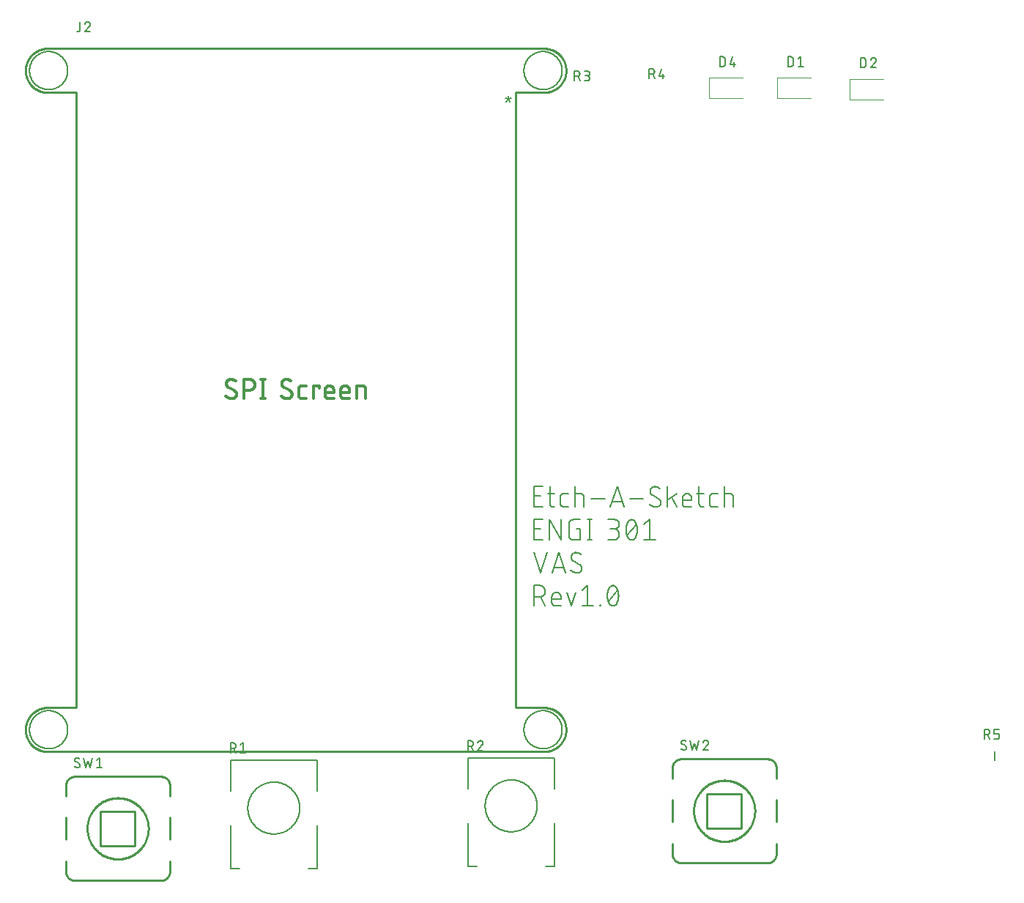
<source format=gbr>
G04 EAGLE Gerber RS-274X export*
G75*
%MOMM*%
%FSLAX34Y34*%
%LPD*%
%INSilkscreen Top*%
%IPPOS*%
%AMOC8*
5,1,8,0,0,1.08239X$1,22.5*%
G01*
G04 Define Apertures*
%ADD10C,0.203200*%
%ADD11C,0.200000*%
%ADD12C,0.254000*%
%ADD13C,0.304800*%
%ADD14C,0.152400*%
%ADD15C,0.127000*%
%ADD16C,0.120000*%
D10*
X697202Y445516D02*
X686816Y445516D01*
X686816Y468884D01*
X697202Y468884D01*
X694605Y458498D02*
X686816Y458498D01*
X702527Y461095D02*
X710317Y461095D01*
X705124Y468884D02*
X705124Y449411D01*
X705126Y449289D01*
X705132Y449166D01*
X705141Y449044D01*
X705155Y448923D01*
X705172Y448802D01*
X705193Y448681D01*
X705218Y448561D01*
X705246Y448442D01*
X705279Y448324D01*
X705315Y448207D01*
X705354Y448092D01*
X705398Y447977D01*
X705444Y447864D01*
X705495Y447753D01*
X705549Y447643D01*
X705606Y447535D01*
X705666Y447428D01*
X705730Y447324D01*
X705798Y447222D01*
X705868Y447122D01*
X705941Y447024D01*
X706018Y446928D01*
X706097Y446835D01*
X706180Y446745D01*
X706265Y446657D01*
X706353Y446572D01*
X706443Y446489D01*
X706536Y446410D01*
X706632Y446333D01*
X706730Y446260D01*
X706830Y446190D01*
X706932Y446122D01*
X707036Y446058D01*
X707143Y445998D01*
X707251Y445941D01*
X707361Y445887D01*
X707472Y445836D01*
X707585Y445790D01*
X707700Y445746D01*
X707815Y445707D01*
X707932Y445671D01*
X708050Y445638D01*
X708169Y445610D01*
X708289Y445585D01*
X708410Y445564D01*
X708531Y445547D01*
X708652Y445533D01*
X708774Y445524D01*
X708897Y445518D01*
X709019Y445516D01*
X710317Y445516D01*
X721229Y445516D02*
X726422Y445516D01*
X721229Y445516D02*
X721107Y445518D01*
X720984Y445524D01*
X720862Y445533D01*
X720741Y445547D01*
X720620Y445564D01*
X720499Y445585D01*
X720379Y445610D01*
X720260Y445638D01*
X720142Y445671D01*
X720025Y445707D01*
X719910Y445746D01*
X719795Y445790D01*
X719682Y445836D01*
X719571Y445887D01*
X719461Y445941D01*
X719353Y445998D01*
X719246Y446058D01*
X719142Y446122D01*
X719040Y446190D01*
X718940Y446260D01*
X718842Y446333D01*
X718746Y446410D01*
X718653Y446489D01*
X718563Y446572D01*
X718475Y446657D01*
X718390Y446745D01*
X718307Y446835D01*
X718228Y446928D01*
X718151Y447024D01*
X718078Y447122D01*
X718008Y447222D01*
X717940Y447324D01*
X717876Y447428D01*
X717816Y447535D01*
X717759Y447643D01*
X717705Y447753D01*
X717654Y447864D01*
X717608Y447977D01*
X717564Y448092D01*
X717525Y448207D01*
X717489Y448324D01*
X717456Y448442D01*
X717428Y448561D01*
X717403Y448681D01*
X717382Y448802D01*
X717365Y448923D01*
X717351Y449044D01*
X717342Y449166D01*
X717336Y449289D01*
X717334Y449411D01*
X717335Y449411D02*
X717335Y457200D01*
X717334Y457200D02*
X717336Y457322D01*
X717342Y457445D01*
X717351Y457567D01*
X717365Y457688D01*
X717382Y457809D01*
X717403Y457930D01*
X717428Y458050D01*
X717456Y458169D01*
X717489Y458287D01*
X717525Y458404D01*
X717564Y458519D01*
X717608Y458634D01*
X717654Y458747D01*
X717705Y458858D01*
X717759Y458968D01*
X717816Y459076D01*
X717876Y459183D01*
X717940Y459287D01*
X718008Y459389D01*
X718078Y459489D01*
X718151Y459587D01*
X718228Y459683D01*
X718307Y459776D01*
X718390Y459866D01*
X718475Y459954D01*
X718563Y460039D01*
X718653Y460122D01*
X718746Y460201D01*
X718842Y460278D01*
X718940Y460351D01*
X719040Y460421D01*
X719142Y460489D01*
X719246Y460553D01*
X719353Y460613D01*
X719461Y460670D01*
X719571Y460724D01*
X719682Y460775D01*
X719795Y460821D01*
X719910Y460865D01*
X720025Y460904D01*
X720142Y460940D01*
X720260Y460973D01*
X720379Y461001D01*
X720499Y461026D01*
X720620Y461047D01*
X720741Y461064D01*
X720862Y461078D01*
X720984Y461087D01*
X721107Y461093D01*
X721229Y461095D01*
X726422Y461095D01*
X734023Y468884D02*
X734023Y445516D01*
X734023Y461095D02*
X740514Y461095D01*
X740636Y461093D01*
X740759Y461087D01*
X740881Y461078D01*
X741002Y461064D01*
X741123Y461047D01*
X741244Y461026D01*
X741364Y461001D01*
X741483Y460973D01*
X741601Y460940D01*
X741718Y460904D01*
X741833Y460865D01*
X741948Y460821D01*
X742061Y460775D01*
X742172Y460724D01*
X742282Y460670D01*
X742390Y460613D01*
X742497Y460553D01*
X742601Y460489D01*
X742703Y460421D01*
X742803Y460351D01*
X742901Y460278D01*
X742997Y460201D01*
X743090Y460122D01*
X743180Y460039D01*
X743268Y459954D01*
X743353Y459866D01*
X743436Y459776D01*
X743515Y459683D01*
X743592Y459587D01*
X743665Y459489D01*
X743735Y459389D01*
X743803Y459287D01*
X743867Y459183D01*
X743927Y459076D01*
X743984Y458968D01*
X744038Y458858D01*
X744089Y458747D01*
X744135Y458634D01*
X744179Y458519D01*
X744218Y458404D01*
X744254Y458287D01*
X744287Y458169D01*
X744315Y458050D01*
X744340Y457930D01*
X744361Y457809D01*
X744378Y457688D01*
X744392Y457567D01*
X744401Y457445D01*
X744407Y457322D01*
X744409Y457200D01*
X744409Y445516D01*
X753001Y454604D02*
X768580Y454604D01*
X775272Y445516D02*
X783061Y468884D01*
X790851Y445516D01*
X788903Y451358D02*
X777219Y451358D01*
X797543Y454604D02*
X813121Y454604D01*
X828205Y445516D02*
X828348Y445518D01*
X828491Y445524D01*
X828634Y445534D01*
X828776Y445548D01*
X828918Y445565D01*
X829060Y445587D01*
X829201Y445612D01*
X829341Y445642D01*
X829480Y445675D01*
X829618Y445712D01*
X829755Y445753D01*
X829891Y445797D01*
X830026Y445846D01*
X830159Y445898D01*
X830291Y445953D01*
X830421Y446013D01*
X830550Y446076D01*
X830677Y446142D01*
X830802Y446212D01*
X830924Y446285D01*
X831045Y446362D01*
X831164Y446442D01*
X831280Y446525D01*
X831395Y446611D01*
X831506Y446700D01*
X831616Y446793D01*
X831722Y446888D01*
X831826Y446987D01*
X831927Y447088D01*
X832026Y447192D01*
X832121Y447298D01*
X832214Y447408D01*
X832303Y447519D01*
X832389Y447634D01*
X832472Y447750D01*
X832552Y447869D01*
X832629Y447990D01*
X832702Y448112D01*
X832772Y448237D01*
X832838Y448364D01*
X832901Y448493D01*
X832961Y448623D01*
X833016Y448755D01*
X833068Y448888D01*
X833117Y449023D01*
X833161Y449159D01*
X833202Y449296D01*
X833239Y449434D01*
X833272Y449573D01*
X833302Y449713D01*
X833327Y449854D01*
X833349Y449996D01*
X833366Y450138D01*
X833380Y450280D01*
X833390Y450423D01*
X833396Y450566D01*
X833398Y450709D01*
X828205Y445516D02*
X827943Y445519D01*
X827680Y445529D01*
X827418Y445544D01*
X827157Y445566D01*
X826896Y445594D01*
X826636Y445629D01*
X826376Y445670D01*
X826118Y445716D01*
X825861Y445769D01*
X825605Y445829D01*
X825351Y445894D01*
X825098Y445965D01*
X824848Y446042D01*
X824599Y446126D01*
X824352Y446215D01*
X824107Y446310D01*
X823865Y446411D01*
X823625Y446518D01*
X823388Y446630D01*
X823154Y446748D01*
X822922Y446872D01*
X822694Y447001D01*
X822468Y447136D01*
X822246Y447276D01*
X822027Y447421D01*
X821812Y447571D01*
X821601Y447727D01*
X821393Y447887D01*
X821189Y448053D01*
X820990Y448223D01*
X820794Y448398D01*
X820603Y448577D01*
X820416Y448762D01*
X821065Y463691D02*
X821067Y463834D01*
X821073Y463977D01*
X821083Y464120D01*
X821097Y464262D01*
X821114Y464404D01*
X821136Y464546D01*
X821161Y464687D01*
X821191Y464827D01*
X821224Y464966D01*
X821261Y465104D01*
X821302Y465241D01*
X821346Y465377D01*
X821395Y465512D01*
X821447Y465645D01*
X821502Y465777D01*
X821562Y465907D01*
X821625Y466036D01*
X821691Y466163D01*
X821761Y466288D01*
X821834Y466410D01*
X821911Y466531D01*
X821991Y466650D01*
X822074Y466766D01*
X822160Y466881D01*
X822249Y466992D01*
X822342Y467102D01*
X822437Y467208D01*
X822536Y467312D01*
X822637Y467413D01*
X822741Y467512D01*
X822847Y467607D01*
X822957Y467700D01*
X823068Y467789D01*
X823183Y467875D01*
X823299Y467959D01*
X823418Y468038D01*
X823539Y468115D01*
X823662Y468188D01*
X823786Y468258D01*
X823913Y468324D01*
X824042Y468387D01*
X824172Y468447D01*
X824304Y468502D01*
X824437Y468554D01*
X824572Y468603D01*
X824708Y468647D01*
X824845Y468688D01*
X824983Y468725D01*
X825122Y468758D01*
X825262Y468788D01*
X825403Y468813D01*
X825545Y468835D01*
X825687Y468852D01*
X825829Y468866D01*
X825972Y468876D01*
X826115Y468882D01*
X826258Y468884D01*
X826490Y468881D01*
X826722Y468873D01*
X826954Y468859D01*
X827185Y468840D01*
X827416Y468815D01*
X827646Y468785D01*
X827875Y468749D01*
X828103Y468708D01*
X828331Y468661D01*
X828557Y468609D01*
X828782Y468551D01*
X829005Y468488D01*
X829227Y468420D01*
X829447Y468347D01*
X829665Y468268D01*
X829882Y468185D01*
X830096Y468096D01*
X830308Y468002D01*
X830518Y467903D01*
X830726Y467799D01*
X830930Y467690D01*
X831133Y467576D01*
X831332Y467457D01*
X831529Y467334D01*
X831722Y467206D01*
X831913Y467074D01*
X832100Y466937D01*
X823661Y459147D02*
X823538Y459222D01*
X823417Y459300D01*
X823298Y459382D01*
X823182Y459466D01*
X823068Y459554D01*
X822956Y459645D01*
X822846Y459739D01*
X822740Y459836D01*
X822636Y459936D01*
X822535Y460038D01*
X822436Y460144D01*
X822341Y460252D01*
X822248Y460362D01*
X822159Y460475D01*
X822073Y460591D01*
X821989Y460708D01*
X821910Y460828D01*
X821833Y460950D01*
X821760Y461074D01*
X821690Y461200D01*
X821624Y461328D01*
X821561Y461458D01*
X821502Y461589D01*
X821446Y461722D01*
X821394Y461857D01*
X821346Y461993D01*
X821301Y462130D01*
X821261Y462268D01*
X821224Y462407D01*
X821190Y462547D01*
X821161Y462688D01*
X821136Y462830D01*
X821114Y462973D01*
X821096Y463116D01*
X821083Y463259D01*
X821073Y463403D01*
X821067Y463547D01*
X821065Y463691D01*
X830802Y455253D02*
X830925Y455178D01*
X831046Y455100D01*
X831165Y455018D01*
X831281Y454934D01*
X831395Y454846D01*
X831507Y454755D01*
X831616Y454661D01*
X831723Y454564D01*
X831827Y454464D01*
X831928Y454362D01*
X832027Y454256D01*
X832122Y454148D01*
X832215Y454038D01*
X832304Y453925D01*
X832390Y453810D01*
X832473Y453692D01*
X832553Y453572D01*
X832630Y453450D01*
X832703Y453326D01*
X832773Y453200D01*
X832839Y453072D01*
X832902Y452942D01*
X832961Y452811D01*
X833017Y452678D01*
X833069Y452543D01*
X833117Y452407D01*
X833162Y452270D01*
X833202Y452132D01*
X833239Y451993D01*
X833273Y451853D01*
X833302Y451712D01*
X833327Y451570D01*
X833349Y451427D01*
X833367Y451284D01*
X833380Y451141D01*
X833390Y450997D01*
X833396Y450853D01*
X833398Y450709D01*
X830801Y455253D02*
X823661Y459147D01*
X841319Y468884D02*
X841319Y445516D01*
X841319Y453305D02*
X851705Y461095D01*
X845863Y456551D02*
X851705Y445516D01*
X862494Y445516D02*
X868985Y445516D01*
X862494Y445516D02*
X862372Y445518D01*
X862249Y445524D01*
X862127Y445533D01*
X862006Y445547D01*
X861885Y445564D01*
X861764Y445585D01*
X861644Y445610D01*
X861525Y445638D01*
X861407Y445671D01*
X861290Y445707D01*
X861175Y445746D01*
X861060Y445790D01*
X860947Y445836D01*
X860836Y445887D01*
X860726Y445941D01*
X860618Y445998D01*
X860511Y446058D01*
X860407Y446122D01*
X860305Y446190D01*
X860205Y446260D01*
X860107Y446333D01*
X860011Y446410D01*
X859918Y446489D01*
X859828Y446572D01*
X859740Y446657D01*
X859655Y446745D01*
X859572Y446835D01*
X859493Y446928D01*
X859416Y447024D01*
X859343Y447122D01*
X859273Y447222D01*
X859205Y447324D01*
X859141Y447428D01*
X859081Y447535D01*
X859024Y447643D01*
X858970Y447753D01*
X858919Y447864D01*
X858873Y447977D01*
X858829Y448092D01*
X858790Y448207D01*
X858754Y448324D01*
X858721Y448442D01*
X858693Y448561D01*
X858668Y448681D01*
X858647Y448802D01*
X858630Y448923D01*
X858616Y449044D01*
X858607Y449166D01*
X858601Y449289D01*
X858599Y449411D01*
X858600Y449411D02*
X858600Y455902D01*
X858602Y456045D01*
X858608Y456188D01*
X858618Y456331D01*
X858632Y456473D01*
X858649Y456615D01*
X858671Y456757D01*
X858696Y456898D01*
X858726Y457038D01*
X858759Y457177D01*
X858796Y457315D01*
X858837Y457452D01*
X858881Y457588D01*
X858930Y457723D01*
X858982Y457856D01*
X859037Y457988D01*
X859097Y458118D01*
X859160Y458247D01*
X859226Y458374D01*
X859296Y458499D01*
X859369Y458621D01*
X859446Y458742D01*
X859526Y458861D01*
X859609Y458977D01*
X859695Y459092D01*
X859784Y459203D01*
X859877Y459313D01*
X859972Y459419D01*
X860071Y459523D01*
X860172Y459624D01*
X860276Y459723D01*
X860382Y459818D01*
X860492Y459911D01*
X860603Y460000D01*
X860718Y460086D01*
X860834Y460169D01*
X860953Y460249D01*
X861074Y460326D01*
X861197Y460399D01*
X861321Y460469D01*
X861448Y460535D01*
X861577Y460598D01*
X861707Y460658D01*
X861839Y460713D01*
X861972Y460765D01*
X862107Y460814D01*
X862243Y460858D01*
X862380Y460899D01*
X862518Y460936D01*
X862657Y460969D01*
X862797Y460999D01*
X862938Y461024D01*
X863080Y461046D01*
X863222Y461063D01*
X863364Y461077D01*
X863507Y461087D01*
X863650Y461093D01*
X863793Y461095D01*
X863936Y461093D01*
X864079Y461087D01*
X864222Y461077D01*
X864364Y461063D01*
X864506Y461046D01*
X864648Y461024D01*
X864789Y460999D01*
X864929Y460969D01*
X865068Y460936D01*
X865206Y460899D01*
X865343Y460858D01*
X865479Y460814D01*
X865614Y460765D01*
X865747Y460713D01*
X865879Y460658D01*
X866009Y460598D01*
X866138Y460535D01*
X866265Y460469D01*
X866390Y460399D01*
X866512Y460326D01*
X866633Y460249D01*
X866752Y460169D01*
X866868Y460086D01*
X866983Y460000D01*
X867094Y459911D01*
X867204Y459818D01*
X867310Y459723D01*
X867414Y459624D01*
X867515Y459523D01*
X867614Y459419D01*
X867709Y459313D01*
X867802Y459203D01*
X867891Y459092D01*
X867977Y458977D01*
X868060Y458861D01*
X868140Y458742D01*
X868217Y458621D01*
X868290Y458499D01*
X868360Y458374D01*
X868426Y458247D01*
X868489Y458118D01*
X868549Y457988D01*
X868604Y457856D01*
X868656Y457723D01*
X868705Y457588D01*
X868749Y457452D01*
X868790Y457315D01*
X868827Y457177D01*
X868860Y457038D01*
X868890Y456898D01*
X868915Y456757D01*
X868937Y456615D01*
X868954Y456473D01*
X868968Y456331D01*
X868978Y456188D01*
X868984Y456045D01*
X868986Y455902D01*
X868985Y455902D02*
X868985Y453305D01*
X858600Y453305D01*
X875125Y461095D02*
X882914Y461095D01*
X877722Y468884D02*
X877722Y449411D01*
X877721Y449411D02*
X877723Y449289D01*
X877729Y449166D01*
X877738Y449044D01*
X877752Y448923D01*
X877769Y448802D01*
X877790Y448681D01*
X877815Y448561D01*
X877843Y448442D01*
X877876Y448324D01*
X877912Y448207D01*
X877951Y448092D01*
X877995Y447977D01*
X878041Y447864D01*
X878092Y447753D01*
X878146Y447643D01*
X878203Y447535D01*
X878263Y447428D01*
X878327Y447324D01*
X878395Y447222D01*
X878465Y447122D01*
X878538Y447024D01*
X878615Y446928D01*
X878694Y446835D01*
X878777Y446745D01*
X878862Y446657D01*
X878950Y446572D01*
X879040Y446489D01*
X879133Y446410D01*
X879229Y446333D01*
X879327Y446260D01*
X879427Y446190D01*
X879529Y446122D01*
X879633Y446058D01*
X879740Y445998D01*
X879848Y445941D01*
X879958Y445887D01*
X880069Y445836D01*
X880182Y445790D01*
X880297Y445746D01*
X880412Y445707D01*
X880529Y445671D01*
X880647Y445638D01*
X880766Y445610D01*
X880886Y445585D01*
X881007Y445564D01*
X881128Y445547D01*
X881249Y445533D01*
X881371Y445524D01*
X881494Y445518D01*
X881616Y445516D01*
X882914Y445516D01*
X893827Y445516D02*
X899020Y445516D01*
X893827Y445516D02*
X893705Y445518D01*
X893582Y445524D01*
X893460Y445533D01*
X893339Y445547D01*
X893218Y445564D01*
X893097Y445585D01*
X892977Y445610D01*
X892858Y445638D01*
X892740Y445671D01*
X892623Y445707D01*
X892508Y445746D01*
X892393Y445790D01*
X892280Y445836D01*
X892169Y445887D01*
X892059Y445941D01*
X891951Y445998D01*
X891844Y446058D01*
X891740Y446122D01*
X891638Y446190D01*
X891538Y446260D01*
X891440Y446333D01*
X891344Y446410D01*
X891251Y446489D01*
X891161Y446572D01*
X891073Y446657D01*
X890988Y446745D01*
X890905Y446835D01*
X890826Y446928D01*
X890749Y447024D01*
X890676Y447122D01*
X890606Y447222D01*
X890538Y447324D01*
X890474Y447428D01*
X890414Y447535D01*
X890357Y447643D01*
X890303Y447753D01*
X890252Y447864D01*
X890206Y447977D01*
X890162Y448092D01*
X890123Y448207D01*
X890087Y448324D01*
X890054Y448442D01*
X890026Y448561D01*
X890001Y448681D01*
X889980Y448802D01*
X889963Y448923D01*
X889949Y449044D01*
X889940Y449166D01*
X889934Y449289D01*
X889932Y449411D01*
X889932Y457200D01*
X889934Y457322D01*
X889940Y457445D01*
X889949Y457567D01*
X889963Y457688D01*
X889980Y457809D01*
X890001Y457930D01*
X890026Y458050D01*
X890054Y458169D01*
X890087Y458287D01*
X890123Y458404D01*
X890162Y458519D01*
X890206Y458634D01*
X890252Y458747D01*
X890303Y458858D01*
X890357Y458968D01*
X890414Y459076D01*
X890474Y459183D01*
X890538Y459287D01*
X890606Y459389D01*
X890676Y459489D01*
X890749Y459587D01*
X890826Y459683D01*
X890905Y459776D01*
X890988Y459866D01*
X891073Y459954D01*
X891161Y460039D01*
X891251Y460122D01*
X891344Y460201D01*
X891440Y460278D01*
X891538Y460351D01*
X891638Y460421D01*
X891740Y460489D01*
X891844Y460553D01*
X891951Y460613D01*
X892059Y460670D01*
X892169Y460724D01*
X892280Y460775D01*
X892393Y460821D01*
X892508Y460865D01*
X892623Y460904D01*
X892740Y460940D01*
X892858Y460973D01*
X892977Y461001D01*
X893097Y461026D01*
X893218Y461047D01*
X893339Y461064D01*
X893460Y461078D01*
X893582Y461087D01*
X893705Y461093D01*
X893827Y461095D01*
X899020Y461095D01*
X906621Y468884D02*
X906621Y445516D01*
X906621Y461095D02*
X913112Y461095D01*
X913234Y461093D01*
X913357Y461087D01*
X913479Y461078D01*
X913600Y461064D01*
X913721Y461047D01*
X913842Y461026D01*
X913962Y461001D01*
X914081Y460973D01*
X914199Y460940D01*
X914316Y460904D01*
X914431Y460865D01*
X914546Y460821D01*
X914659Y460775D01*
X914770Y460724D01*
X914880Y460670D01*
X914988Y460613D01*
X915095Y460553D01*
X915199Y460489D01*
X915301Y460421D01*
X915401Y460351D01*
X915499Y460278D01*
X915595Y460201D01*
X915688Y460122D01*
X915778Y460039D01*
X915866Y459954D01*
X915951Y459866D01*
X916034Y459776D01*
X916113Y459683D01*
X916190Y459587D01*
X916263Y459489D01*
X916333Y459389D01*
X916401Y459287D01*
X916465Y459183D01*
X916525Y459076D01*
X916582Y458968D01*
X916636Y458858D01*
X916687Y458747D01*
X916733Y458634D01*
X916777Y458519D01*
X916816Y458404D01*
X916852Y458287D01*
X916885Y458169D01*
X916913Y458050D01*
X916938Y457930D01*
X916959Y457809D01*
X916976Y457688D01*
X916990Y457567D01*
X916999Y457445D01*
X917005Y457322D01*
X917007Y457200D01*
X917007Y445516D01*
X697202Y407416D02*
X686816Y407416D01*
X686816Y430784D01*
X697202Y430784D01*
X694605Y420398D02*
X686816Y420398D01*
X704887Y430784D02*
X704887Y407416D01*
X717869Y407416D02*
X704887Y430784D01*
X717869Y430784D02*
X717869Y407416D01*
X736245Y420398D02*
X740139Y420398D01*
X740139Y407416D01*
X732350Y407416D01*
X732207Y407418D01*
X732064Y407424D01*
X731921Y407434D01*
X731779Y407448D01*
X731637Y407465D01*
X731495Y407487D01*
X731354Y407512D01*
X731214Y407542D01*
X731075Y407575D01*
X730937Y407612D01*
X730800Y407653D01*
X730664Y407697D01*
X730529Y407746D01*
X730396Y407798D01*
X730264Y407853D01*
X730134Y407913D01*
X730005Y407976D01*
X729878Y408042D01*
X729754Y408112D01*
X729631Y408185D01*
X729510Y408262D01*
X729391Y408342D01*
X729275Y408425D01*
X729160Y408511D01*
X729049Y408600D01*
X728939Y408693D01*
X728833Y408788D01*
X728729Y408887D01*
X728628Y408988D01*
X728529Y409092D01*
X728434Y409198D01*
X728341Y409308D01*
X728252Y409419D01*
X728166Y409534D01*
X728083Y409650D01*
X728003Y409769D01*
X727926Y409890D01*
X727853Y410013D01*
X727783Y410137D01*
X727717Y410264D01*
X727654Y410393D01*
X727594Y410523D01*
X727539Y410655D01*
X727487Y410788D01*
X727438Y410923D01*
X727394Y411059D01*
X727353Y411196D01*
X727316Y411334D01*
X727283Y411473D01*
X727253Y411613D01*
X727228Y411754D01*
X727206Y411896D01*
X727189Y412038D01*
X727175Y412180D01*
X727165Y412323D01*
X727159Y412466D01*
X727157Y412609D01*
X727157Y425591D01*
X727159Y425734D01*
X727165Y425877D01*
X727175Y426020D01*
X727189Y426162D01*
X727206Y426304D01*
X727228Y426446D01*
X727253Y426587D01*
X727283Y426727D01*
X727316Y426866D01*
X727353Y427004D01*
X727394Y427141D01*
X727438Y427277D01*
X727487Y427412D01*
X727539Y427545D01*
X727594Y427677D01*
X727654Y427807D01*
X727717Y427936D01*
X727783Y428063D01*
X727853Y428187D01*
X727926Y428310D01*
X728003Y428431D01*
X728083Y428550D01*
X728166Y428666D01*
X728252Y428781D01*
X728341Y428892D01*
X728434Y429002D01*
X728529Y429108D01*
X728628Y429212D01*
X728729Y429313D01*
X728833Y429412D01*
X728939Y429507D01*
X729049Y429600D01*
X729160Y429689D01*
X729275Y429775D01*
X729391Y429858D01*
X729510Y429938D01*
X729631Y430015D01*
X729753Y430088D01*
X729878Y430158D01*
X730005Y430224D01*
X730134Y430287D01*
X730264Y430347D01*
X730396Y430402D01*
X730529Y430454D01*
X730664Y430503D01*
X730800Y430547D01*
X730937Y430588D01*
X731075Y430625D01*
X731214Y430658D01*
X731354Y430688D01*
X731495Y430713D01*
X731637Y430735D01*
X731779Y430752D01*
X731921Y430766D01*
X732064Y430776D01*
X732207Y430782D01*
X732350Y430784D01*
X740139Y430784D01*
X751047Y430784D02*
X751047Y407416D01*
X748451Y407416D02*
X753644Y407416D01*
X753644Y430784D02*
X748451Y430784D01*
X772395Y407416D02*
X778886Y407416D01*
X779045Y407418D01*
X779204Y407424D01*
X779364Y407434D01*
X779522Y407447D01*
X779681Y407465D01*
X779838Y407486D01*
X779996Y407512D01*
X780152Y407541D01*
X780308Y407574D01*
X780463Y407611D01*
X780617Y407651D01*
X780770Y407696D01*
X780922Y407744D01*
X781073Y407795D01*
X781222Y407851D01*
X781370Y407910D01*
X781516Y407973D01*
X781661Y408039D01*
X781804Y408109D01*
X781946Y408182D01*
X782085Y408259D01*
X782223Y408339D01*
X782359Y408423D01*
X782492Y408510D01*
X782624Y408600D01*
X782753Y408693D01*
X782879Y408790D01*
X783004Y408889D01*
X783126Y408992D01*
X783245Y409097D01*
X783362Y409206D01*
X783476Y409317D01*
X783587Y409431D01*
X783696Y409548D01*
X783801Y409667D01*
X783904Y409789D01*
X784003Y409914D01*
X784100Y410040D01*
X784193Y410169D01*
X784283Y410301D01*
X784370Y410434D01*
X784454Y410570D01*
X784534Y410708D01*
X784611Y410847D01*
X784684Y410989D01*
X784754Y411132D01*
X784820Y411277D01*
X784883Y411423D01*
X784942Y411571D01*
X784998Y411720D01*
X785049Y411871D01*
X785097Y412023D01*
X785142Y412176D01*
X785182Y412330D01*
X785219Y412485D01*
X785252Y412641D01*
X785281Y412797D01*
X785307Y412955D01*
X785328Y413112D01*
X785346Y413271D01*
X785359Y413429D01*
X785369Y413589D01*
X785375Y413748D01*
X785377Y413907D01*
X785375Y414066D01*
X785369Y414225D01*
X785359Y414385D01*
X785346Y414543D01*
X785328Y414702D01*
X785307Y414859D01*
X785281Y415017D01*
X785252Y415173D01*
X785219Y415329D01*
X785182Y415484D01*
X785142Y415638D01*
X785097Y415791D01*
X785049Y415943D01*
X784998Y416094D01*
X784942Y416243D01*
X784883Y416391D01*
X784820Y416537D01*
X784754Y416682D01*
X784684Y416825D01*
X784611Y416967D01*
X784534Y417106D01*
X784454Y417244D01*
X784370Y417380D01*
X784283Y417513D01*
X784193Y417645D01*
X784100Y417774D01*
X784003Y417900D01*
X783904Y418025D01*
X783801Y418147D01*
X783696Y418266D01*
X783587Y418383D01*
X783476Y418497D01*
X783362Y418608D01*
X783245Y418717D01*
X783126Y418822D01*
X783004Y418925D01*
X782879Y419024D01*
X782753Y419121D01*
X782624Y419214D01*
X782492Y419304D01*
X782359Y419391D01*
X782223Y419475D01*
X782085Y419555D01*
X781946Y419632D01*
X781804Y419705D01*
X781661Y419775D01*
X781516Y419841D01*
X781370Y419904D01*
X781222Y419963D01*
X781073Y420019D01*
X780922Y420070D01*
X780770Y420118D01*
X780617Y420163D01*
X780463Y420203D01*
X780308Y420240D01*
X780152Y420273D01*
X779996Y420302D01*
X779838Y420328D01*
X779681Y420349D01*
X779522Y420367D01*
X779364Y420380D01*
X779204Y420390D01*
X779045Y420396D01*
X778886Y420398D01*
X780184Y430784D02*
X772395Y430784D01*
X780184Y430784D02*
X780327Y430782D01*
X780470Y430776D01*
X780613Y430766D01*
X780755Y430752D01*
X780897Y430735D01*
X781039Y430713D01*
X781180Y430688D01*
X781320Y430658D01*
X781459Y430625D01*
X781597Y430588D01*
X781734Y430547D01*
X781870Y430503D01*
X782005Y430454D01*
X782138Y430402D01*
X782270Y430347D01*
X782400Y430287D01*
X782529Y430224D01*
X782656Y430158D01*
X782781Y430088D01*
X782903Y430015D01*
X783024Y429938D01*
X783143Y429858D01*
X783259Y429775D01*
X783374Y429689D01*
X783485Y429600D01*
X783595Y429507D01*
X783701Y429412D01*
X783805Y429313D01*
X783906Y429212D01*
X784005Y429108D01*
X784100Y429002D01*
X784193Y428892D01*
X784282Y428781D01*
X784368Y428666D01*
X784451Y428550D01*
X784531Y428431D01*
X784608Y428310D01*
X784681Y428187D01*
X784751Y428063D01*
X784817Y427936D01*
X784880Y427807D01*
X784940Y427677D01*
X784995Y427545D01*
X785047Y427412D01*
X785096Y427277D01*
X785140Y427141D01*
X785181Y427004D01*
X785218Y426866D01*
X785251Y426727D01*
X785281Y426587D01*
X785306Y426446D01*
X785328Y426304D01*
X785345Y426162D01*
X785359Y426020D01*
X785369Y425877D01*
X785375Y425734D01*
X785377Y425591D01*
X785375Y425448D01*
X785369Y425305D01*
X785359Y425162D01*
X785345Y425020D01*
X785328Y424878D01*
X785306Y424736D01*
X785281Y424595D01*
X785251Y424455D01*
X785218Y424316D01*
X785181Y424178D01*
X785140Y424041D01*
X785096Y423905D01*
X785047Y423770D01*
X784995Y423637D01*
X784940Y423505D01*
X784880Y423375D01*
X784817Y423246D01*
X784751Y423119D01*
X784681Y422994D01*
X784608Y422872D01*
X784531Y422751D01*
X784451Y422632D01*
X784368Y422516D01*
X784282Y422401D01*
X784193Y422290D01*
X784100Y422180D01*
X784005Y422074D01*
X783906Y421970D01*
X783805Y421869D01*
X783701Y421770D01*
X783595Y421675D01*
X783485Y421582D01*
X783374Y421493D01*
X783259Y421407D01*
X783143Y421324D01*
X783024Y421244D01*
X782903Y421167D01*
X782781Y421094D01*
X782656Y421024D01*
X782529Y420958D01*
X782400Y420895D01*
X782270Y420835D01*
X782138Y420780D01*
X782005Y420728D01*
X781870Y420679D01*
X781734Y420635D01*
X781597Y420594D01*
X781459Y420557D01*
X781320Y420524D01*
X781180Y420494D01*
X781039Y420469D01*
X780897Y420447D01*
X780755Y420430D01*
X780613Y420416D01*
X780470Y420406D01*
X780327Y420400D01*
X780184Y420398D01*
X774991Y420398D01*
X793273Y419100D02*
X793278Y419560D01*
X793295Y420019D01*
X793322Y420478D01*
X793361Y420936D01*
X793410Y421393D01*
X793470Y421849D01*
X793541Y422303D01*
X793623Y422756D01*
X793716Y423206D01*
X793819Y423654D01*
X793933Y424099D01*
X794058Y424542D01*
X794193Y424981D01*
X794339Y425417D01*
X794495Y425849D01*
X794661Y426278D01*
X794837Y426703D01*
X795024Y427123D01*
X795220Y427538D01*
X795221Y427539D02*
X795266Y427666D01*
X795316Y427792D01*
X795368Y427917D01*
X795425Y428040D01*
X795485Y428162D01*
X795548Y428281D01*
X795614Y428399D01*
X795684Y428515D01*
X795757Y428629D01*
X795833Y428741D01*
X795913Y428851D01*
X795995Y428958D01*
X796081Y429063D01*
X796169Y429166D01*
X796260Y429266D01*
X796354Y429364D01*
X796451Y429458D01*
X796550Y429550D01*
X796652Y429640D01*
X796756Y429726D01*
X796863Y429809D01*
X796972Y429889D01*
X797084Y429967D01*
X797197Y430040D01*
X797312Y430111D01*
X797430Y430179D01*
X797549Y430243D01*
X797670Y430304D01*
X797793Y430361D01*
X797917Y430415D01*
X798043Y430465D01*
X798170Y430512D01*
X798298Y430555D01*
X798428Y430594D01*
X798558Y430630D01*
X798690Y430662D01*
X798822Y430691D01*
X798955Y430715D01*
X799089Y430736D01*
X799224Y430753D01*
X799358Y430767D01*
X799493Y430776D01*
X799629Y430782D01*
X799764Y430784D01*
X799899Y430782D01*
X800035Y430776D01*
X800170Y430767D01*
X800305Y430753D01*
X800439Y430736D01*
X800573Y430715D01*
X800706Y430691D01*
X800838Y430662D01*
X800970Y430630D01*
X801100Y430594D01*
X801230Y430555D01*
X801358Y430512D01*
X801485Y430465D01*
X801611Y430415D01*
X801735Y430361D01*
X801858Y430304D01*
X801979Y430243D01*
X802098Y430179D01*
X802216Y430111D01*
X802331Y430040D01*
X802444Y429966D01*
X802556Y429889D01*
X802665Y429809D01*
X802772Y429726D01*
X802876Y429640D01*
X802978Y429550D01*
X803077Y429458D01*
X803174Y429364D01*
X803268Y429266D01*
X803359Y429166D01*
X803447Y429063D01*
X803533Y428958D01*
X803615Y428851D01*
X803695Y428741D01*
X803771Y428629D01*
X803844Y428515D01*
X803914Y428399D01*
X803980Y428281D01*
X804043Y428162D01*
X804103Y428040D01*
X804160Y427917D01*
X804212Y427792D01*
X804262Y427666D01*
X804307Y427539D01*
X804309Y427539D02*
X804505Y427123D01*
X804692Y426703D01*
X804868Y426278D01*
X805034Y425850D01*
X805190Y425417D01*
X805336Y424981D01*
X805471Y424542D01*
X805596Y424099D01*
X805710Y423654D01*
X805813Y423206D01*
X805906Y422756D01*
X805988Y422303D01*
X806059Y421849D01*
X806119Y421393D01*
X806168Y420936D01*
X806207Y420478D01*
X806234Y420019D01*
X806251Y419560D01*
X806256Y419100D01*
X793274Y419100D02*
X793279Y418640D01*
X793296Y418181D01*
X793323Y417722D01*
X793362Y417264D01*
X793411Y416807D01*
X793471Y416351D01*
X793542Y415897D01*
X793624Y415445D01*
X793717Y414994D01*
X793820Y414546D01*
X793934Y414101D01*
X794059Y413658D01*
X794194Y413219D01*
X794340Y412783D01*
X794496Y412351D01*
X794662Y411922D01*
X794838Y411497D01*
X795025Y411077D01*
X795221Y410662D01*
X795221Y410661D02*
X795266Y410534D01*
X795316Y410408D01*
X795368Y410283D01*
X795425Y410160D01*
X795485Y410038D01*
X795548Y409919D01*
X795614Y409801D01*
X795684Y409685D01*
X795757Y409571D01*
X795833Y409459D01*
X795913Y409349D01*
X795995Y409242D01*
X796081Y409137D01*
X796169Y409034D01*
X796260Y408934D01*
X796354Y408836D01*
X796451Y408742D01*
X796550Y408650D01*
X796652Y408560D01*
X796757Y408474D01*
X796863Y408391D01*
X796972Y408311D01*
X797084Y408233D01*
X797197Y408160D01*
X797312Y408089D01*
X797430Y408021D01*
X797549Y407957D01*
X797670Y407896D01*
X797793Y407839D01*
X797917Y407785D01*
X798043Y407735D01*
X798170Y407688D01*
X798298Y407645D01*
X798428Y407606D01*
X798558Y407570D01*
X798690Y407538D01*
X798822Y407509D01*
X798955Y407485D01*
X799089Y407464D01*
X799224Y407447D01*
X799358Y407433D01*
X799493Y407424D01*
X799629Y407418D01*
X799764Y407416D01*
X804308Y410662D02*
X804504Y411077D01*
X804691Y411497D01*
X804867Y411922D01*
X805033Y412350D01*
X805189Y412783D01*
X805335Y413219D01*
X805470Y413658D01*
X805595Y414101D01*
X805709Y414546D01*
X805812Y414994D01*
X805905Y415444D01*
X805987Y415897D01*
X806058Y416351D01*
X806118Y416807D01*
X806167Y417264D01*
X806206Y417722D01*
X806233Y418181D01*
X806250Y418640D01*
X806255Y419100D01*
X804307Y410661D02*
X804262Y410534D01*
X804212Y410408D01*
X804160Y410283D01*
X804103Y410160D01*
X804043Y410038D01*
X803980Y409919D01*
X803914Y409801D01*
X803844Y409685D01*
X803771Y409571D01*
X803695Y409459D01*
X803615Y409349D01*
X803533Y409242D01*
X803447Y409137D01*
X803359Y409034D01*
X803268Y408934D01*
X803174Y408836D01*
X803077Y408742D01*
X802978Y408650D01*
X802876Y408560D01*
X802772Y408474D01*
X802665Y408391D01*
X802556Y408311D01*
X802444Y408233D01*
X802331Y408160D01*
X802216Y408089D01*
X802098Y408021D01*
X801979Y407957D01*
X801858Y407896D01*
X801735Y407839D01*
X801611Y407785D01*
X801485Y407735D01*
X801358Y407688D01*
X801230Y407645D01*
X801100Y407606D01*
X800970Y407570D01*
X800838Y407538D01*
X800706Y407509D01*
X800573Y407485D01*
X800439Y407464D01*
X800304Y407447D01*
X800170Y407433D01*
X800035Y407424D01*
X799899Y407418D01*
X799764Y407416D01*
X794572Y412609D02*
X804957Y425591D01*
X814152Y425591D02*
X820643Y430784D01*
X820643Y407416D01*
X814152Y407416D02*
X827134Y407416D01*
X694605Y369316D02*
X686816Y392684D01*
X702395Y392684D02*
X694605Y369316D01*
X707695Y369316D02*
X715484Y392684D01*
X723273Y369316D01*
X721326Y375158D02*
X709642Y375158D01*
X736965Y369316D02*
X737108Y369318D01*
X737251Y369324D01*
X737394Y369334D01*
X737536Y369348D01*
X737678Y369365D01*
X737820Y369387D01*
X737961Y369412D01*
X738101Y369442D01*
X738240Y369475D01*
X738378Y369512D01*
X738515Y369553D01*
X738651Y369597D01*
X738786Y369646D01*
X738919Y369698D01*
X739051Y369753D01*
X739181Y369813D01*
X739310Y369876D01*
X739437Y369942D01*
X739562Y370012D01*
X739684Y370085D01*
X739805Y370162D01*
X739924Y370242D01*
X740040Y370325D01*
X740155Y370411D01*
X740266Y370500D01*
X740376Y370593D01*
X740482Y370688D01*
X740586Y370787D01*
X740687Y370888D01*
X740786Y370992D01*
X740881Y371098D01*
X740974Y371208D01*
X741063Y371319D01*
X741149Y371434D01*
X741232Y371550D01*
X741312Y371669D01*
X741389Y371790D01*
X741462Y371912D01*
X741532Y372037D01*
X741598Y372164D01*
X741661Y372293D01*
X741721Y372423D01*
X741776Y372555D01*
X741828Y372688D01*
X741877Y372823D01*
X741921Y372959D01*
X741962Y373096D01*
X741999Y373234D01*
X742032Y373373D01*
X742062Y373513D01*
X742087Y373654D01*
X742109Y373796D01*
X742126Y373938D01*
X742140Y374080D01*
X742150Y374223D01*
X742156Y374366D01*
X742158Y374509D01*
X736965Y369316D02*
X736703Y369319D01*
X736440Y369329D01*
X736178Y369344D01*
X735917Y369366D01*
X735656Y369394D01*
X735396Y369429D01*
X735136Y369470D01*
X734878Y369516D01*
X734621Y369569D01*
X734365Y369629D01*
X734111Y369694D01*
X733858Y369765D01*
X733608Y369842D01*
X733359Y369926D01*
X733112Y370015D01*
X732867Y370110D01*
X732625Y370211D01*
X732385Y370318D01*
X732148Y370430D01*
X731914Y370548D01*
X731682Y370672D01*
X731454Y370801D01*
X731228Y370936D01*
X731006Y371076D01*
X730787Y371221D01*
X730572Y371371D01*
X730361Y371527D01*
X730153Y371687D01*
X729949Y371853D01*
X729750Y372023D01*
X729554Y372198D01*
X729363Y372377D01*
X729176Y372562D01*
X729825Y387491D02*
X729827Y387634D01*
X729833Y387777D01*
X729843Y387920D01*
X729857Y388062D01*
X729874Y388204D01*
X729896Y388346D01*
X729921Y388487D01*
X729951Y388627D01*
X729984Y388766D01*
X730021Y388904D01*
X730062Y389041D01*
X730106Y389177D01*
X730155Y389312D01*
X730207Y389445D01*
X730262Y389577D01*
X730322Y389707D01*
X730385Y389836D01*
X730451Y389963D01*
X730521Y390088D01*
X730594Y390210D01*
X730671Y390331D01*
X730751Y390450D01*
X730834Y390566D01*
X730920Y390681D01*
X731009Y390792D01*
X731102Y390902D01*
X731197Y391008D01*
X731296Y391112D01*
X731397Y391213D01*
X731501Y391312D01*
X731607Y391407D01*
X731717Y391500D01*
X731828Y391589D01*
X731943Y391675D01*
X732059Y391759D01*
X732178Y391838D01*
X732299Y391915D01*
X732422Y391988D01*
X732546Y392058D01*
X732673Y392124D01*
X732802Y392187D01*
X732932Y392247D01*
X733064Y392302D01*
X733197Y392354D01*
X733332Y392403D01*
X733468Y392447D01*
X733605Y392488D01*
X733743Y392525D01*
X733882Y392558D01*
X734022Y392588D01*
X734163Y392613D01*
X734305Y392635D01*
X734447Y392652D01*
X734589Y392666D01*
X734732Y392676D01*
X734875Y392682D01*
X735018Y392684D01*
X735250Y392681D01*
X735482Y392673D01*
X735714Y392659D01*
X735945Y392640D01*
X736176Y392615D01*
X736406Y392585D01*
X736635Y392549D01*
X736863Y392508D01*
X737091Y392461D01*
X737317Y392409D01*
X737542Y392351D01*
X737765Y392288D01*
X737987Y392220D01*
X738207Y392147D01*
X738425Y392068D01*
X738642Y391985D01*
X738856Y391896D01*
X739068Y391802D01*
X739278Y391703D01*
X739486Y391599D01*
X739690Y391490D01*
X739893Y391376D01*
X740092Y391257D01*
X740289Y391134D01*
X740482Y391006D01*
X740673Y390874D01*
X740860Y390737D01*
X732421Y382947D02*
X732298Y383022D01*
X732177Y383100D01*
X732058Y383182D01*
X731942Y383266D01*
X731828Y383354D01*
X731716Y383445D01*
X731606Y383539D01*
X731500Y383636D01*
X731396Y383736D01*
X731295Y383838D01*
X731196Y383944D01*
X731101Y384052D01*
X731008Y384162D01*
X730919Y384275D01*
X730833Y384391D01*
X730749Y384508D01*
X730670Y384628D01*
X730593Y384750D01*
X730520Y384874D01*
X730450Y385000D01*
X730384Y385128D01*
X730321Y385258D01*
X730262Y385389D01*
X730206Y385522D01*
X730154Y385657D01*
X730106Y385793D01*
X730061Y385930D01*
X730021Y386068D01*
X729984Y386207D01*
X729950Y386347D01*
X729921Y386488D01*
X729896Y386630D01*
X729874Y386773D01*
X729856Y386916D01*
X729843Y387059D01*
X729833Y387203D01*
X729827Y387347D01*
X729825Y387491D01*
X739562Y379053D02*
X739685Y378978D01*
X739806Y378900D01*
X739925Y378818D01*
X740041Y378734D01*
X740155Y378646D01*
X740267Y378555D01*
X740376Y378461D01*
X740483Y378364D01*
X740587Y378264D01*
X740688Y378162D01*
X740787Y378056D01*
X740882Y377948D01*
X740975Y377838D01*
X741064Y377725D01*
X741150Y377610D01*
X741233Y377492D01*
X741313Y377372D01*
X741390Y377250D01*
X741463Y377126D01*
X741533Y377000D01*
X741599Y376872D01*
X741662Y376742D01*
X741721Y376611D01*
X741777Y376478D01*
X741829Y376343D01*
X741877Y376207D01*
X741922Y376070D01*
X741962Y375932D01*
X741999Y375793D01*
X742033Y375653D01*
X742062Y375512D01*
X742087Y375370D01*
X742109Y375227D01*
X742127Y375084D01*
X742140Y374941D01*
X742150Y374797D01*
X742156Y374653D01*
X742158Y374509D01*
X739562Y379053D02*
X732421Y382947D01*
X686816Y354584D02*
X686816Y331216D01*
X686816Y354584D02*
X693307Y354584D01*
X693466Y354582D01*
X693625Y354576D01*
X693785Y354566D01*
X693943Y354553D01*
X694102Y354535D01*
X694259Y354514D01*
X694417Y354488D01*
X694573Y354459D01*
X694729Y354426D01*
X694884Y354389D01*
X695038Y354349D01*
X695191Y354304D01*
X695343Y354256D01*
X695494Y354205D01*
X695643Y354149D01*
X695791Y354090D01*
X695937Y354027D01*
X696082Y353961D01*
X696225Y353891D01*
X696367Y353818D01*
X696506Y353741D01*
X696644Y353661D01*
X696780Y353577D01*
X696913Y353490D01*
X697045Y353400D01*
X697174Y353307D01*
X697300Y353210D01*
X697425Y353111D01*
X697547Y353008D01*
X697666Y352903D01*
X697783Y352794D01*
X697897Y352683D01*
X698008Y352569D01*
X698117Y352452D01*
X698222Y352333D01*
X698325Y352211D01*
X698424Y352086D01*
X698521Y351960D01*
X698614Y351831D01*
X698704Y351699D01*
X698791Y351566D01*
X698875Y351430D01*
X698955Y351292D01*
X699032Y351153D01*
X699105Y351011D01*
X699175Y350868D01*
X699241Y350723D01*
X699304Y350577D01*
X699363Y350429D01*
X699419Y350280D01*
X699470Y350129D01*
X699518Y349977D01*
X699563Y349824D01*
X699603Y349670D01*
X699640Y349515D01*
X699673Y349359D01*
X699702Y349203D01*
X699728Y349045D01*
X699749Y348888D01*
X699767Y348729D01*
X699780Y348571D01*
X699790Y348411D01*
X699796Y348252D01*
X699798Y348093D01*
X699796Y347934D01*
X699790Y347775D01*
X699780Y347615D01*
X699767Y347457D01*
X699749Y347298D01*
X699728Y347141D01*
X699702Y346983D01*
X699673Y346827D01*
X699640Y346671D01*
X699603Y346516D01*
X699563Y346362D01*
X699518Y346209D01*
X699470Y346057D01*
X699419Y345906D01*
X699363Y345757D01*
X699304Y345609D01*
X699241Y345463D01*
X699175Y345318D01*
X699105Y345175D01*
X699032Y345033D01*
X698955Y344894D01*
X698875Y344756D01*
X698791Y344620D01*
X698704Y344487D01*
X698614Y344355D01*
X698521Y344226D01*
X698424Y344100D01*
X698325Y343975D01*
X698222Y343853D01*
X698117Y343734D01*
X698008Y343617D01*
X697897Y343503D01*
X697783Y343392D01*
X697666Y343283D01*
X697547Y343178D01*
X697425Y343075D01*
X697300Y342976D01*
X697174Y342879D01*
X697045Y342786D01*
X696913Y342696D01*
X696780Y342609D01*
X696644Y342525D01*
X696506Y342445D01*
X696367Y342368D01*
X696225Y342295D01*
X696082Y342225D01*
X695937Y342159D01*
X695791Y342096D01*
X695643Y342037D01*
X695494Y341981D01*
X695343Y341930D01*
X695191Y341882D01*
X695038Y341837D01*
X694884Y341797D01*
X694729Y341760D01*
X694573Y341727D01*
X694417Y341698D01*
X694259Y341672D01*
X694102Y341651D01*
X693943Y341633D01*
X693785Y341620D01*
X693625Y341610D01*
X693466Y341604D01*
X693307Y341602D01*
X686816Y341602D01*
X694605Y341602D02*
X699798Y331216D01*
X711432Y331216D02*
X717923Y331216D01*
X711432Y331216D02*
X711310Y331218D01*
X711187Y331224D01*
X711065Y331233D01*
X710944Y331247D01*
X710823Y331264D01*
X710702Y331285D01*
X710582Y331310D01*
X710463Y331338D01*
X710345Y331371D01*
X710228Y331407D01*
X710113Y331446D01*
X709998Y331490D01*
X709885Y331536D01*
X709774Y331587D01*
X709664Y331641D01*
X709556Y331698D01*
X709449Y331758D01*
X709345Y331822D01*
X709243Y331890D01*
X709143Y331960D01*
X709045Y332033D01*
X708949Y332110D01*
X708856Y332189D01*
X708766Y332272D01*
X708678Y332357D01*
X708593Y332445D01*
X708510Y332535D01*
X708431Y332628D01*
X708354Y332724D01*
X708281Y332822D01*
X708211Y332922D01*
X708143Y333024D01*
X708079Y333128D01*
X708019Y333235D01*
X707962Y333343D01*
X707908Y333453D01*
X707857Y333564D01*
X707811Y333677D01*
X707767Y333792D01*
X707728Y333907D01*
X707692Y334024D01*
X707659Y334142D01*
X707631Y334261D01*
X707606Y334381D01*
X707585Y334502D01*
X707568Y334623D01*
X707554Y334744D01*
X707545Y334866D01*
X707539Y334989D01*
X707537Y335111D01*
X707537Y341602D01*
X707539Y341745D01*
X707545Y341888D01*
X707555Y342031D01*
X707569Y342173D01*
X707586Y342315D01*
X707608Y342457D01*
X707633Y342598D01*
X707663Y342738D01*
X707696Y342877D01*
X707733Y343015D01*
X707774Y343152D01*
X707818Y343288D01*
X707867Y343423D01*
X707919Y343556D01*
X707974Y343688D01*
X708034Y343818D01*
X708097Y343947D01*
X708163Y344074D01*
X708233Y344199D01*
X708306Y344321D01*
X708383Y344442D01*
X708463Y344561D01*
X708546Y344677D01*
X708632Y344792D01*
X708721Y344903D01*
X708814Y345013D01*
X708909Y345119D01*
X709008Y345223D01*
X709109Y345324D01*
X709213Y345423D01*
X709319Y345518D01*
X709429Y345611D01*
X709540Y345700D01*
X709655Y345786D01*
X709771Y345869D01*
X709890Y345949D01*
X710011Y346026D01*
X710134Y346099D01*
X710258Y346169D01*
X710385Y346235D01*
X710514Y346298D01*
X710644Y346358D01*
X710776Y346413D01*
X710909Y346465D01*
X711044Y346514D01*
X711180Y346558D01*
X711317Y346599D01*
X711455Y346636D01*
X711594Y346669D01*
X711734Y346699D01*
X711875Y346724D01*
X712017Y346746D01*
X712159Y346763D01*
X712301Y346777D01*
X712444Y346787D01*
X712587Y346793D01*
X712730Y346795D01*
X712873Y346793D01*
X713016Y346787D01*
X713159Y346777D01*
X713301Y346763D01*
X713443Y346746D01*
X713585Y346724D01*
X713726Y346699D01*
X713866Y346669D01*
X714005Y346636D01*
X714143Y346599D01*
X714280Y346558D01*
X714416Y346514D01*
X714551Y346465D01*
X714684Y346413D01*
X714816Y346358D01*
X714946Y346298D01*
X715075Y346235D01*
X715202Y346169D01*
X715327Y346099D01*
X715449Y346026D01*
X715570Y345949D01*
X715689Y345869D01*
X715805Y345786D01*
X715920Y345700D01*
X716031Y345611D01*
X716141Y345518D01*
X716247Y345423D01*
X716351Y345324D01*
X716452Y345223D01*
X716551Y345119D01*
X716646Y345013D01*
X716739Y344903D01*
X716828Y344792D01*
X716914Y344677D01*
X716997Y344561D01*
X717077Y344442D01*
X717154Y344321D01*
X717227Y344199D01*
X717297Y344074D01*
X717363Y343947D01*
X717426Y343818D01*
X717486Y343688D01*
X717541Y343556D01*
X717593Y343423D01*
X717642Y343288D01*
X717686Y343152D01*
X717727Y343015D01*
X717764Y342877D01*
X717797Y342738D01*
X717827Y342598D01*
X717852Y342457D01*
X717874Y342315D01*
X717891Y342173D01*
X717905Y342031D01*
X717915Y341888D01*
X717921Y341745D01*
X717923Y341602D01*
X717923Y339005D01*
X707537Y339005D01*
X724936Y346795D02*
X730129Y331216D01*
X735322Y346795D01*
X742429Y349391D02*
X748920Y354584D01*
X748920Y331216D01*
X742429Y331216D02*
X755411Y331216D01*
X762886Y331216D02*
X762886Y332514D01*
X764184Y332514D01*
X764184Y331216D01*
X762886Y331216D01*
X771659Y342900D02*
X771664Y343360D01*
X771681Y343819D01*
X771708Y344278D01*
X771747Y344736D01*
X771796Y345193D01*
X771856Y345649D01*
X771927Y346103D01*
X772009Y346556D01*
X772102Y347006D01*
X772205Y347454D01*
X772319Y347899D01*
X772444Y348342D01*
X772579Y348781D01*
X772725Y349217D01*
X772881Y349649D01*
X773047Y350078D01*
X773223Y350503D01*
X773410Y350923D01*
X773606Y351338D01*
X773607Y351339D02*
X773652Y351466D01*
X773702Y351592D01*
X773754Y351717D01*
X773811Y351840D01*
X773871Y351962D01*
X773934Y352081D01*
X774000Y352199D01*
X774070Y352315D01*
X774143Y352429D01*
X774219Y352541D01*
X774299Y352651D01*
X774381Y352758D01*
X774467Y352863D01*
X774555Y352966D01*
X774646Y353066D01*
X774740Y353164D01*
X774837Y353258D01*
X774936Y353350D01*
X775038Y353440D01*
X775142Y353526D01*
X775249Y353609D01*
X775358Y353689D01*
X775470Y353767D01*
X775583Y353840D01*
X775698Y353911D01*
X775816Y353979D01*
X775935Y354043D01*
X776056Y354104D01*
X776179Y354161D01*
X776303Y354215D01*
X776429Y354265D01*
X776556Y354312D01*
X776684Y354355D01*
X776814Y354394D01*
X776944Y354430D01*
X777076Y354462D01*
X777208Y354491D01*
X777341Y354515D01*
X777475Y354536D01*
X777610Y354553D01*
X777744Y354567D01*
X777879Y354576D01*
X778015Y354582D01*
X778150Y354584D01*
X778285Y354582D01*
X778421Y354576D01*
X778556Y354567D01*
X778691Y354553D01*
X778825Y354536D01*
X778959Y354515D01*
X779092Y354491D01*
X779224Y354462D01*
X779356Y354430D01*
X779486Y354394D01*
X779616Y354355D01*
X779744Y354312D01*
X779871Y354265D01*
X779997Y354215D01*
X780121Y354161D01*
X780244Y354104D01*
X780365Y354043D01*
X780484Y353979D01*
X780602Y353911D01*
X780717Y353840D01*
X780830Y353766D01*
X780942Y353689D01*
X781051Y353609D01*
X781158Y353526D01*
X781262Y353440D01*
X781364Y353350D01*
X781463Y353258D01*
X781560Y353164D01*
X781654Y353066D01*
X781745Y352966D01*
X781833Y352863D01*
X781919Y352758D01*
X782001Y352651D01*
X782081Y352541D01*
X782157Y352429D01*
X782230Y352315D01*
X782300Y352199D01*
X782366Y352081D01*
X782429Y351962D01*
X782489Y351840D01*
X782546Y351717D01*
X782598Y351592D01*
X782648Y351466D01*
X782693Y351339D01*
X782695Y351339D02*
X782891Y350923D01*
X783078Y350503D01*
X783254Y350078D01*
X783420Y349650D01*
X783576Y349217D01*
X783722Y348781D01*
X783857Y348342D01*
X783982Y347899D01*
X784096Y347454D01*
X784199Y347006D01*
X784292Y346556D01*
X784374Y346103D01*
X784445Y345649D01*
X784505Y345193D01*
X784554Y344736D01*
X784593Y344278D01*
X784620Y343819D01*
X784637Y343360D01*
X784642Y342900D01*
X771660Y342900D02*
X771665Y342440D01*
X771682Y341981D01*
X771709Y341522D01*
X771748Y341064D01*
X771797Y340607D01*
X771857Y340151D01*
X771928Y339697D01*
X772010Y339245D01*
X772103Y338794D01*
X772206Y338346D01*
X772320Y337901D01*
X772445Y337458D01*
X772580Y337019D01*
X772726Y336583D01*
X772882Y336151D01*
X773048Y335722D01*
X773224Y335297D01*
X773411Y334877D01*
X773607Y334462D01*
X773607Y334461D02*
X773652Y334334D01*
X773702Y334208D01*
X773754Y334083D01*
X773811Y333960D01*
X773871Y333838D01*
X773934Y333719D01*
X774000Y333601D01*
X774070Y333485D01*
X774143Y333371D01*
X774219Y333259D01*
X774299Y333149D01*
X774381Y333042D01*
X774467Y332937D01*
X774555Y332834D01*
X774646Y332734D01*
X774740Y332636D01*
X774837Y332542D01*
X774936Y332450D01*
X775038Y332360D01*
X775143Y332274D01*
X775249Y332191D01*
X775358Y332111D01*
X775470Y332033D01*
X775583Y331960D01*
X775698Y331889D01*
X775816Y331821D01*
X775935Y331757D01*
X776056Y331696D01*
X776179Y331639D01*
X776303Y331585D01*
X776429Y331535D01*
X776556Y331488D01*
X776684Y331445D01*
X776814Y331406D01*
X776944Y331370D01*
X777076Y331338D01*
X777208Y331309D01*
X777341Y331285D01*
X777475Y331264D01*
X777610Y331247D01*
X777744Y331233D01*
X777879Y331224D01*
X778015Y331218D01*
X778150Y331216D01*
X782694Y334462D02*
X782890Y334877D01*
X783077Y335297D01*
X783253Y335722D01*
X783419Y336150D01*
X783575Y336583D01*
X783721Y337019D01*
X783856Y337458D01*
X783981Y337901D01*
X784095Y338346D01*
X784198Y338794D01*
X784291Y339244D01*
X784373Y339697D01*
X784444Y340151D01*
X784504Y340607D01*
X784553Y341064D01*
X784592Y341522D01*
X784619Y341981D01*
X784636Y342440D01*
X784641Y342900D01*
X782693Y334461D02*
X782648Y334334D01*
X782598Y334208D01*
X782546Y334083D01*
X782489Y333960D01*
X782429Y333838D01*
X782366Y333719D01*
X782300Y333601D01*
X782230Y333485D01*
X782157Y333371D01*
X782081Y333259D01*
X782001Y333149D01*
X781919Y333042D01*
X781833Y332937D01*
X781745Y332834D01*
X781654Y332734D01*
X781560Y332636D01*
X781463Y332542D01*
X781364Y332450D01*
X781262Y332360D01*
X781158Y332274D01*
X781051Y332191D01*
X780942Y332111D01*
X780830Y332033D01*
X780717Y331960D01*
X780602Y331889D01*
X780484Y331821D01*
X780365Y331757D01*
X780244Y331696D01*
X780121Y331639D01*
X779997Y331585D01*
X779871Y331535D01*
X779744Y331488D01*
X779616Y331445D01*
X779486Y331406D01*
X779356Y331370D01*
X779224Y331338D01*
X779092Y331309D01*
X778959Y331285D01*
X778825Y331264D01*
X778690Y331247D01*
X778556Y331233D01*
X778421Y331224D01*
X778285Y331218D01*
X778150Y331216D01*
X772957Y336409D02*
X783343Y349391D01*
D11*
X103730Y187960D02*
X103737Y188500D01*
X103756Y189039D01*
X103790Y189578D01*
X103836Y190116D01*
X103895Y190653D01*
X103968Y191188D01*
X104054Y191721D01*
X104153Y192252D01*
X104265Y192780D01*
X104389Y193306D01*
X104527Y193828D01*
X104677Y194346D01*
X104840Y194861D01*
X105016Y195372D01*
X105204Y195878D01*
X105405Y196379D01*
X105617Y196875D01*
X105842Y197366D01*
X106079Y197851D01*
X106328Y198331D01*
X106588Y198804D01*
X106860Y199270D01*
X107143Y199730D01*
X107438Y200183D01*
X107743Y200628D01*
X108059Y201065D01*
X108386Y201495D01*
X108724Y201917D01*
X109071Y202330D01*
X109429Y202734D01*
X109797Y203130D01*
X110174Y203516D01*
X110560Y203893D01*
X110956Y204261D01*
X111360Y204619D01*
X111773Y204966D01*
X112195Y205304D01*
X112625Y205631D01*
X113062Y205947D01*
X113507Y206252D01*
X113960Y206547D01*
X114420Y206830D01*
X114886Y207102D01*
X115359Y207362D01*
X115839Y207611D01*
X116324Y207848D01*
X116815Y208073D01*
X117311Y208285D01*
X117812Y208486D01*
X118318Y208674D01*
X118829Y208850D01*
X119344Y209013D01*
X119862Y209163D01*
X120384Y209301D01*
X120910Y209425D01*
X121438Y209537D01*
X121969Y209636D01*
X122502Y209722D01*
X123037Y209795D01*
X123574Y209854D01*
X124112Y209900D01*
X124651Y209934D01*
X125190Y209953D01*
X125730Y209960D01*
X126270Y209953D01*
X126809Y209934D01*
X127348Y209900D01*
X127886Y209854D01*
X128423Y209795D01*
X128958Y209722D01*
X129491Y209636D01*
X130022Y209537D01*
X130550Y209425D01*
X131076Y209301D01*
X131598Y209163D01*
X132116Y209013D01*
X132631Y208850D01*
X133142Y208674D01*
X133648Y208486D01*
X134149Y208285D01*
X134645Y208073D01*
X135136Y207848D01*
X135621Y207611D01*
X136101Y207362D01*
X136574Y207102D01*
X137040Y206830D01*
X137500Y206547D01*
X137953Y206252D01*
X138398Y205947D01*
X138835Y205631D01*
X139265Y205304D01*
X139687Y204966D01*
X140100Y204619D01*
X140504Y204261D01*
X140900Y203893D01*
X141286Y203516D01*
X141663Y203130D01*
X142031Y202734D01*
X142389Y202330D01*
X142736Y201917D01*
X143074Y201495D01*
X143401Y201065D01*
X143717Y200628D01*
X144022Y200183D01*
X144317Y199730D01*
X144600Y199270D01*
X144872Y198804D01*
X145132Y198331D01*
X145381Y197851D01*
X145618Y197366D01*
X145843Y196875D01*
X146055Y196379D01*
X146256Y195878D01*
X146444Y195372D01*
X146620Y194861D01*
X146783Y194346D01*
X146933Y193828D01*
X147071Y193306D01*
X147195Y192780D01*
X147307Y192252D01*
X147406Y191721D01*
X147492Y191188D01*
X147565Y190653D01*
X147624Y190116D01*
X147670Y189578D01*
X147704Y189039D01*
X147723Y188500D01*
X147730Y187960D01*
X147723Y187420D01*
X147704Y186881D01*
X147670Y186342D01*
X147624Y185804D01*
X147565Y185267D01*
X147492Y184732D01*
X147406Y184199D01*
X147307Y183668D01*
X147195Y183140D01*
X147071Y182614D01*
X146933Y182092D01*
X146783Y181574D01*
X146620Y181059D01*
X146444Y180548D01*
X146256Y180042D01*
X146055Y179541D01*
X145843Y179045D01*
X145618Y178554D01*
X145381Y178069D01*
X145132Y177589D01*
X144872Y177116D01*
X144600Y176650D01*
X144317Y176190D01*
X144022Y175737D01*
X143717Y175292D01*
X143401Y174855D01*
X143074Y174425D01*
X142736Y174003D01*
X142389Y173590D01*
X142031Y173186D01*
X141663Y172790D01*
X141286Y172404D01*
X140900Y172027D01*
X140504Y171659D01*
X140100Y171301D01*
X139687Y170954D01*
X139265Y170616D01*
X138835Y170289D01*
X138398Y169973D01*
X137953Y169668D01*
X137500Y169373D01*
X137040Y169090D01*
X136574Y168818D01*
X136101Y168558D01*
X135621Y168309D01*
X135136Y168072D01*
X134645Y167847D01*
X134149Y167635D01*
X133648Y167434D01*
X133142Y167246D01*
X132631Y167070D01*
X132116Y166907D01*
X131598Y166757D01*
X131076Y166619D01*
X130550Y166495D01*
X130022Y166383D01*
X129491Y166284D01*
X128958Y166198D01*
X128423Y166125D01*
X127886Y166066D01*
X127348Y166020D01*
X126809Y165986D01*
X126270Y165967D01*
X125730Y165960D01*
X125190Y165967D01*
X124651Y165986D01*
X124112Y166020D01*
X123574Y166066D01*
X123037Y166125D01*
X122502Y166198D01*
X121969Y166284D01*
X121438Y166383D01*
X120910Y166495D01*
X120384Y166619D01*
X119862Y166757D01*
X119344Y166907D01*
X118829Y167070D01*
X118318Y167246D01*
X117812Y167434D01*
X117311Y167635D01*
X116815Y167847D01*
X116324Y168072D01*
X115839Y168309D01*
X115359Y168558D01*
X114886Y168818D01*
X114420Y169090D01*
X113960Y169373D01*
X113507Y169668D01*
X113062Y169973D01*
X112625Y170289D01*
X112195Y170616D01*
X111773Y170954D01*
X111360Y171301D01*
X110956Y171659D01*
X110560Y172027D01*
X110174Y172404D01*
X109797Y172790D01*
X109429Y173186D01*
X109071Y173590D01*
X108724Y174003D01*
X108386Y174425D01*
X108059Y174855D01*
X107743Y175292D01*
X107438Y175737D01*
X107143Y176190D01*
X106860Y176650D01*
X106588Y177116D01*
X106328Y177589D01*
X106079Y178069D01*
X105842Y178554D01*
X105617Y179045D01*
X105405Y179541D01*
X105204Y180042D01*
X105016Y180548D01*
X104840Y181059D01*
X104677Y181574D01*
X104527Y182092D01*
X104389Y182614D01*
X104265Y183140D01*
X104153Y183668D01*
X104054Y184199D01*
X103968Y184732D01*
X103895Y185267D01*
X103836Y185804D01*
X103790Y186342D01*
X103756Y186881D01*
X103737Y187420D01*
X103730Y187960D01*
X675230Y187960D02*
X675237Y188500D01*
X675256Y189039D01*
X675290Y189578D01*
X675336Y190116D01*
X675395Y190653D01*
X675468Y191188D01*
X675554Y191721D01*
X675653Y192252D01*
X675765Y192780D01*
X675889Y193306D01*
X676027Y193828D01*
X676177Y194346D01*
X676340Y194861D01*
X676516Y195372D01*
X676704Y195878D01*
X676905Y196379D01*
X677117Y196875D01*
X677342Y197366D01*
X677579Y197851D01*
X677828Y198331D01*
X678088Y198804D01*
X678360Y199270D01*
X678643Y199730D01*
X678938Y200183D01*
X679243Y200628D01*
X679559Y201065D01*
X679886Y201495D01*
X680224Y201917D01*
X680571Y202330D01*
X680929Y202734D01*
X681297Y203130D01*
X681674Y203516D01*
X682060Y203893D01*
X682456Y204261D01*
X682860Y204619D01*
X683273Y204966D01*
X683695Y205304D01*
X684125Y205631D01*
X684562Y205947D01*
X685007Y206252D01*
X685460Y206547D01*
X685920Y206830D01*
X686386Y207102D01*
X686859Y207362D01*
X687339Y207611D01*
X687824Y207848D01*
X688315Y208073D01*
X688811Y208285D01*
X689312Y208486D01*
X689818Y208674D01*
X690329Y208850D01*
X690844Y209013D01*
X691362Y209163D01*
X691884Y209301D01*
X692410Y209425D01*
X692938Y209537D01*
X693469Y209636D01*
X694002Y209722D01*
X694537Y209795D01*
X695074Y209854D01*
X695612Y209900D01*
X696151Y209934D01*
X696690Y209953D01*
X697230Y209960D01*
X697770Y209953D01*
X698309Y209934D01*
X698848Y209900D01*
X699386Y209854D01*
X699923Y209795D01*
X700458Y209722D01*
X700991Y209636D01*
X701522Y209537D01*
X702050Y209425D01*
X702576Y209301D01*
X703098Y209163D01*
X703616Y209013D01*
X704131Y208850D01*
X704642Y208674D01*
X705148Y208486D01*
X705649Y208285D01*
X706145Y208073D01*
X706636Y207848D01*
X707121Y207611D01*
X707601Y207362D01*
X708074Y207102D01*
X708540Y206830D01*
X709000Y206547D01*
X709453Y206252D01*
X709898Y205947D01*
X710335Y205631D01*
X710765Y205304D01*
X711187Y204966D01*
X711600Y204619D01*
X712004Y204261D01*
X712400Y203893D01*
X712786Y203516D01*
X713163Y203130D01*
X713531Y202734D01*
X713889Y202330D01*
X714236Y201917D01*
X714574Y201495D01*
X714901Y201065D01*
X715217Y200628D01*
X715522Y200183D01*
X715817Y199730D01*
X716100Y199270D01*
X716372Y198804D01*
X716632Y198331D01*
X716881Y197851D01*
X717118Y197366D01*
X717343Y196875D01*
X717555Y196379D01*
X717756Y195878D01*
X717944Y195372D01*
X718120Y194861D01*
X718283Y194346D01*
X718433Y193828D01*
X718571Y193306D01*
X718695Y192780D01*
X718807Y192252D01*
X718906Y191721D01*
X718992Y191188D01*
X719065Y190653D01*
X719124Y190116D01*
X719170Y189578D01*
X719204Y189039D01*
X719223Y188500D01*
X719230Y187960D01*
X719223Y187420D01*
X719204Y186881D01*
X719170Y186342D01*
X719124Y185804D01*
X719065Y185267D01*
X718992Y184732D01*
X718906Y184199D01*
X718807Y183668D01*
X718695Y183140D01*
X718571Y182614D01*
X718433Y182092D01*
X718283Y181574D01*
X718120Y181059D01*
X717944Y180548D01*
X717756Y180042D01*
X717555Y179541D01*
X717343Y179045D01*
X717118Y178554D01*
X716881Y178069D01*
X716632Y177589D01*
X716372Y177116D01*
X716100Y176650D01*
X715817Y176190D01*
X715522Y175737D01*
X715217Y175292D01*
X714901Y174855D01*
X714574Y174425D01*
X714236Y174003D01*
X713889Y173590D01*
X713531Y173186D01*
X713163Y172790D01*
X712786Y172404D01*
X712400Y172027D01*
X712004Y171659D01*
X711600Y171301D01*
X711187Y170954D01*
X710765Y170616D01*
X710335Y170289D01*
X709898Y169973D01*
X709453Y169668D01*
X709000Y169373D01*
X708540Y169090D01*
X708074Y168818D01*
X707601Y168558D01*
X707121Y168309D01*
X706636Y168072D01*
X706145Y167847D01*
X705649Y167635D01*
X705148Y167434D01*
X704642Y167246D01*
X704131Y167070D01*
X703616Y166907D01*
X703098Y166757D01*
X702576Y166619D01*
X702050Y166495D01*
X701522Y166383D01*
X700991Y166284D01*
X700458Y166198D01*
X699923Y166125D01*
X699386Y166066D01*
X698848Y166020D01*
X698309Y165986D01*
X697770Y165967D01*
X697230Y165960D01*
X696690Y165967D01*
X696151Y165986D01*
X695612Y166020D01*
X695074Y166066D01*
X694537Y166125D01*
X694002Y166198D01*
X693469Y166284D01*
X692938Y166383D01*
X692410Y166495D01*
X691884Y166619D01*
X691362Y166757D01*
X690844Y166907D01*
X690329Y167070D01*
X689818Y167246D01*
X689312Y167434D01*
X688811Y167635D01*
X688315Y167847D01*
X687824Y168072D01*
X687339Y168309D01*
X686859Y168558D01*
X686386Y168818D01*
X685920Y169090D01*
X685460Y169373D01*
X685007Y169668D01*
X684562Y169973D01*
X684125Y170289D01*
X683695Y170616D01*
X683273Y170954D01*
X682860Y171301D01*
X682456Y171659D01*
X682060Y172027D01*
X681674Y172404D01*
X681297Y172790D01*
X680929Y173186D01*
X680571Y173590D01*
X680224Y174003D01*
X679886Y174425D01*
X679559Y174855D01*
X679243Y175292D01*
X678938Y175737D01*
X678643Y176190D01*
X678360Y176650D01*
X678088Y177116D01*
X677828Y177589D01*
X677579Y178069D01*
X677342Y178554D01*
X677117Y179045D01*
X676905Y179541D01*
X676704Y180042D01*
X676516Y180548D01*
X676340Y181059D01*
X676177Y181574D01*
X676027Y182092D01*
X675889Y182614D01*
X675765Y183140D01*
X675653Y183668D01*
X675554Y184199D01*
X675468Y184732D01*
X675395Y185267D01*
X675336Y185804D01*
X675290Y186342D01*
X675256Y186881D01*
X675237Y187420D01*
X675230Y187960D01*
X103730Y949960D02*
X103737Y950500D01*
X103756Y951039D01*
X103790Y951578D01*
X103836Y952116D01*
X103895Y952653D01*
X103968Y953188D01*
X104054Y953721D01*
X104153Y954252D01*
X104265Y954780D01*
X104389Y955306D01*
X104527Y955828D01*
X104677Y956346D01*
X104840Y956861D01*
X105016Y957372D01*
X105204Y957878D01*
X105405Y958379D01*
X105617Y958875D01*
X105842Y959366D01*
X106079Y959851D01*
X106328Y960331D01*
X106588Y960804D01*
X106860Y961270D01*
X107143Y961730D01*
X107438Y962183D01*
X107743Y962628D01*
X108059Y963065D01*
X108386Y963495D01*
X108724Y963917D01*
X109071Y964330D01*
X109429Y964734D01*
X109797Y965130D01*
X110174Y965516D01*
X110560Y965893D01*
X110956Y966261D01*
X111360Y966619D01*
X111773Y966966D01*
X112195Y967304D01*
X112625Y967631D01*
X113062Y967947D01*
X113507Y968252D01*
X113960Y968547D01*
X114420Y968830D01*
X114886Y969102D01*
X115359Y969362D01*
X115839Y969611D01*
X116324Y969848D01*
X116815Y970073D01*
X117311Y970285D01*
X117812Y970486D01*
X118318Y970674D01*
X118829Y970850D01*
X119344Y971013D01*
X119862Y971163D01*
X120384Y971301D01*
X120910Y971425D01*
X121438Y971537D01*
X121969Y971636D01*
X122502Y971722D01*
X123037Y971795D01*
X123574Y971854D01*
X124112Y971900D01*
X124651Y971934D01*
X125190Y971953D01*
X125730Y971960D01*
X126270Y971953D01*
X126809Y971934D01*
X127348Y971900D01*
X127886Y971854D01*
X128423Y971795D01*
X128958Y971722D01*
X129491Y971636D01*
X130022Y971537D01*
X130550Y971425D01*
X131076Y971301D01*
X131598Y971163D01*
X132116Y971013D01*
X132631Y970850D01*
X133142Y970674D01*
X133648Y970486D01*
X134149Y970285D01*
X134645Y970073D01*
X135136Y969848D01*
X135621Y969611D01*
X136101Y969362D01*
X136574Y969102D01*
X137040Y968830D01*
X137500Y968547D01*
X137953Y968252D01*
X138398Y967947D01*
X138835Y967631D01*
X139265Y967304D01*
X139687Y966966D01*
X140100Y966619D01*
X140504Y966261D01*
X140900Y965893D01*
X141286Y965516D01*
X141663Y965130D01*
X142031Y964734D01*
X142389Y964330D01*
X142736Y963917D01*
X143074Y963495D01*
X143401Y963065D01*
X143717Y962628D01*
X144022Y962183D01*
X144317Y961730D01*
X144600Y961270D01*
X144872Y960804D01*
X145132Y960331D01*
X145381Y959851D01*
X145618Y959366D01*
X145843Y958875D01*
X146055Y958379D01*
X146256Y957878D01*
X146444Y957372D01*
X146620Y956861D01*
X146783Y956346D01*
X146933Y955828D01*
X147071Y955306D01*
X147195Y954780D01*
X147307Y954252D01*
X147406Y953721D01*
X147492Y953188D01*
X147565Y952653D01*
X147624Y952116D01*
X147670Y951578D01*
X147704Y951039D01*
X147723Y950500D01*
X147730Y949960D01*
X147723Y949420D01*
X147704Y948881D01*
X147670Y948342D01*
X147624Y947804D01*
X147565Y947267D01*
X147492Y946732D01*
X147406Y946199D01*
X147307Y945668D01*
X147195Y945140D01*
X147071Y944614D01*
X146933Y944092D01*
X146783Y943574D01*
X146620Y943059D01*
X146444Y942548D01*
X146256Y942042D01*
X146055Y941541D01*
X145843Y941045D01*
X145618Y940554D01*
X145381Y940069D01*
X145132Y939589D01*
X144872Y939116D01*
X144600Y938650D01*
X144317Y938190D01*
X144022Y937737D01*
X143717Y937292D01*
X143401Y936855D01*
X143074Y936425D01*
X142736Y936003D01*
X142389Y935590D01*
X142031Y935186D01*
X141663Y934790D01*
X141286Y934404D01*
X140900Y934027D01*
X140504Y933659D01*
X140100Y933301D01*
X139687Y932954D01*
X139265Y932616D01*
X138835Y932289D01*
X138398Y931973D01*
X137953Y931668D01*
X137500Y931373D01*
X137040Y931090D01*
X136574Y930818D01*
X136101Y930558D01*
X135621Y930309D01*
X135136Y930072D01*
X134645Y929847D01*
X134149Y929635D01*
X133648Y929434D01*
X133142Y929246D01*
X132631Y929070D01*
X132116Y928907D01*
X131598Y928757D01*
X131076Y928619D01*
X130550Y928495D01*
X130022Y928383D01*
X129491Y928284D01*
X128958Y928198D01*
X128423Y928125D01*
X127886Y928066D01*
X127348Y928020D01*
X126809Y927986D01*
X126270Y927967D01*
X125730Y927960D01*
X125190Y927967D01*
X124651Y927986D01*
X124112Y928020D01*
X123574Y928066D01*
X123037Y928125D01*
X122502Y928198D01*
X121969Y928284D01*
X121438Y928383D01*
X120910Y928495D01*
X120384Y928619D01*
X119862Y928757D01*
X119344Y928907D01*
X118829Y929070D01*
X118318Y929246D01*
X117812Y929434D01*
X117311Y929635D01*
X116815Y929847D01*
X116324Y930072D01*
X115839Y930309D01*
X115359Y930558D01*
X114886Y930818D01*
X114420Y931090D01*
X113960Y931373D01*
X113507Y931668D01*
X113062Y931973D01*
X112625Y932289D01*
X112195Y932616D01*
X111773Y932954D01*
X111360Y933301D01*
X110956Y933659D01*
X110560Y934027D01*
X110174Y934404D01*
X109797Y934790D01*
X109429Y935186D01*
X109071Y935590D01*
X108724Y936003D01*
X108386Y936425D01*
X108059Y936855D01*
X107743Y937292D01*
X107438Y937737D01*
X107143Y938190D01*
X106860Y938650D01*
X106588Y939116D01*
X106328Y939589D01*
X106079Y940069D01*
X105842Y940554D01*
X105617Y941045D01*
X105405Y941541D01*
X105204Y942042D01*
X105016Y942548D01*
X104840Y943059D01*
X104677Y943574D01*
X104527Y944092D01*
X104389Y944614D01*
X104265Y945140D01*
X104153Y945668D01*
X104054Y946199D01*
X103968Y946732D01*
X103895Y947267D01*
X103836Y947804D01*
X103790Y948342D01*
X103756Y948881D01*
X103737Y949420D01*
X103730Y949960D01*
X675230Y949960D02*
X675237Y950500D01*
X675256Y951039D01*
X675290Y951578D01*
X675336Y952116D01*
X675395Y952653D01*
X675468Y953188D01*
X675554Y953721D01*
X675653Y954252D01*
X675765Y954780D01*
X675889Y955306D01*
X676027Y955828D01*
X676177Y956346D01*
X676340Y956861D01*
X676516Y957372D01*
X676704Y957878D01*
X676905Y958379D01*
X677117Y958875D01*
X677342Y959366D01*
X677579Y959851D01*
X677828Y960331D01*
X678088Y960804D01*
X678360Y961270D01*
X678643Y961730D01*
X678938Y962183D01*
X679243Y962628D01*
X679559Y963065D01*
X679886Y963495D01*
X680224Y963917D01*
X680571Y964330D01*
X680929Y964734D01*
X681297Y965130D01*
X681674Y965516D01*
X682060Y965893D01*
X682456Y966261D01*
X682860Y966619D01*
X683273Y966966D01*
X683695Y967304D01*
X684125Y967631D01*
X684562Y967947D01*
X685007Y968252D01*
X685460Y968547D01*
X685920Y968830D01*
X686386Y969102D01*
X686859Y969362D01*
X687339Y969611D01*
X687824Y969848D01*
X688315Y970073D01*
X688811Y970285D01*
X689312Y970486D01*
X689818Y970674D01*
X690329Y970850D01*
X690844Y971013D01*
X691362Y971163D01*
X691884Y971301D01*
X692410Y971425D01*
X692938Y971537D01*
X693469Y971636D01*
X694002Y971722D01*
X694537Y971795D01*
X695074Y971854D01*
X695612Y971900D01*
X696151Y971934D01*
X696690Y971953D01*
X697230Y971960D01*
X697770Y971953D01*
X698309Y971934D01*
X698848Y971900D01*
X699386Y971854D01*
X699923Y971795D01*
X700458Y971722D01*
X700991Y971636D01*
X701522Y971537D01*
X702050Y971425D01*
X702576Y971301D01*
X703098Y971163D01*
X703616Y971013D01*
X704131Y970850D01*
X704642Y970674D01*
X705148Y970486D01*
X705649Y970285D01*
X706145Y970073D01*
X706636Y969848D01*
X707121Y969611D01*
X707601Y969362D01*
X708074Y969102D01*
X708540Y968830D01*
X709000Y968547D01*
X709453Y968252D01*
X709898Y967947D01*
X710335Y967631D01*
X710765Y967304D01*
X711187Y966966D01*
X711600Y966619D01*
X712004Y966261D01*
X712400Y965893D01*
X712786Y965516D01*
X713163Y965130D01*
X713531Y964734D01*
X713889Y964330D01*
X714236Y963917D01*
X714574Y963495D01*
X714901Y963065D01*
X715217Y962628D01*
X715522Y962183D01*
X715817Y961730D01*
X716100Y961270D01*
X716372Y960804D01*
X716632Y960331D01*
X716881Y959851D01*
X717118Y959366D01*
X717343Y958875D01*
X717555Y958379D01*
X717756Y957878D01*
X717944Y957372D01*
X718120Y956861D01*
X718283Y956346D01*
X718433Y955828D01*
X718571Y955306D01*
X718695Y954780D01*
X718807Y954252D01*
X718906Y953721D01*
X718992Y953188D01*
X719065Y952653D01*
X719124Y952116D01*
X719170Y951578D01*
X719204Y951039D01*
X719223Y950500D01*
X719230Y949960D01*
X719223Y949420D01*
X719204Y948881D01*
X719170Y948342D01*
X719124Y947804D01*
X719065Y947267D01*
X718992Y946732D01*
X718906Y946199D01*
X718807Y945668D01*
X718695Y945140D01*
X718571Y944614D01*
X718433Y944092D01*
X718283Y943574D01*
X718120Y943059D01*
X717944Y942548D01*
X717756Y942042D01*
X717555Y941541D01*
X717343Y941045D01*
X717118Y940554D01*
X716881Y940069D01*
X716632Y939589D01*
X716372Y939116D01*
X716100Y938650D01*
X715817Y938190D01*
X715522Y937737D01*
X715217Y937292D01*
X714901Y936855D01*
X714574Y936425D01*
X714236Y936003D01*
X713889Y935590D01*
X713531Y935186D01*
X713163Y934790D01*
X712786Y934404D01*
X712400Y934027D01*
X712004Y933659D01*
X711600Y933301D01*
X711187Y932954D01*
X710765Y932616D01*
X710335Y932289D01*
X709898Y931973D01*
X709453Y931668D01*
X709000Y931373D01*
X708540Y931090D01*
X708074Y930818D01*
X707601Y930558D01*
X707121Y930309D01*
X706636Y930072D01*
X706145Y929847D01*
X705649Y929635D01*
X705148Y929434D01*
X704642Y929246D01*
X704131Y929070D01*
X703616Y928907D01*
X703098Y928757D01*
X702576Y928619D01*
X702050Y928495D01*
X701522Y928383D01*
X700991Y928284D01*
X700458Y928198D01*
X699923Y928125D01*
X699386Y928066D01*
X698848Y928020D01*
X698309Y927986D01*
X697770Y927967D01*
X697230Y927960D01*
X696690Y927967D01*
X696151Y927986D01*
X695612Y928020D01*
X695074Y928066D01*
X694537Y928125D01*
X694002Y928198D01*
X693469Y928284D01*
X692938Y928383D01*
X692410Y928495D01*
X691884Y928619D01*
X691362Y928757D01*
X690844Y928907D01*
X690329Y929070D01*
X689818Y929246D01*
X689312Y929434D01*
X688811Y929635D01*
X688315Y929847D01*
X687824Y930072D01*
X687339Y930309D01*
X686859Y930558D01*
X686386Y930818D01*
X685920Y931090D01*
X685460Y931373D01*
X685007Y931668D01*
X684562Y931973D01*
X684125Y932289D01*
X683695Y932616D01*
X683273Y932954D01*
X682860Y933301D01*
X682456Y933659D01*
X682060Y934027D01*
X681674Y934404D01*
X681297Y934790D01*
X680929Y935186D01*
X680571Y935590D01*
X680224Y936003D01*
X679886Y936425D01*
X679559Y936855D01*
X679243Y937292D01*
X678938Y937737D01*
X678643Y938190D01*
X678360Y938650D01*
X678088Y939116D01*
X677828Y939589D01*
X677579Y940069D01*
X677342Y940554D01*
X677117Y941045D01*
X676905Y941541D01*
X676704Y942042D01*
X676516Y942548D01*
X676340Y943059D01*
X676177Y943574D01*
X676027Y944092D01*
X675889Y944614D01*
X675765Y945140D01*
X675653Y945668D01*
X675554Y946199D01*
X675468Y946732D01*
X675395Y947267D01*
X675336Y947804D01*
X675290Y948342D01*
X675256Y948881D01*
X675237Y949420D01*
X675230Y949960D01*
D12*
X99060Y187960D02*
X99067Y187346D01*
X99090Y186733D01*
X99127Y186120D01*
X99179Y185509D01*
X99245Y184898D01*
X99327Y184290D01*
X99423Y183684D01*
X99533Y183080D01*
X99658Y182479D01*
X99798Y181881D01*
X99952Y181287D01*
X100121Y180697D01*
X100303Y180111D01*
X100500Y179530D01*
X100711Y178953D01*
X100935Y178382D01*
X101173Y177816D01*
X101425Y177256D01*
X101691Y176703D01*
X101969Y176156D01*
X102261Y175616D01*
X102566Y175083D01*
X102884Y174558D01*
X103214Y174040D01*
X103556Y173531D01*
X103911Y173030D01*
X104278Y172538D01*
X104656Y172055D01*
X105046Y171581D01*
X105448Y171117D01*
X105860Y170662D01*
X106284Y170218D01*
X106718Y169784D01*
X107162Y169360D01*
X107617Y168948D01*
X108081Y168546D01*
X108555Y168156D01*
X109038Y167778D01*
X109530Y167411D01*
X110031Y167056D01*
X110540Y166714D01*
X111058Y166384D01*
X111583Y166066D01*
X112116Y165761D01*
X112656Y165469D01*
X113203Y165191D01*
X113756Y164925D01*
X114316Y164673D01*
X114882Y164435D01*
X115453Y164211D01*
X116030Y164000D01*
X116611Y163803D01*
X117197Y163621D01*
X117787Y163452D01*
X118381Y163298D01*
X118979Y163158D01*
X119580Y163033D01*
X120184Y162923D01*
X120790Y162827D01*
X121398Y162745D01*
X122009Y162679D01*
X122620Y162627D01*
X123233Y162590D01*
X123846Y162567D01*
X124460Y162560D01*
X698500Y162560D01*
X699114Y162567D01*
X699727Y162590D01*
X700340Y162627D01*
X700951Y162679D01*
X701562Y162745D01*
X702170Y162827D01*
X702776Y162923D01*
X703380Y163033D01*
X703981Y163158D01*
X704579Y163298D01*
X705173Y163452D01*
X705763Y163621D01*
X706349Y163803D01*
X706930Y164000D01*
X707507Y164211D01*
X708078Y164435D01*
X708644Y164673D01*
X709204Y164925D01*
X709757Y165191D01*
X710304Y165469D01*
X710844Y165761D01*
X711377Y166066D01*
X711902Y166384D01*
X712420Y166714D01*
X712929Y167056D01*
X713430Y167411D01*
X713922Y167778D01*
X714405Y168156D01*
X714879Y168546D01*
X715343Y168948D01*
X715798Y169360D01*
X716242Y169784D01*
X716676Y170218D01*
X717100Y170662D01*
X717512Y171117D01*
X717914Y171581D01*
X718304Y172055D01*
X718682Y172538D01*
X719049Y173030D01*
X719404Y173531D01*
X719746Y174040D01*
X720076Y174558D01*
X720394Y175083D01*
X720699Y175616D01*
X720991Y176156D01*
X721269Y176703D01*
X721535Y177256D01*
X721787Y177816D01*
X722025Y178382D01*
X722249Y178953D01*
X722460Y179530D01*
X722657Y180111D01*
X722839Y180697D01*
X723008Y181287D01*
X723162Y181881D01*
X723302Y182479D01*
X723427Y183080D01*
X723537Y183684D01*
X723633Y184290D01*
X723715Y184898D01*
X723781Y185509D01*
X723833Y186120D01*
X723870Y186733D01*
X723893Y187346D01*
X723900Y187960D01*
X723893Y188574D01*
X723870Y189187D01*
X723833Y189800D01*
X723781Y190411D01*
X723715Y191022D01*
X723633Y191630D01*
X723537Y192236D01*
X723427Y192840D01*
X723302Y193441D01*
X723162Y194039D01*
X723008Y194633D01*
X722839Y195223D01*
X722657Y195809D01*
X722460Y196390D01*
X722249Y196967D01*
X722025Y197538D01*
X721787Y198104D01*
X721535Y198664D01*
X721269Y199217D01*
X720991Y199764D01*
X720699Y200304D01*
X720394Y200837D01*
X720076Y201362D01*
X719746Y201880D01*
X719404Y202389D01*
X719049Y202890D01*
X718682Y203382D01*
X718304Y203865D01*
X717914Y204339D01*
X717512Y204803D01*
X717100Y205258D01*
X716676Y205702D01*
X716242Y206136D01*
X715798Y206560D01*
X715343Y206972D01*
X714879Y207374D01*
X714405Y207764D01*
X713922Y208142D01*
X713430Y208509D01*
X712929Y208864D01*
X712420Y209206D01*
X711902Y209536D01*
X711377Y209854D01*
X710844Y210159D01*
X710304Y210451D01*
X709757Y210729D01*
X709204Y210995D01*
X708644Y211247D01*
X708078Y211485D01*
X707507Y211709D01*
X706930Y211920D01*
X706349Y212117D01*
X705763Y212299D01*
X705173Y212468D01*
X704579Y212622D01*
X703981Y212762D01*
X703380Y212887D01*
X702776Y212997D01*
X702170Y213093D01*
X701562Y213175D01*
X700951Y213241D01*
X700340Y213293D01*
X699727Y213330D01*
X699114Y213353D01*
X698500Y213360D01*
X665480Y213360D01*
X665480Y924560D01*
X698500Y924560D01*
X699114Y924567D01*
X699727Y924590D01*
X700340Y924627D01*
X700951Y924679D01*
X701562Y924745D01*
X702170Y924827D01*
X702776Y924923D01*
X703380Y925033D01*
X703981Y925158D01*
X704579Y925298D01*
X705173Y925452D01*
X705763Y925621D01*
X706349Y925803D01*
X706930Y926000D01*
X707507Y926211D01*
X708078Y926435D01*
X708644Y926673D01*
X709204Y926925D01*
X709757Y927191D01*
X710304Y927469D01*
X710844Y927761D01*
X711377Y928066D01*
X711902Y928384D01*
X712420Y928714D01*
X712929Y929056D01*
X713430Y929411D01*
X713922Y929778D01*
X714405Y930156D01*
X714879Y930546D01*
X715343Y930948D01*
X715798Y931360D01*
X716242Y931784D01*
X716676Y932218D01*
X717100Y932662D01*
X717512Y933117D01*
X717914Y933581D01*
X718304Y934055D01*
X718682Y934538D01*
X719049Y935030D01*
X719404Y935531D01*
X719746Y936040D01*
X720076Y936558D01*
X720394Y937083D01*
X720699Y937616D01*
X720991Y938156D01*
X721269Y938703D01*
X721535Y939256D01*
X721787Y939816D01*
X722025Y940382D01*
X722249Y940953D01*
X722460Y941530D01*
X722657Y942111D01*
X722839Y942697D01*
X723008Y943287D01*
X723162Y943881D01*
X723302Y944479D01*
X723427Y945080D01*
X723537Y945684D01*
X723633Y946290D01*
X723715Y946898D01*
X723781Y947509D01*
X723833Y948120D01*
X723870Y948733D01*
X723893Y949346D01*
X723900Y949960D01*
X723893Y950574D01*
X723870Y951187D01*
X723833Y951800D01*
X723781Y952411D01*
X723715Y953022D01*
X723633Y953630D01*
X723537Y954236D01*
X723427Y954840D01*
X723302Y955441D01*
X723162Y956039D01*
X723008Y956633D01*
X722839Y957223D01*
X722657Y957809D01*
X722460Y958390D01*
X722249Y958967D01*
X722025Y959538D01*
X721787Y960104D01*
X721535Y960664D01*
X721269Y961217D01*
X720991Y961764D01*
X720699Y962304D01*
X720394Y962837D01*
X720076Y963362D01*
X719746Y963880D01*
X719404Y964389D01*
X719049Y964890D01*
X718682Y965382D01*
X718304Y965865D01*
X717914Y966339D01*
X717512Y966803D01*
X717100Y967258D01*
X716676Y967702D01*
X716242Y968136D01*
X715798Y968560D01*
X715343Y968972D01*
X714879Y969374D01*
X714405Y969764D01*
X713922Y970142D01*
X713430Y970509D01*
X712929Y970864D01*
X712420Y971206D01*
X711902Y971536D01*
X711377Y971854D01*
X710844Y972159D01*
X710304Y972451D01*
X709757Y972729D01*
X709204Y972995D01*
X708644Y973247D01*
X708078Y973485D01*
X707507Y973709D01*
X706930Y973920D01*
X706349Y974117D01*
X705763Y974299D01*
X705173Y974468D01*
X704579Y974622D01*
X703981Y974762D01*
X703380Y974887D01*
X702776Y974997D01*
X702170Y975093D01*
X701562Y975175D01*
X700951Y975241D01*
X700340Y975293D01*
X699727Y975330D01*
X699114Y975353D01*
X698500Y975360D01*
X124460Y975360D01*
X123846Y975353D01*
X123233Y975330D01*
X122620Y975293D01*
X122009Y975241D01*
X121398Y975175D01*
X120790Y975093D01*
X120184Y974997D01*
X119580Y974887D01*
X118979Y974762D01*
X118381Y974622D01*
X117787Y974468D01*
X117197Y974299D01*
X116611Y974117D01*
X116030Y973920D01*
X115453Y973709D01*
X114882Y973485D01*
X114316Y973247D01*
X113756Y972995D01*
X113203Y972729D01*
X112656Y972451D01*
X112116Y972159D01*
X111583Y971854D01*
X111058Y971536D01*
X110540Y971206D01*
X110031Y970864D01*
X109530Y970509D01*
X109038Y970142D01*
X108555Y969764D01*
X108081Y969374D01*
X107617Y968972D01*
X107162Y968560D01*
X106718Y968136D01*
X106284Y967702D01*
X105860Y967258D01*
X105448Y966803D01*
X105046Y966339D01*
X104656Y965865D01*
X104278Y965382D01*
X103911Y964890D01*
X103556Y964389D01*
X103214Y963880D01*
X102884Y963362D01*
X102566Y962837D01*
X102261Y962304D01*
X101969Y961764D01*
X101691Y961217D01*
X101425Y960664D01*
X101173Y960104D01*
X100935Y959538D01*
X100711Y958967D01*
X100500Y958390D01*
X100303Y957809D01*
X100121Y957223D01*
X99952Y956633D01*
X99798Y956039D01*
X99658Y955441D01*
X99533Y954840D01*
X99423Y954236D01*
X99327Y953630D01*
X99245Y953022D01*
X99179Y952411D01*
X99127Y951800D01*
X99090Y951187D01*
X99067Y950574D01*
X99060Y949960D01*
X99067Y949346D01*
X99090Y948733D01*
X99127Y948120D01*
X99179Y947509D01*
X99245Y946898D01*
X99327Y946290D01*
X99423Y945684D01*
X99533Y945080D01*
X99658Y944479D01*
X99798Y943881D01*
X99952Y943287D01*
X100121Y942697D01*
X100303Y942111D01*
X100500Y941530D01*
X100711Y940953D01*
X100935Y940382D01*
X101173Y939816D01*
X101425Y939256D01*
X101691Y938703D01*
X101969Y938156D01*
X102261Y937616D01*
X102566Y937083D01*
X102884Y936558D01*
X103214Y936040D01*
X103556Y935531D01*
X103911Y935030D01*
X104278Y934538D01*
X104656Y934055D01*
X105046Y933581D01*
X105448Y933117D01*
X105860Y932662D01*
X106284Y932218D01*
X106718Y931784D01*
X107162Y931360D01*
X107617Y930948D01*
X108081Y930546D01*
X108555Y930156D01*
X109038Y929778D01*
X109530Y929411D01*
X110031Y929056D01*
X110540Y928714D01*
X111058Y928384D01*
X111583Y928066D01*
X112116Y927761D01*
X112656Y927469D01*
X113203Y927191D01*
X113756Y926925D01*
X114316Y926673D01*
X114882Y926435D01*
X115453Y926211D01*
X116030Y926000D01*
X116611Y925803D01*
X117197Y925621D01*
X117787Y925452D01*
X118381Y925298D01*
X118979Y925158D01*
X119580Y925033D01*
X120184Y924923D01*
X120790Y924827D01*
X121398Y924745D01*
X122009Y924679D01*
X122620Y924627D01*
X123233Y924590D01*
X123846Y924567D01*
X124460Y924560D01*
X157480Y924560D01*
X157480Y213360D01*
X124460Y213360D01*
X123846Y213353D01*
X123233Y213330D01*
X122620Y213293D01*
X122009Y213241D01*
X121398Y213175D01*
X120790Y213093D01*
X120184Y212997D01*
X119580Y212887D01*
X118979Y212762D01*
X118381Y212622D01*
X117787Y212468D01*
X117197Y212299D01*
X116611Y212117D01*
X116030Y211920D01*
X115453Y211709D01*
X114882Y211485D01*
X114316Y211247D01*
X113756Y210995D01*
X113203Y210729D01*
X112656Y210451D01*
X112116Y210159D01*
X111583Y209854D01*
X111058Y209536D01*
X110540Y209206D01*
X110031Y208864D01*
X109530Y208509D01*
X109038Y208142D01*
X108555Y207764D01*
X108081Y207374D01*
X107617Y206972D01*
X107162Y206560D01*
X106718Y206136D01*
X106284Y205702D01*
X105860Y205258D01*
X105448Y204803D01*
X105046Y204339D01*
X104656Y203865D01*
X104278Y203382D01*
X103911Y202890D01*
X103556Y202389D01*
X103214Y201880D01*
X102884Y201362D01*
X102566Y200837D01*
X102261Y200304D01*
X101969Y199764D01*
X101691Y199217D01*
X101425Y198664D01*
X101173Y198104D01*
X100935Y197538D01*
X100711Y196967D01*
X100500Y196390D01*
X100303Y195809D01*
X100121Y195223D01*
X99952Y194633D01*
X99798Y194039D01*
X99658Y193441D01*
X99533Y192840D01*
X99423Y192236D01*
X99327Y191630D01*
X99245Y191022D01*
X99179Y190411D01*
X99127Y189800D01*
X99090Y189187D01*
X99067Y188574D01*
X99060Y187960D01*
D13*
X338179Y570484D02*
X338318Y570486D01*
X338458Y570492D01*
X338597Y570502D01*
X338735Y570515D01*
X338873Y570533D01*
X339011Y570554D01*
X339148Y570579D01*
X339284Y570609D01*
X339420Y570641D01*
X339554Y570678D01*
X339687Y570719D01*
X339820Y570763D01*
X339950Y570811D01*
X340080Y570862D01*
X340208Y570917D01*
X340334Y570976D01*
X340459Y571038D01*
X340582Y571104D01*
X340703Y571173D01*
X340822Y571245D01*
X340939Y571321D01*
X341053Y571400D01*
X341166Y571482D01*
X341276Y571568D01*
X341384Y571656D01*
X341489Y571747D01*
X341591Y571842D01*
X341691Y571939D01*
X341788Y572039D01*
X341883Y572141D01*
X341974Y572246D01*
X342062Y572354D01*
X342148Y572464D01*
X342230Y572577D01*
X342309Y572691D01*
X342385Y572808D01*
X342457Y572927D01*
X342526Y573048D01*
X342592Y573171D01*
X342654Y573296D01*
X342713Y573422D01*
X342768Y573550D01*
X342819Y573680D01*
X342867Y573811D01*
X342911Y573943D01*
X342952Y574076D01*
X342989Y574210D01*
X343021Y574346D01*
X343051Y574482D01*
X343076Y574619D01*
X343097Y574757D01*
X343115Y574895D01*
X343128Y575034D01*
X343138Y575172D01*
X343144Y575312D01*
X343146Y575451D01*
X338179Y570484D02*
X337928Y570487D01*
X337677Y570496D01*
X337427Y570511D01*
X337176Y570532D01*
X336927Y570559D01*
X336678Y570592D01*
X336430Y570631D01*
X336183Y570676D01*
X335937Y570726D01*
X335692Y570783D01*
X335449Y570845D01*
X335207Y570914D01*
X334968Y570988D01*
X334730Y571067D01*
X334493Y571153D01*
X334259Y571244D01*
X334028Y571340D01*
X333798Y571442D01*
X333571Y571550D01*
X333347Y571663D01*
X333126Y571781D01*
X332907Y571904D01*
X332692Y572033D01*
X332479Y572167D01*
X332270Y572306D01*
X332064Y572450D01*
X331862Y572599D01*
X331663Y572752D01*
X331468Y572910D01*
X331277Y573073D01*
X331090Y573241D01*
X330907Y573412D01*
X330728Y573588D01*
X331350Y587869D02*
X331352Y588008D01*
X331358Y588148D01*
X331368Y588286D01*
X331381Y588425D01*
X331399Y588563D01*
X331420Y588701D01*
X331445Y588838D01*
X331475Y588974D01*
X331507Y589110D01*
X331544Y589244D01*
X331585Y589377D01*
X331629Y589509D01*
X331677Y589640D01*
X331728Y589770D01*
X331783Y589898D01*
X331842Y590024D01*
X331904Y590149D01*
X331970Y590272D01*
X332039Y590393D01*
X332111Y590512D01*
X332187Y590629D01*
X332266Y590743D01*
X332348Y590856D01*
X332434Y590966D01*
X332522Y591074D01*
X332613Y591179D01*
X332708Y591281D01*
X332805Y591381D01*
X332905Y591478D01*
X333007Y591573D01*
X333112Y591664D01*
X333220Y591752D01*
X333330Y591838D01*
X333443Y591920D01*
X333557Y591999D01*
X333674Y592075D01*
X333793Y592147D01*
X333914Y592216D01*
X334037Y592282D01*
X334162Y592344D01*
X334288Y592403D01*
X334416Y592458D01*
X334546Y592509D01*
X334677Y592557D01*
X334809Y592601D01*
X334942Y592642D01*
X335076Y592679D01*
X335212Y592711D01*
X335348Y592741D01*
X335485Y592766D01*
X335623Y592787D01*
X335761Y592805D01*
X335900Y592818D01*
X336038Y592828D01*
X336178Y592834D01*
X336317Y592836D01*
X336539Y592833D01*
X336761Y592825D01*
X336982Y592812D01*
X337204Y592794D01*
X337424Y592770D01*
X337644Y592741D01*
X337864Y592707D01*
X338082Y592667D01*
X338299Y592623D01*
X338516Y592573D01*
X338731Y592518D01*
X338944Y592458D01*
X339157Y592393D01*
X339367Y592322D01*
X339576Y592247D01*
X339783Y592167D01*
X339988Y592082D01*
X340191Y591992D01*
X340392Y591897D01*
X340590Y591798D01*
X340786Y591694D01*
X340979Y591585D01*
X341170Y591471D01*
X341358Y591354D01*
X341543Y591231D01*
X341726Y591104D01*
X341905Y590973D01*
X333833Y583523D02*
X333715Y583594D01*
X333599Y583669D01*
X333485Y583747D01*
X333374Y583828D01*
X333265Y583912D01*
X333158Y583999D01*
X333053Y584089D01*
X332951Y584181D01*
X332852Y584277D01*
X332755Y584375D01*
X332661Y584476D01*
X332569Y584579D01*
X332481Y584685D01*
X332395Y584793D01*
X332313Y584903D01*
X332233Y585016D01*
X332157Y585130D01*
X332084Y585247D01*
X332014Y585366D01*
X331947Y585487D01*
X331884Y585609D01*
X331823Y585733D01*
X331767Y585859D01*
X331714Y585986D01*
X331664Y586114D01*
X331618Y586244D01*
X331575Y586375D01*
X331536Y586508D01*
X331501Y586641D01*
X331469Y586775D01*
X331441Y586910D01*
X331417Y587046D01*
X331396Y587182D01*
X331379Y587319D01*
X331366Y587456D01*
X331357Y587593D01*
X331351Y587731D01*
X331349Y587869D01*
X340663Y579797D02*
X340781Y579726D01*
X340897Y579651D01*
X341011Y579573D01*
X341122Y579492D01*
X341231Y579408D01*
X341338Y579321D01*
X341443Y579231D01*
X341545Y579139D01*
X341644Y579043D01*
X341741Y578945D01*
X341835Y578844D01*
X341927Y578741D01*
X342015Y578635D01*
X342101Y578527D01*
X342183Y578417D01*
X342263Y578304D01*
X342339Y578190D01*
X342412Y578073D01*
X342482Y577954D01*
X342549Y577833D01*
X342612Y577711D01*
X342673Y577587D01*
X342729Y577461D01*
X342782Y577334D01*
X342832Y577206D01*
X342878Y577076D01*
X342921Y576945D01*
X342960Y576812D01*
X342995Y576679D01*
X343027Y576545D01*
X343055Y576410D01*
X343079Y576274D01*
X343100Y576138D01*
X343117Y576001D01*
X343130Y575864D01*
X343139Y575727D01*
X343145Y575589D01*
X343147Y575451D01*
X340663Y579797D02*
X333833Y583523D01*
X351844Y592836D02*
X351844Y570484D01*
X351844Y592836D02*
X358053Y592836D01*
X358209Y592834D01*
X358365Y592828D01*
X358521Y592818D01*
X358676Y592805D01*
X358831Y592787D01*
X358986Y592766D01*
X359140Y592740D01*
X359293Y592711D01*
X359445Y592678D01*
X359597Y592641D01*
X359748Y592600D01*
X359897Y592556D01*
X360046Y592508D01*
X360193Y592456D01*
X360339Y592400D01*
X360483Y592341D01*
X360626Y592278D01*
X360767Y592211D01*
X360907Y592141D01*
X361044Y592068D01*
X361180Y591991D01*
X361314Y591911D01*
X361446Y591827D01*
X361575Y591740D01*
X361703Y591650D01*
X361828Y591557D01*
X361950Y591460D01*
X362071Y591361D01*
X362188Y591259D01*
X362303Y591153D01*
X362416Y591045D01*
X362525Y590934D01*
X362632Y590820D01*
X362736Y590704D01*
X362837Y590585D01*
X362935Y590463D01*
X363030Y590339D01*
X363122Y590213D01*
X363210Y590085D01*
X363295Y589954D01*
X363377Y589821D01*
X363456Y589686D01*
X363531Y589550D01*
X363603Y589411D01*
X363671Y589271D01*
X363736Y589129D01*
X363797Y588985D01*
X363854Y588840D01*
X363908Y588693D01*
X363958Y588546D01*
X364004Y588397D01*
X364047Y588247D01*
X364086Y588095D01*
X364121Y587943D01*
X364152Y587790D01*
X364179Y587637D01*
X364203Y587483D01*
X364222Y587328D01*
X364238Y587172D01*
X364250Y587017D01*
X364258Y586861D01*
X364262Y586705D01*
X364262Y586549D01*
X364258Y586393D01*
X364250Y586237D01*
X364238Y586082D01*
X364222Y585926D01*
X364203Y585771D01*
X364179Y585617D01*
X364152Y585464D01*
X364121Y585311D01*
X364086Y585159D01*
X364047Y585007D01*
X364004Y584857D01*
X363958Y584708D01*
X363908Y584561D01*
X363854Y584414D01*
X363797Y584269D01*
X363736Y584125D01*
X363671Y583983D01*
X363603Y583843D01*
X363531Y583704D01*
X363456Y583568D01*
X363377Y583433D01*
X363295Y583300D01*
X363210Y583169D01*
X363122Y583041D01*
X363030Y582915D01*
X362935Y582791D01*
X362837Y582669D01*
X362736Y582550D01*
X362632Y582434D01*
X362525Y582320D01*
X362416Y582209D01*
X362303Y582101D01*
X362188Y581995D01*
X362071Y581893D01*
X361950Y581794D01*
X361828Y581697D01*
X361703Y581604D01*
X361575Y581514D01*
X361446Y581427D01*
X361314Y581343D01*
X361180Y581263D01*
X361044Y581186D01*
X360907Y581113D01*
X360767Y581043D01*
X360626Y580976D01*
X360483Y580913D01*
X360339Y580854D01*
X360193Y580798D01*
X360046Y580746D01*
X359897Y580698D01*
X359748Y580654D01*
X359597Y580613D01*
X359445Y580576D01*
X359293Y580543D01*
X359140Y580514D01*
X358986Y580488D01*
X358831Y580467D01*
X358676Y580449D01*
X358521Y580436D01*
X358365Y580426D01*
X358209Y580420D01*
X358053Y580418D01*
X351844Y580418D01*
X373823Y570484D02*
X373823Y592836D01*
X371340Y570484D02*
X376307Y570484D01*
X376307Y592836D02*
X371340Y592836D01*
X402207Y570484D02*
X402346Y570486D01*
X402486Y570492D01*
X402625Y570502D01*
X402763Y570515D01*
X402901Y570533D01*
X403039Y570554D01*
X403176Y570579D01*
X403312Y570609D01*
X403448Y570641D01*
X403582Y570678D01*
X403715Y570719D01*
X403848Y570763D01*
X403978Y570811D01*
X404108Y570862D01*
X404236Y570917D01*
X404362Y570976D01*
X404487Y571038D01*
X404610Y571104D01*
X404731Y571173D01*
X404850Y571245D01*
X404967Y571321D01*
X405081Y571400D01*
X405194Y571482D01*
X405304Y571568D01*
X405412Y571656D01*
X405517Y571747D01*
X405619Y571842D01*
X405719Y571939D01*
X405816Y572039D01*
X405911Y572141D01*
X406002Y572246D01*
X406090Y572354D01*
X406176Y572464D01*
X406258Y572577D01*
X406337Y572691D01*
X406413Y572808D01*
X406485Y572927D01*
X406554Y573048D01*
X406620Y573171D01*
X406682Y573296D01*
X406741Y573422D01*
X406796Y573550D01*
X406847Y573680D01*
X406895Y573811D01*
X406939Y573943D01*
X406980Y574076D01*
X407017Y574210D01*
X407049Y574346D01*
X407079Y574482D01*
X407104Y574619D01*
X407125Y574757D01*
X407143Y574895D01*
X407156Y575034D01*
X407166Y575172D01*
X407172Y575312D01*
X407174Y575451D01*
X402207Y570484D02*
X401956Y570487D01*
X401705Y570496D01*
X401455Y570511D01*
X401204Y570532D01*
X400955Y570559D01*
X400706Y570592D01*
X400458Y570631D01*
X400211Y570676D01*
X399965Y570726D01*
X399720Y570783D01*
X399477Y570845D01*
X399235Y570914D01*
X398996Y570988D01*
X398758Y571067D01*
X398521Y571153D01*
X398287Y571244D01*
X398056Y571340D01*
X397826Y571442D01*
X397599Y571550D01*
X397375Y571663D01*
X397154Y571781D01*
X396935Y571904D01*
X396720Y572033D01*
X396507Y572167D01*
X396298Y572306D01*
X396092Y572450D01*
X395890Y572599D01*
X395691Y572752D01*
X395496Y572910D01*
X395305Y573073D01*
X395118Y573241D01*
X394935Y573412D01*
X394756Y573588D01*
X395378Y587869D02*
X395380Y588008D01*
X395386Y588148D01*
X395396Y588286D01*
X395409Y588425D01*
X395427Y588563D01*
X395448Y588701D01*
X395473Y588838D01*
X395503Y588974D01*
X395535Y589110D01*
X395572Y589244D01*
X395613Y589377D01*
X395657Y589509D01*
X395705Y589640D01*
X395756Y589770D01*
X395811Y589898D01*
X395870Y590024D01*
X395932Y590149D01*
X395998Y590272D01*
X396067Y590393D01*
X396139Y590512D01*
X396215Y590629D01*
X396294Y590743D01*
X396376Y590856D01*
X396462Y590966D01*
X396550Y591074D01*
X396641Y591179D01*
X396736Y591281D01*
X396833Y591381D01*
X396933Y591478D01*
X397035Y591573D01*
X397140Y591664D01*
X397248Y591752D01*
X397358Y591838D01*
X397471Y591920D01*
X397585Y591999D01*
X397702Y592075D01*
X397821Y592147D01*
X397942Y592216D01*
X398065Y592282D01*
X398190Y592344D01*
X398316Y592403D01*
X398444Y592458D01*
X398574Y592509D01*
X398705Y592557D01*
X398837Y592601D01*
X398970Y592642D01*
X399104Y592679D01*
X399240Y592711D01*
X399376Y592741D01*
X399513Y592766D01*
X399651Y592787D01*
X399789Y592805D01*
X399928Y592818D01*
X400066Y592828D01*
X400206Y592834D01*
X400345Y592836D01*
X400567Y592833D01*
X400789Y592825D01*
X401010Y592812D01*
X401232Y592794D01*
X401452Y592770D01*
X401672Y592741D01*
X401892Y592707D01*
X402110Y592667D01*
X402327Y592623D01*
X402544Y592573D01*
X402759Y592518D01*
X402972Y592458D01*
X403185Y592393D01*
X403395Y592322D01*
X403604Y592247D01*
X403811Y592167D01*
X404016Y592082D01*
X404219Y591992D01*
X404420Y591897D01*
X404618Y591798D01*
X404814Y591694D01*
X405007Y591585D01*
X405198Y591471D01*
X405386Y591354D01*
X405571Y591231D01*
X405754Y591104D01*
X405933Y590973D01*
X397861Y583523D02*
X397743Y583594D01*
X397627Y583669D01*
X397513Y583747D01*
X397402Y583828D01*
X397293Y583912D01*
X397186Y583999D01*
X397081Y584089D01*
X396979Y584181D01*
X396880Y584277D01*
X396783Y584375D01*
X396689Y584476D01*
X396597Y584579D01*
X396509Y584685D01*
X396423Y584793D01*
X396341Y584903D01*
X396261Y585016D01*
X396185Y585130D01*
X396112Y585247D01*
X396042Y585366D01*
X395975Y585487D01*
X395912Y585609D01*
X395851Y585733D01*
X395795Y585859D01*
X395742Y585986D01*
X395692Y586114D01*
X395646Y586244D01*
X395603Y586375D01*
X395564Y586508D01*
X395529Y586641D01*
X395497Y586775D01*
X395469Y586910D01*
X395445Y587046D01*
X395424Y587182D01*
X395407Y587319D01*
X395394Y587456D01*
X395385Y587593D01*
X395379Y587731D01*
X395377Y587869D01*
X404691Y579797D02*
X404809Y579726D01*
X404925Y579651D01*
X405039Y579573D01*
X405150Y579492D01*
X405259Y579408D01*
X405366Y579321D01*
X405471Y579231D01*
X405573Y579139D01*
X405672Y579043D01*
X405769Y578945D01*
X405863Y578844D01*
X405955Y578741D01*
X406043Y578635D01*
X406129Y578527D01*
X406211Y578417D01*
X406291Y578304D01*
X406367Y578190D01*
X406440Y578073D01*
X406510Y577954D01*
X406577Y577833D01*
X406640Y577711D01*
X406701Y577587D01*
X406757Y577461D01*
X406810Y577334D01*
X406860Y577206D01*
X406906Y577076D01*
X406949Y576945D01*
X406988Y576812D01*
X407023Y576679D01*
X407055Y576545D01*
X407083Y576410D01*
X407107Y576274D01*
X407128Y576138D01*
X407145Y576001D01*
X407158Y575864D01*
X407167Y575727D01*
X407173Y575589D01*
X407175Y575451D01*
X404691Y579797D02*
X397861Y583523D01*
X418538Y570484D02*
X423505Y570484D01*
X418538Y570484D02*
X418419Y570486D01*
X418299Y570492D01*
X418180Y570501D01*
X418062Y570515D01*
X417943Y570532D01*
X417826Y570553D01*
X417709Y570577D01*
X417593Y570606D01*
X417478Y570638D01*
X417364Y570674D01*
X417252Y570713D01*
X417140Y570756D01*
X417030Y570803D01*
X416922Y570853D01*
X416815Y570906D01*
X416710Y570963D01*
X416607Y571024D01*
X416506Y571087D01*
X416407Y571154D01*
X416310Y571224D01*
X416216Y571297D01*
X416123Y571373D01*
X416034Y571451D01*
X415947Y571533D01*
X415862Y571618D01*
X415780Y571705D01*
X415702Y571794D01*
X415626Y571887D01*
X415553Y571981D01*
X415483Y572078D01*
X415416Y572177D01*
X415353Y572278D01*
X415292Y572381D01*
X415235Y572486D01*
X415182Y572593D01*
X415132Y572701D01*
X415085Y572811D01*
X415042Y572923D01*
X415003Y573035D01*
X414967Y573149D01*
X414935Y573264D01*
X414906Y573380D01*
X414882Y573497D01*
X414861Y573614D01*
X414844Y573733D01*
X414830Y573851D01*
X414821Y573970D01*
X414815Y574090D01*
X414813Y574209D01*
X414812Y574209D02*
X414812Y581660D01*
X414813Y581660D02*
X414815Y581779D01*
X414821Y581899D01*
X414830Y582018D01*
X414844Y582136D01*
X414861Y582255D01*
X414882Y582372D01*
X414906Y582489D01*
X414935Y582605D01*
X414967Y582720D01*
X415003Y582834D01*
X415042Y582946D01*
X415085Y583058D01*
X415132Y583168D01*
X415182Y583276D01*
X415235Y583383D01*
X415292Y583488D01*
X415353Y583591D01*
X415416Y583692D01*
X415483Y583791D01*
X415553Y583888D01*
X415626Y583982D01*
X415702Y584075D01*
X415780Y584164D01*
X415862Y584251D01*
X415947Y584336D01*
X416034Y584418D01*
X416123Y584496D01*
X416216Y584572D01*
X416310Y584645D01*
X416407Y584715D01*
X416506Y584782D01*
X416607Y584845D01*
X416710Y584906D01*
X416815Y584963D01*
X416922Y585016D01*
X417030Y585066D01*
X417140Y585113D01*
X417252Y585156D01*
X417364Y585195D01*
X417478Y585231D01*
X417593Y585263D01*
X417709Y585292D01*
X417826Y585316D01*
X417943Y585337D01*
X418062Y585354D01*
X418180Y585368D01*
X418299Y585377D01*
X418419Y585383D01*
X418538Y585385D01*
X423505Y585385D01*
X431595Y585385D02*
X431595Y570484D01*
X431595Y585385D02*
X439045Y585385D01*
X439045Y582902D01*
X449137Y570484D02*
X455346Y570484D01*
X449137Y570484D02*
X449018Y570486D01*
X448898Y570492D01*
X448779Y570501D01*
X448661Y570515D01*
X448542Y570532D01*
X448425Y570553D01*
X448308Y570577D01*
X448192Y570606D01*
X448077Y570638D01*
X447963Y570674D01*
X447851Y570713D01*
X447739Y570756D01*
X447629Y570803D01*
X447521Y570853D01*
X447414Y570906D01*
X447309Y570963D01*
X447206Y571024D01*
X447105Y571087D01*
X447006Y571154D01*
X446909Y571224D01*
X446815Y571297D01*
X446722Y571373D01*
X446633Y571451D01*
X446546Y571533D01*
X446461Y571618D01*
X446379Y571705D01*
X446301Y571794D01*
X446225Y571887D01*
X446152Y571981D01*
X446082Y572078D01*
X446015Y572177D01*
X445952Y572278D01*
X445891Y572381D01*
X445834Y572486D01*
X445781Y572593D01*
X445731Y572701D01*
X445684Y572811D01*
X445641Y572923D01*
X445602Y573035D01*
X445566Y573149D01*
X445534Y573264D01*
X445505Y573380D01*
X445481Y573497D01*
X445460Y573614D01*
X445443Y573733D01*
X445429Y573851D01*
X445420Y573970D01*
X445414Y574090D01*
X445412Y574209D01*
X445411Y574209D02*
X445411Y580418D01*
X445412Y580418D02*
X445414Y580557D01*
X445420Y580697D01*
X445430Y580835D01*
X445443Y580974D01*
X445461Y581112D01*
X445482Y581250D01*
X445507Y581387D01*
X445537Y581523D01*
X445569Y581659D01*
X445606Y581793D01*
X445647Y581926D01*
X445691Y582058D01*
X445739Y582189D01*
X445790Y582319D01*
X445845Y582447D01*
X445904Y582573D01*
X445966Y582698D01*
X446032Y582821D01*
X446101Y582942D01*
X446173Y583061D01*
X446249Y583178D01*
X446328Y583292D01*
X446410Y583405D01*
X446496Y583515D01*
X446584Y583623D01*
X446675Y583728D01*
X446770Y583830D01*
X446867Y583930D01*
X446967Y584027D01*
X447069Y584122D01*
X447174Y584213D01*
X447282Y584301D01*
X447392Y584387D01*
X447505Y584469D01*
X447619Y584548D01*
X447736Y584624D01*
X447855Y584696D01*
X447976Y584765D01*
X448099Y584831D01*
X448224Y584893D01*
X448350Y584952D01*
X448478Y585007D01*
X448608Y585058D01*
X448739Y585106D01*
X448871Y585150D01*
X449004Y585191D01*
X449138Y585228D01*
X449274Y585260D01*
X449410Y585290D01*
X449547Y585315D01*
X449685Y585336D01*
X449823Y585354D01*
X449962Y585367D01*
X450100Y585377D01*
X450240Y585383D01*
X450379Y585385D01*
X450518Y585383D01*
X450658Y585377D01*
X450796Y585367D01*
X450935Y585354D01*
X451073Y585336D01*
X451211Y585315D01*
X451348Y585290D01*
X451484Y585260D01*
X451620Y585228D01*
X451754Y585191D01*
X451887Y585150D01*
X452019Y585106D01*
X452150Y585058D01*
X452280Y585007D01*
X452408Y584952D01*
X452534Y584893D01*
X452659Y584831D01*
X452782Y584765D01*
X452903Y584696D01*
X453022Y584624D01*
X453139Y584548D01*
X453253Y584469D01*
X453366Y584387D01*
X453476Y584301D01*
X453584Y584213D01*
X453689Y584122D01*
X453791Y584027D01*
X453891Y583930D01*
X453988Y583830D01*
X454083Y583728D01*
X454174Y583623D01*
X454262Y583515D01*
X454348Y583405D01*
X454430Y583292D01*
X454509Y583178D01*
X454585Y583061D01*
X454657Y582942D01*
X454726Y582821D01*
X454792Y582698D01*
X454854Y582573D01*
X454913Y582447D01*
X454968Y582319D01*
X455019Y582189D01*
X455067Y582058D01*
X455111Y581926D01*
X455152Y581793D01*
X455189Y581659D01*
X455221Y581523D01*
X455251Y581387D01*
X455276Y581250D01*
X455297Y581112D01*
X455315Y580974D01*
X455328Y580835D01*
X455338Y580697D01*
X455344Y580557D01*
X455346Y580418D01*
X455346Y577935D01*
X445411Y577935D01*
X467232Y570484D02*
X473441Y570484D01*
X467232Y570484D02*
X467113Y570486D01*
X466993Y570492D01*
X466874Y570501D01*
X466756Y570515D01*
X466637Y570532D01*
X466520Y570553D01*
X466403Y570577D01*
X466287Y570606D01*
X466172Y570638D01*
X466058Y570674D01*
X465946Y570713D01*
X465834Y570756D01*
X465724Y570803D01*
X465616Y570853D01*
X465509Y570906D01*
X465404Y570963D01*
X465301Y571024D01*
X465200Y571087D01*
X465101Y571154D01*
X465004Y571224D01*
X464910Y571297D01*
X464817Y571373D01*
X464728Y571451D01*
X464641Y571533D01*
X464556Y571618D01*
X464474Y571705D01*
X464396Y571794D01*
X464320Y571887D01*
X464247Y571981D01*
X464177Y572078D01*
X464110Y572177D01*
X464047Y572278D01*
X463986Y572381D01*
X463929Y572486D01*
X463876Y572593D01*
X463826Y572701D01*
X463779Y572811D01*
X463736Y572923D01*
X463697Y573035D01*
X463661Y573149D01*
X463629Y573264D01*
X463600Y573380D01*
X463576Y573497D01*
X463555Y573614D01*
X463538Y573733D01*
X463524Y573851D01*
X463515Y573970D01*
X463509Y574090D01*
X463507Y574209D01*
X463506Y574209D02*
X463506Y580418D01*
X463508Y580557D01*
X463514Y580697D01*
X463524Y580835D01*
X463537Y580974D01*
X463555Y581112D01*
X463576Y581250D01*
X463601Y581387D01*
X463631Y581523D01*
X463663Y581659D01*
X463700Y581793D01*
X463741Y581926D01*
X463785Y582058D01*
X463833Y582189D01*
X463884Y582319D01*
X463939Y582447D01*
X463998Y582573D01*
X464060Y582698D01*
X464126Y582821D01*
X464195Y582942D01*
X464267Y583061D01*
X464343Y583178D01*
X464422Y583292D01*
X464504Y583405D01*
X464590Y583515D01*
X464678Y583623D01*
X464769Y583728D01*
X464864Y583830D01*
X464961Y583930D01*
X465061Y584027D01*
X465163Y584122D01*
X465268Y584213D01*
X465376Y584301D01*
X465486Y584387D01*
X465599Y584469D01*
X465713Y584548D01*
X465830Y584624D01*
X465949Y584696D01*
X466070Y584765D01*
X466193Y584831D01*
X466318Y584893D01*
X466444Y584952D01*
X466572Y585007D01*
X466702Y585058D01*
X466833Y585106D01*
X466965Y585150D01*
X467098Y585191D01*
X467232Y585228D01*
X467368Y585260D01*
X467504Y585290D01*
X467641Y585315D01*
X467779Y585336D01*
X467917Y585354D01*
X468056Y585367D01*
X468194Y585377D01*
X468334Y585383D01*
X468473Y585385D01*
X468612Y585383D01*
X468752Y585377D01*
X468890Y585367D01*
X469029Y585354D01*
X469167Y585336D01*
X469305Y585315D01*
X469442Y585290D01*
X469578Y585260D01*
X469714Y585228D01*
X469848Y585191D01*
X469981Y585150D01*
X470113Y585106D01*
X470244Y585058D01*
X470374Y585007D01*
X470502Y584952D01*
X470628Y584893D01*
X470753Y584831D01*
X470876Y584765D01*
X470997Y584696D01*
X471116Y584624D01*
X471233Y584548D01*
X471347Y584469D01*
X471460Y584387D01*
X471570Y584301D01*
X471678Y584213D01*
X471783Y584122D01*
X471885Y584027D01*
X471985Y583930D01*
X472082Y583830D01*
X472177Y583728D01*
X472268Y583623D01*
X472356Y583515D01*
X472442Y583405D01*
X472524Y583292D01*
X472603Y583178D01*
X472679Y583061D01*
X472751Y582942D01*
X472820Y582821D01*
X472886Y582698D01*
X472948Y582573D01*
X473007Y582447D01*
X473062Y582319D01*
X473113Y582189D01*
X473161Y582058D01*
X473205Y581926D01*
X473246Y581793D01*
X473283Y581659D01*
X473315Y581523D01*
X473345Y581387D01*
X473370Y581250D01*
X473391Y581112D01*
X473409Y580974D01*
X473422Y580835D01*
X473432Y580697D01*
X473438Y580557D01*
X473440Y580418D01*
X473441Y580418D02*
X473441Y577935D01*
X463506Y577935D01*
X482297Y585385D02*
X482297Y570484D01*
X482297Y585385D02*
X488506Y585385D01*
X488628Y585383D01*
X488750Y585377D01*
X488871Y585367D01*
X488992Y585353D01*
X489113Y585335D01*
X489233Y585313D01*
X489352Y585288D01*
X489470Y585258D01*
X489587Y585225D01*
X489703Y585187D01*
X489818Y585146D01*
X489931Y585101D01*
X490043Y585053D01*
X490154Y585001D01*
X490262Y584945D01*
X490368Y584886D01*
X490473Y584823D01*
X490575Y584757D01*
X490676Y584688D01*
X490774Y584615D01*
X490869Y584539D01*
X490962Y584461D01*
X491052Y584379D01*
X491140Y584294D01*
X491225Y584206D01*
X491307Y584116D01*
X491385Y584023D01*
X491461Y583928D01*
X491534Y583830D01*
X491603Y583730D01*
X491669Y583627D01*
X491732Y583523D01*
X491791Y583416D01*
X491847Y583308D01*
X491899Y583197D01*
X491947Y583086D01*
X491992Y582972D01*
X492033Y582857D01*
X492071Y582741D01*
X492104Y582624D01*
X492134Y582506D01*
X492159Y582387D01*
X492181Y582267D01*
X492199Y582146D01*
X492213Y582025D01*
X492223Y581904D01*
X492229Y581782D01*
X492231Y581660D01*
X492231Y570484D01*
D14*
X656957Y916968D02*
X656957Y920694D01*
X656957Y916968D02*
X659130Y914174D01*
X656957Y916968D02*
X654784Y914174D01*
X656957Y916968D02*
X660372Y918210D01*
X656957Y916968D02*
X653542Y918210D01*
X161967Y997656D02*
X161967Y1006348D01*
X161968Y997656D02*
X161966Y997558D01*
X161960Y997461D01*
X161951Y997364D01*
X161937Y997267D01*
X161920Y997171D01*
X161899Y997076D01*
X161875Y996982D01*
X161846Y996888D01*
X161814Y996796D01*
X161779Y996705D01*
X161740Y996616D01*
X161697Y996528D01*
X161651Y996442D01*
X161602Y996358D01*
X161549Y996276D01*
X161494Y996196D01*
X161435Y996118D01*
X161373Y996043D01*
X161308Y995970D01*
X161240Y995900D01*
X161170Y995832D01*
X161097Y995767D01*
X161022Y995705D01*
X160944Y995646D01*
X160864Y995591D01*
X160782Y995538D01*
X160698Y995489D01*
X160612Y995443D01*
X160524Y995400D01*
X160435Y995361D01*
X160344Y995326D01*
X160252Y995294D01*
X160158Y995265D01*
X160064Y995241D01*
X159969Y995220D01*
X159873Y995203D01*
X159776Y995189D01*
X159679Y995180D01*
X159581Y995174D01*
X159484Y995172D01*
X158242Y995172D01*
X170926Y1006348D02*
X171030Y1006346D01*
X171135Y1006340D01*
X171239Y1006330D01*
X171342Y1006317D01*
X171445Y1006299D01*
X171548Y1006278D01*
X171649Y1006253D01*
X171750Y1006224D01*
X171849Y1006191D01*
X171947Y1006155D01*
X172043Y1006115D01*
X172138Y1006071D01*
X172232Y1006024D01*
X172323Y1005974D01*
X172412Y1005920D01*
X172500Y1005863D01*
X172585Y1005802D01*
X172668Y1005738D01*
X172748Y1005672D01*
X172826Y1005602D01*
X172902Y1005530D01*
X172974Y1005454D01*
X173044Y1005376D01*
X173110Y1005296D01*
X173174Y1005213D01*
X173235Y1005128D01*
X173292Y1005040D01*
X173346Y1004951D01*
X173396Y1004860D01*
X173443Y1004766D01*
X173487Y1004671D01*
X173527Y1004575D01*
X173563Y1004477D01*
X173596Y1004378D01*
X173625Y1004277D01*
X173650Y1004176D01*
X173671Y1004073D01*
X173689Y1003970D01*
X173702Y1003867D01*
X173712Y1003763D01*
X173718Y1003658D01*
X173720Y1003554D01*
X170926Y1006349D02*
X170807Y1006347D01*
X170689Y1006341D01*
X170570Y1006331D01*
X170452Y1006318D01*
X170335Y1006300D01*
X170218Y1006278D01*
X170102Y1006253D01*
X169987Y1006224D01*
X169872Y1006191D01*
X169759Y1006154D01*
X169648Y1006114D01*
X169537Y1006070D01*
X169429Y1006022D01*
X169322Y1005971D01*
X169216Y1005916D01*
X169113Y1005857D01*
X169011Y1005796D01*
X168912Y1005731D01*
X168814Y1005662D01*
X168720Y1005591D01*
X168627Y1005516D01*
X168537Y1005439D01*
X168450Y1005358D01*
X168365Y1005275D01*
X168283Y1005189D01*
X168204Y1005100D01*
X168128Y1005009D01*
X168055Y1004915D01*
X167986Y1004819D01*
X167919Y1004720D01*
X167856Y1004620D01*
X167796Y1004517D01*
X167739Y1004413D01*
X167687Y1004306D01*
X167637Y1004198D01*
X167591Y1004089D01*
X167549Y1003977D01*
X167511Y1003865D01*
X172789Y1001381D02*
X172864Y1001455D01*
X172936Y1001532D01*
X173006Y1001611D01*
X173073Y1001693D01*
X173137Y1001777D01*
X173198Y1001863D01*
X173256Y1001951D01*
X173311Y1002042D01*
X173363Y1002134D01*
X173411Y1002228D01*
X173456Y1002323D01*
X173498Y1002421D01*
X173536Y1002519D01*
X173571Y1002619D01*
X173602Y1002720D01*
X173629Y1002822D01*
X173653Y1002925D01*
X173674Y1003028D01*
X173690Y1003133D01*
X173703Y1003238D01*
X173713Y1003343D01*
X173718Y1003448D01*
X173720Y1003554D01*
X172789Y1001381D02*
X167511Y995172D01*
X173720Y995172D01*
D15*
X336080Y77320D02*
X336080Y27320D01*
X336080Y117320D02*
X336080Y152320D01*
X436080Y152320D01*
X436080Y117320D01*
X436080Y77320D02*
X436080Y27320D01*
X426080Y27320D01*
X346080Y27320D02*
X336080Y27320D01*
X356080Y97320D02*
X356089Y98056D01*
X356116Y98792D01*
X356161Y99527D01*
X356224Y100261D01*
X356306Y100992D01*
X356405Y101722D01*
X356522Y102449D01*
X356656Y103173D01*
X356809Y103893D01*
X356979Y104609D01*
X357167Y105321D01*
X357372Y106029D01*
X357594Y106730D01*
X357834Y107427D01*
X358090Y108117D01*
X358364Y108801D01*
X358654Y109477D01*
X358960Y110147D01*
X359283Y110808D01*
X359622Y111462D01*
X359977Y112107D01*
X360348Y112743D01*
X360734Y113370D01*
X361136Y113987D01*
X361552Y114594D01*
X361984Y115191D01*
X362430Y115777D01*
X362890Y116352D01*
X363364Y116915D01*
X363851Y117467D01*
X364353Y118006D01*
X364867Y118533D01*
X365394Y119047D01*
X365933Y119549D01*
X366485Y120036D01*
X367048Y120510D01*
X367623Y120970D01*
X368209Y121416D01*
X368806Y121848D01*
X369413Y122264D01*
X370030Y122666D01*
X370657Y123052D01*
X371293Y123423D01*
X371938Y123778D01*
X372592Y124117D01*
X373253Y124440D01*
X373923Y124746D01*
X374599Y125036D01*
X375283Y125310D01*
X375973Y125566D01*
X376670Y125806D01*
X377371Y126028D01*
X378079Y126233D01*
X378791Y126421D01*
X379507Y126591D01*
X380227Y126744D01*
X380951Y126878D01*
X381678Y126995D01*
X382408Y127094D01*
X383139Y127176D01*
X383873Y127239D01*
X384608Y127284D01*
X385344Y127311D01*
X386080Y127320D01*
X386816Y127311D01*
X387552Y127284D01*
X388287Y127239D01*
X389021Y127176D01*
X389752Y127094D01*
X390482Y126995D01*
X391209Y126878D01*
X391933Y126744D01*
X392653Y126591D01*
X393369Y126421D01*
X394081Y126233D01*
X394789Y126028D01*
X395490Y125806D01*
X396187Y125566D01*
X396877Y125310D01*
X397561Y125036D01*
X398237Y124746D01*
X398907Y124440D01*
X399568Y124117D01*
X400222Y123778D01*
X400867Y123423D01*
X401503Y123052D01*
X402130Y122666D01*
X402747Y122264D01*
X403354Y121848D01*
X403951Y121416D01*
X404537Y120970D01*
X405112Y120510D01*
X405675Y120036D01*
X406227Y119549D01*
X406766Y119047D01*
X407293Y118533D01*
X407807Y118006D01*
X408309Y117467D01*
X408796Y116915D01*
X409270Y116352D01*
X409730Y115777D01*
X410176Y115191D01*
X410608Y114594D01*
X411024Y113987D01*
X411426Y113370D01*
X411812Y112743D01*
X412183Y112107D01*
X412538Y111462D01*
X412877Y110808D01*
X413200Y110147D01*
X413506Y109477D01*
X413796Y108801D01*
X414070Y108117D01*
X414326Y107427D01*
X414566Y106730D01*
X414788Y106029D01*
X414993Y105321D01*
X415181Y104609D01*
X415351Y103893D01*
X415504Y103173D01*
X415638Y102449D01*
X415755Y101722D01*
X415854Y100992D01*
X415936Y100261D01*
X415999Y99527D01*
X416044Y98792D01*
X416071Y98056D01*
X416080Y97320D01*
X416071Y96584D01*
X416044Y95848D01*
X415999Y95113D01*
X415936Y94379D01*
X415854Y93648D01*
X415755Y92918D01*
X415638Y92191D01*
X415504Y91467D01*
X415351Y90747D01*
X415181Y90031D01*
X414993Y89319D01*
X414788Y88611D01*
X414566Y87910D01*
X414326Y87213D01*
X414070Y86523D01*
X413796Y85839D01*
X413506Y85163D01*
X413200Y84493D01*
X412877Y83832D01*
X412538Y83178D01*
X412183Y82533D01*
X411812Y81897D01*
X411426Y81270D01*
X411024Y80653D01*
X410608Y80046D01*
X410176Y79449D01*
X409730Y78863D01*
X409270Y78288D01*
X408796Y77725D01*
X408309Y77173D01*
X407807Y76634D01*
X407293Y76107D01*
X406766Y75593D01*
X406227Y75091D01*
X405675Y74604D01*
X405112Y74130D01*
X404537Y73670D01*
X403951Y73224D01*
X403354Y72792D01*
X402747Y72376D01*
X402130Y71974D01*
X401503Y71588D01*
X400867Y71217D01*
X400222Y70862D01*
X399568Y70523D01*
X398907Y70200D01*
X398237Y69894D01*
X397561Y69604D01*
X396877Y69330D01*
X396187Y69074D01*
X395490Y68834D01*
X394789Y68612D01*
X394081Y68407D01*
X393369Y68219D01*
X392653Y68049D01*
X391933Y67896D01*
X391209Y67762D01*
X390482Y67645D01*
X389752Y67546D01*
X389021Y67464D01*
X388287Y67401D01*
X387552Y67356D01*
X386816Y67329D01*
X386080Y67320D01*
X385344Y67329D01*
X384608Y67356D01*
X383873Y67401D01*
X383139Y67464D01*
X382408Y67546D01*
X381678Y67645D01*
X380951Y67762D01*
X380227Y67896D01*
X379507Y68049D01*
X378791Y68219D01*
X378079Y68407D01*
X377371Y68612D01*
X376670Y68834D01*
X375973Y69074D01*
X375283Y69330D01*
X374599Y69604D01*
X373923Y69894D01*
X373253Y70200D01*
X372592Y70523D01*
X371938Y70862D01*
X371293Y71217D01*
X370657Y71588D01*
X370030Y71974D01*
X369413Y72376D01*
X368806Y72792D01*
X368209Y73224D01*
X367623Y73670D01*
X367048Y74130D01*
X366485Y74604D01*
X365933Y75091D01*
X365394Y75593D01*
X364867Y76107D01*
X364353Y76634D01*
X363851Y77173D01*
X363364Y77725D01*
X362890Y78288D01*
X362430Y78863D01*
X361984Y79449D01*
X361552Y80046D01*
X361136Y80653D01*
X360734Y81270D01*
X360348Y81897D01*
X359977Y82533D01*
X359622Y83178D01*
X359283Y83832D01*
X358960Y84493D01*
X358654Y85163D01*
X358364Y85839D01*
X358090Y86523D01*
X357834Y87213D01*
X357594Y87910D01*
X357372Y88611D01*
X357167Y89319D01*
X356979Y90031D01*
X356809Y90747D01*
X356656Y91467D01*
X356522Y92191D01*
X356405Y92918D01*
X356306Y93648D01*
X356224Y94379D01*
X356161Y95113D01*
X356116Y95848D01*
X356089Y96584D01*
X356080Y97320D01*
D14*
X336042Y161432D02*
X336042Y172608D01*
X339146Y172608D01*
X339257Y172606D01*
X339367Y172600D01*
X339478Y172590D01*
X339588Y172576D01*
X339697Y172559D01*
X339806Y172537D01*
X339914Y172512D01*
X340020Y172482D01*
X340126Y172449D01*
X340231Y172412D01*
X340334Y172372D01*
X340435Y172327D01*
X340535Y172280D01*
X340634Y172228D01*
X340730Y172173D01*
X340824Y172115D01*
X340916Y172054D01*
X341006Y171989D01*
X341094Y171921D01*
X341179Y171850D01*
X341261Y171776D01*
X341341Y171699D01*
X341418Y171619D01*
X341492Y171537D01*
X341563Y171452D01*
X341631Y171364D01*
X341696Y171274D01*
X341757Y171182D01*
X341815Y171088D01*
X341870Y170992D01*
X341922Y170893D01*
X341969Y170793D01*
X342014Y170692D01*
X342054Y170589D01*
X342091Y170484D01*
X342124Y170378D01*
X342154Y170272D01*
X342179Y170164D01*
X342201Y170055D01*
X342218Y169946D01*
X342232Y169836D01*
X342242Y169725D01*
X342248Y169615D01*
X342250Y169504D01*
X342248Y169393D01*
X342242Y169283D01*
X342232Y169172D01*
X342218Y169062D01*
X342201Y168953D01*
X342179Y168844D01*
X342154Y168736D01*
X342124Y168630D01*
X342091Y168524D01*
X342054Y168419D01*
X342014Y168316D01*
X341969Y168215D01*
X341922Y168115D01*
X341870Y168016D01*
X341815Y167920D01*
X341757Y167826D01*
X341696Y167734D01*
X341631Y167644D01*
X341563Y167556D01*
X341492Y167471D01*
X341418Y167389D01*
X341341Y167309D01*
X341261Y167232D01*
X341179Y167158D01*
X341094Y167087D01*
X341006Y167019D01*
X340916Y166954D01*
X340824Y166893D01*
X340730Y166835D01*
X340634Y166780D01*
X340535Y166728D01*
X340435Y166681D01*
X340334Y166636D01*
X340231Y166596D01*
X340126Y166559D01*
X340020Y166526D01*
X339914Y166496D01*
X339806Y166471D01*
X339697Y166449D01*
X339588Y166432D01*
X339478Y166418D01*
X339367Y166408D01*
X339257Y166402D01*
X339146Y166400D01*
X339146Y166399D02*
X336042Y166399D01*
X339767Y166399D02*
X342251Y161432D01*
X347380Y170124D02*
X350484Y172608D01*
X350484Y161432D01*
X347380Y161432D02*
X353589Y161432D01*
D15*
X610400Y79860D02*
X610400Y29860D01*
X610400Y119860D02*
X610400Y154860D01*
X710400Y154860D01*
X710400Y119860D01*
X710400Y79860D02*
X710400Y29860D01*
X700400Y29860D01*
X620400Y29860D02*
X610400Y29860D01*
X630400Y99860D02*
X630409Y100596D01*
X630436Y101332D01*
X630481Y102067D01*
X630544Y102801D01*
X630626Y103532D01*
X630725Y104262D01*
X630842Y104989D01*
X630976Y105713D01*
X631129Y106433D01*
X631299Y107149D01*
X631487Y107861D01*
X631692Y108569D01*
X631914Y109270D01*
X632154Y109967D01*
X632410Y110657D01*
X632684Y111341D01*
X632974Y112017D01*
X633280Y112687D01*
X633603Y113348D01*
X633942Y114002D01*
X634297Y114647D01*
X634668Y115283D01*
X635054Y115910D01*
X635456Y116527D01*
X635872Y117134D01*
X636304Y117731D01*
X636750Y118317D01*
X637210Y118892D01*
X637684Y119455D01*
X638171Y120007D01*
X638673Y120546D01*
X639187Y121073D01*
X639714Y121587D01*
X640253Y122089D01*
X640805Y122576D01*
X641368Y123050D01*
X641943Y123510D01*
X642529Y123956D01*
X643126Y124388D01*
X643733Y124804D01*
X644350Y125206D01*
X644977Y125592D01*
X645613Y125963D01*
X646258Y126318D01*
X646912Y126657D01*
X647573Y126980D01*
X648243Y127286D01*
X648919Y127576D01*
X649603Y127850D01*
X650293Y128106D01*
X650990Y128346D01*
X651691Y128568D01*
X652399Y128773D01*
X653111Y128961D01*
X653827Y129131D01*
X654547Y129284D01*
X655271Y129418D01*
X655998Y129535D01*
X656728Y129634D01*
X657459Y129716D01*
X658193Y129779D01*
X658928Y129824D01*
X659664Y129851D01*
X660400Y129860D01*
X661136Y129851D01*
X661872Y129824D01*
X662607Y129779D01*
X663341Y129716D01*
X664072Y129634D01*
X664802Y129535D01*
X665529Y129418D01*
X666253Y129284D01*
X666973Y129131D01*
X667689Y128961D01*
X668401Y128773D01*
X669109Y128568D01*
X669810Y128346D01*
X670507Y128106D01*
X671197Y127850D01*
X671881Y127576D01*
X672557Y127286D01*
X673227Y126980D01*
X673888Y126657D01*
X674542Y126318D01*
X675187Y125963D01*
X675823Y125592D01*
X676450Y125206D01*
X677067Y124804D01*
X677674Y124388D01*
X678271Y123956D01*
X678857Y123510D01*
X679432Y123050D01*
X679995Y122576D01*
X680547Y122089D01*
X681086Y121587D01*
X681613Y121073D01*
X682127Y120546D01*
X682629Y120007D01*
X683116Y119455D01*
X683590Y118892D01*
X684050Y118317D01*
X684496Y117731D01*
X684928Y117134D01*
X685344Y116527D01*
X685746Y115910D01*
X686132Y115283D01*
X686503Y114647D01*
X686858Y114002D01*
X687197Y113348D01*
X687520Y112687D01*
X687826Y112017D01*
X688116Y111341D01*
X688390Y110657D01*
X688646Y109967D01*
X688886Y109270D01*
X689108Y108569D01*
X689313Y107861D01*
X689501Y107149D01*
X689671Y106433D01*
X689824Y105713D01*
X689958Y104989D01*
X690075Y104262D01*
X690174Y103532D01*
X690256Y102801D01*
X690319Y102067D01*
X690364Y101332D01*
X690391Y100596D01*
X690400Y99860D01*
X690391Y99124D01*
X690364Y98388D01*
X690319Y97653D01*
X690256Y96919D01*
X690174Y96188D01*
X690075Y95458D01*
X689958Y94731D01*
X689824Y94007D01*
X689671Y93287D01*
X689501Y92571D01*
X689313Y91859D01*
X689108Y91151D01*
X688886Y90450D01*
X688646Y89753D01*
X688390Y89063D01*
X688116Y88379D01*
X687826Y87703D01*
X687520Y87033D01*
X687197Y86372D01*
X686858Y85718D01*
X686503Y85073D01*
X686132Y84437D01*
X685746Y83810D01*
X685344Y83193D01*
X684928Y82586D01*
X684496Y81989D01*
X684050Y81403D01*
X683590Y80828D01*
X683116Y80265D01*
X682629Y79713D01*
X682127Y79174D01*
X681613Y78647D01*
X681086Y78133D01*
X680547Y77631D01*
X679995Y77144D01*
X679432Y76670D01*
X678857Y76210D01*
X678271Y75764D01*
X677674Y75332D01*
X677067Y74916D01*
X676450Y74514D01*
X675823Y74128D01*
X675187Y73757D01*
X674542Y73402D01*
X673888Y73063D01*
X673227Y72740D01*
X672557Y72434D01*
X671881Y72144D01*
X671197Y71870D01*
X670507Y71614D01*
X669810Y71374D01*
X669109Y71152D01*
X668401Y70947D01*
X667689Y70759D01*
X666973Y70589D01*
X666253Y70436D01*
X665529Y70302D01*
X664802Y70185D01*
X664072Y70086D01*
X663341Y70004D01*
X662607Y69941D01*
X661872Y69896D01*
X661136Y69869D01*
X660400Y69860D01*
X659664Y69869D01*
X658928Y69896D01*
X658193Y69941D01*
X657459Y70004D01*
X656728Y70086D01*
X655998Y70185D01*
X655271Y70302D01*
X654547Y70436D01*
X653827Y70589D01*
X653111Y70759D01*
X652399Y70947D01*
X651691Y71152D01*
X650990Y71374D01*
X650293Y71614D01*
X649603Y71870D01*
X648919Y72144D01*
X648243Y72434D01*
X647573Y72740D01*
X646912Y73063D01*
X646258Y73402D01*
X645613Y73757D01*
X644977Y74128D01*
X644350Y74514D01*
X643733Y74916D01*
X643126Y75332D01*
X642529Y75764D01*
X641943Y76210D01*
X641368Y76670D01*
X640805Y77144D01*
X640253Y77631D01*
X639714Y78133D01*
X639187Y78647D01*
X638673Y79174D01*
X638171Y79713D01*
X637684Y80265D01*
X637210Y80828D01*
X636750Y81403D01*
X636304Y81989D01*
X635872Y82586D01*
X635456Y83193D01*
X635054Y83810D01*
X634668Y84437D01*
X634297Y85073D01*
X633942Y85718D01*
X633603Y86372D01*
X633280Y87033D01*
X632974Y87703D01*
X632684Y88379D01*
X632410Y89063D01*
X632154Y89753D01*
X631914Y90450D01*
X631692Y91151D01*
X631487Y91859D01*
X631299Y92571D01*
X631129Y93287D01*
X630976Y94007D01*
X630842Y94731D01*
X630725Y95458D01*
X630626Y96188D01*
X630544Y96919D01*
X630481Y97653D01*
X630436Y98388D01*
X630409Y99124D01*
X630400Y99860D01*
D14*
X610362Y163972D02*
X610362Y175148D01*
X613466Y175148D01*
X613577Y175146D01*
X613687Y175140D01*
X613798Y175130D01*
X613908Y175116D01*
X614017Y175099D01*
X614126Y175077D01*
X614234Y175052D01*
X614340Y175022D01*
X614446Y174989D01*
X614551Y174952D01*
X614654Y174912D01*
X614755Y174867D01*
X614855Y174820D01*
X614954Y174768D01*
X615050Y174713D01*
X615144Y174655D01*
X615236Y174594D01*
X615326Y174529D01*
X615414Y174461D01*
X615499Y174390D01*
X615581Y174316D01*
X615661Y174239D01*
X615738Y174159D01*
X615812Y174077D01*
X615883Y173992D01*
X615951Y173904D01*
X616016Y173814D01*
X616077Y173722D01*
X616135Y173628D01*
X616190Y173532D01*
X616242Y173433D01*
X616289Y173333D01*
X616334Y173232D01*
X616374Y173129D01*
X616411Y173024D01*
X616444Y172918D01*
X616474Y172812D01*
X616499Y172704D01*
X616521Y172595D01*
X616538Y172486D01*
X616552Y172376D01*
X616562Y172265D01*
X616568Y172155D01*
X616570Y172044D01*
X616568Y171933D01*
X616562Y171823D01*
X616552Y171712D01*
X616538Y171602D01*
X616521Y171493D01*
X616499Y171384D01*
X616474Y171276D01*
X616444Y171170D01*
X616411Y171064D01*
X616374Y170959D01*
X616334Y170856D01*
X616289Y170755D01*
X616242Y170655D01*
X616190Y170556D01*
X616135Y170460D01*
X616077Y170366D01*
X616016Y170274D01*
X615951Y170184D01*
X615883Y170096D01*
X615812Y170011D01*
X615738Y169929D01*
X615661Y169849D01*
X615581Y169772D01*
X615499Y169698D01*
X615414Y169627D01*
X615326Y169559D01*
X615236Y169494D01*
X615144Y169433D01*
X615050Y169375D01*
X614954Y169320D01*
X614855Y169268D01*
X614755Y169221D01*
X614654Y169176D01*
X614551Y169136D01*
X614446Y169099D01*
X614340Y169066D01*
X614234Y169036D01*
X614126Y169011D01*
X614017Y168989D01*
X613908Y168972D01*
X613798Y168958D01*
X613687Y168948D01*
X613577Y168942D01*
X613466Y168940D01*
X613466Y168939D02*
X610362Y168939D01*
X614087Y168939D02*
X616571Y163972D01*
X625115Y175148D02*
X625219Y175146D01*
X625324Y175140D01*
X625428Y175130D01*
X625531Y175117D01*
X625634Y175099D01*
X625737Y175078D01*
X625838Y175053D01*
X625939Y175024D01*
X626038Y174991D01*
X626136Y174955D01*
X626232Y174915D01*
X626327Y174871D01*
X626421Y174824D01*
X626512Y174774D01*
X626601Y174720D01*
X626689Y174663D01*
X626774Y174602D01*
X626857Y174538D01*
X626937Y174472D01*
X627015Y174402D01*
X627091Y174330D01*
X627163Y174254D01*
X627233Y174176D01*
X627299Y174096D01*
X627363Y174013D01*
X627424Y173928D01*
X627481Y173840D01*
X627535Y173751D01*
X627585Y173660D01*
X627632Y173566D01*
X627676Y173471D01*
X627716Y173375D01*
X627752Y173277D01*
X627785Y173178D01*
X627814Y173077D01*
X627839Y172976D01*
X627860Y172873D01*
X627878Y172770D01*
X627891Y172667D01*
X627901Y172563D01*
X627907Y172458D01*
X627909Y172354D01*
X625115Y175149D02*
X624996Y175147D01*
X624878Y175141D01*
X624759Y175131D01*
X624641Y175118D01*
X624524Y175100D01*
X624407Y175078D01*
X624291Y175053D01*
X624176Y175024D01*
X624061Y174991D01*
X623948Y174954D01*
X623837Y174914D01*
X623726Y174870D01*
X623618Y174822D01*
X623511Y174771D01*
X623405Y174716D01*
X623302Y174657D01*
X623200Y174596D01*
X623101Y174531D01*
X623003Y174462D01*
X622909Y174391D01*
X622816Y174316D01*
X622726Y174239D01*
X622639Y174158D01*
X622554Y174075D01*
X622472Y173989D01*
X622393Y173900D01*
X622317Y173809D01*
X622244Y173715D01*
X622175Y173619D01*
X622108Y173520D01*
X622045Y173420D01*
X621985Y173317D01*
X621928Y173213D01*
X621876Y173106D01*
X621826Y172998D01*
X621780Y172889D01*
X621738Y172777D01*
X621700Y172665D01*
X626978Y170181D02*
X627053Y170255D01*
X627125Y170332D01*
X627195Y170411D01*
X627262Y170493D01*
X627326Y170577D01*
X627387Y170663D01*
X627445Y170751D01*
X627500Y170842D01*
X627552Y170934D01*
X627600Y171028D01*
X627645Y171123D01*
X627687Y171221D01*
X627725Y171319D01*
X627760Y171419D01*
X627791Y171520D01*
X627818Y171622D01*
X627842Y171725D01*
X627863Y171828D01*
X627879Y171933D01*
X627892Y172038D01*
X627902Y172143D01*
X627907Y172248D01*
X627909Y172354D01*
X626978Y170181D02*
X621700Y163972D01*
X627909Y163972D01*
D12*
X265740Y23660D02*
X265737Y23418D01*
X265728Y23177D01*
X265714Y22936D01*
X265693Y22695D01*
X265667Y22455D01*
X265635Y22215D01*
X265597Y21976D01*
X265554Y21739D01*
X265504Y21502D01*
X265449Y21267D01*
X265389Y21033D01*
X265322Y20801D01*
X265251Y20570D01*
X265173Y20341D01*
X265090Y20114D01*
X265002Y19889D01*
X264908Y19666D01*
X264809Y19446D01*
X264704Y19228D01*
X264595Y19013D01*
X264480Y18800D01*
X264360Y18590D01*
X264235Y18384D01*
X264105Y18180D01*
X263970Y17979D01*
X263830Y17782D01*
X263686Y17588D01*
X263537Y17398D01*
X263383Y17212D01*
X263225Y17029D01*
X263063Y16850D01*
X262896Y16675D01*
X262725Y16504D01*
X262550Y16337D01*
X262371Y16175D01*
X262188Y16017D01*
X262002Y15863D01*
X261812Y15714D01*
X261618Y15570D01*
X261421Y15430D01*
X261220Y15295D01*
X261016Y15165D01*
X260810Y15040D01*
X260600Y14920D01*
X260387Y14805D01*
X260172Y14696D01*
X259954Y14591D01*
X259734Y14492D01*
X259511Y14398D01*
X259286Y14310D01*
X259059Y14227D01*
X258830Y14149D01*
X258599Y14078D01*
X258367Y14011D01*
X258133Y13951D01*
X257898Y13896D01*
X257661Y13846D01*
X257424Y13803D01*
X257185Y13765D01*
X256945Y13733D01*
X256705Y13707D01*
X256464Y13686D01*
X256223Y13672D01*
X255982Y13663D01*
X255740Y13660D01*
X155740Y13660D01*
X155498Y13663D01*
X155257Y13672D01*
X155016Y13686D01*
X154775Y13707D01*
X154535Y13733D01*
X154295Y13765D01*
X154056Y13803D01*
X153819Y13846D01*
X153582Y13896D01*
X153347Y13951D01*
X153113Y14011D01*
X152881Y14078D01*
X152650Y14149D01*
X152421Y14227D01*
X152194Y14310D01*
X151969Y14398D01*
X151746Y14492D01*
X151526Y14591D01*
X151308Y14696D01*
X151093Y14805D01*
X150880Y14920D01*
X150670Y15040D01*
X150464Y15165D01*
X150260Y15295D01*
X150059Y15430D01*
X149862Y15570D01*
X149668Y15714D01*
X149478Y15863D01*
X149292Y16017D01*
X149109Y16175D01*
X148930Y16337D01*
X148755Y16504D01*
X148584Y16675D01*
X148417Y16850D01*
X148255Y17029D01*
X148097Y17212D01*
X147943Y17398D01*
X147794Y17588D01*
X147650Y17782D01*
X147510Y17979D01*
X147375Y18180D01*
X147245Y18384D01*
X147120Y18590D01*
X147000Y18800D01*
X146885Y19013D01*
X146776Y19228D01*
X146671Y19446D01*
X146572Y19666D01*
X146478Y19889D01*
X146390Y20114D01*
X146307Y20341D01*
X146229Y20570D01*
X146158Y20801D01*
X146091Y21033D01*
X146031Y21267D01*
X145976Y21502D01*
X145926Y21739D01*
X145883Y21976D01*
X145845Y22215D01*
X145813Y22455D01*
X145787Y22695D01*
X145766Y22936D01*
X145752Y23177D01*
X145743Y23418D01*
X145740Y23660D01*
X145740Y123660D02*
X145743Y123902D01*
X145752Y124143D01*
X145766Y124384D01*
X145787Y124625D01*
X145813Y124865D01*
X145845Y125105D01*
X145883Y125344D01*
X145926Y125581D01*
X145976Y125818D01*
X146031Y126053D01*
X146091Y126287D01*
X146158Y126519D01*
X146229Y126750D01*
X146307Y126979D01*
X146390Y127206D01*
X146478Y127431D01*
X146572Y127654D01*
X146671Y127874D01*
X146776Y128092D01*
X146885Y128307D01*
X147000Y128520D01*
X147120Y128730D01*
X147245Y128936D01*
X147375Y129140D01*
X147510Y129341D01*
X147650Y129538D01*
X147794Y129732D01*
X147943Y129922D01*
X148097Y130108D01*
X148255Y130291D01*
X148417Y130470D01*
X148584Y130645D01*
X148755Y130816D01*
X148930Y130983D01*
X149109Y131145D01*
X149292Y131303D01*
X149478Y131457D01*
X149668Y131606D01*
X149862Y131750D01*
X150059Y131890D01*
X150260Y132025D01*
X150464Y132155D01*
X150670Y132280D01*
X150880Y132400D01*
X151093Y132515D01*
X151308Y132624D01*
X151526Y132729D01*
X151746Y132828D01*
X151969Y132922D01*
X152194Y133010D01*
X152421Y133093D01*
X152650Y133171D01*
X152881Y133242D01*
X153113Y133309D01*
X153347Y133369D01*
X153582Y133424D01*
X153819Y133474D01*
X154056Y133517D01*
X154295Y133555D01*
X154535Y133587D01*
X154775Y133613D01*
X155016Y133634D01*
X155257Y133648D01*
X155498Y133657D01*
X155740Y133660D01*
X255740Y133660D01*
X255982Y133657D01*
X256223Y133648D01*
X256464Y133634D01*
X256705Y133613D01*
X256945Y133587D01*
X257185Y133555D01*
X257424Y133517D01*
X257661Y133474D01*
X257898Y133424D01*
X258133Y133369D01*
X258367Y133309D01*
X258599Y133242D01*
X258830Y133171D01*
X259059Y133093D01*
X259286Y133010D01*
X259511Y132922D01*
X259734Y132828D01*
X259954Y132729D01*
X260172Y132624D01*
X260387Y132515D01*
X260600Y132400D01*
X260810Y132280D01*
X261016Y132155D01*
X261220Y132025D01*
X261421Y131890D01*
X261618Y131750D01*
X261812Y131606D01*
X262002Y131457D01*
X262188Y131303D01*
X262371Y131145D01*
X262550Y130983D01*
X262725Y130816D01*
X262896Y130645D01*
X263063Y130470D01*
X263225Y130291D01*
X263383Y130108D01*
X263537Y129922D01*
X263686Y129732D01*
X263830Y129538D01*
X263970Y129341D01*
X264105Y129140D01*
X264235Y128936D01*
X264360Y128730D01*
X264480Y128520D01*
X264595Y128307D01*
X264704Y128092D01*
X264809Y127874D01*
X264908Y127654D01*
X265002Y127431D01*
X265090Y127206D01*
X265173Y126979D01*
X265251Y126750D01*
X265322Y126519D01*
X265389Y126287D01*
X265449Y126053D01*
X265504Y125818D01*
X265554Y125581D01*
X265597Y125344D01*
X265635Y125105D01*
X265667Y124865D01*
X265693Y124625D01*
X265714Y124384D01*
X265728Y124143D01*
X265737Y123902D01*
X265740Y123660D01*
X170385Y73660D02*
X170396Y74528D01*
X170428Y75395D01*
X170481Y76261D01*
X170555Y77125D01*
X170651Y77988D01*
X170768Y78848D01*
X170906Y79704D01*
X171064Y80557D01*
X171244Y81406D01*
X171445Y82251D01*
X171666Y83090D01*
X171907Y83923D01*
X172169Y84750D01*
X172452Y85571D01*
X172754Y86384D01*
X173076Y87190D01*
X173418Y87987D01*
X173779Y88776D01*
X174160Y89556D01*
X174560Y90326D01*
X174978Y91086D01*
X175415Y91836D01*
X175870Y92575D01*
X176343Y93302D01*
X176834Y94018D01*
X177343Y94721D01*
X177868Y95412D01*
X178410Y96089D01*
X178969Y96753D01*
X179544Y97403D01*
X180134Y98039D01*
X180740Y98660D01*
X181361Y99266D01*
X181997Y99856D01*
X182647Y100431D01*
X183311Y100990D01*
X183988Y101532D01*
X184679Y102057D01*
X185382Y102566D01*
X186098Y103057D01*
X186825Y103530D01*
X187564Y103985D01*
X188314Y104422D01*
X189074Y104840D01*
X189844Y105240D01*
X190624Y105621D01*
X191413Y105982D01*
X192210Y106324D01*
X193016Y106646D01*
X193829Y106948D01*
X194650Y107231D01*
X195477Y107493D01*
X196310Y107734D01*
X197149Y107955D01*
X197994Y108156D01*
X198843Y108336D01*
X199696Y108494D01*
X200552Y108632D01*
X201412Y108749D01*
X202275Y108845D01*
X203139Y108919D01*
X204005Y108972D01*
X204872Y109004D01*
X205740Y109015D01*
X206608Y109004D01*
X207475Y108972D01*
X208341Y108919D01*
X209205Y108845D01*
X210068Y108749D01*
X210928Y108632D01*
X211784Y108494D01*
X212637Y108336D01*
X213486Y108156D01*
X214331Y107955D01*
X215170Y107734D01*
X216003Y107493D01*
X216830Y107231D01*
X217651Y106948D01*
X218464Y106646D01*
X219270Y106324D01*
X220067Y105982D01*
X220856Y105621D01*
X221636Y105240D01*
X222406Y104840D01*
X223166Y104422D01*
X223916Y103985D01*
X224655Y103530D01*
X225382Y103057D01*
X226098Y102566D01*
X226801Y102057D01*
X227492Y101532D01*
X228169Y100990D01*
X228833Y100431D01*
X229483Y99856D01*
X230119Y99266D01*
X230740Y98660D01*
X231346Y98039D01*
X231936Y97403D01*
X232511Y96753D01*
X233070Y96089D01*
X233612Y95412D01*
X234137Y94721D01*
X234646Y94018D01*
X235137Y93302D01*
X235610Y92575D01*
X236065Y91836D01*
X236502Y91086D01*
X236920Y90326D01*
X237320Y89556D01*
X237701Y88776D01*
X238062Y87987D01*
X238404Y87190D01*
X238726Y86384D01*
X239028Y85571D01*
X239311Y84750D01*
X239573Y83923D01*
X239814Y83090D01*
X240035Y82251D01*
X240236Y81406D01*
X240416Y80557D01*
X240574Y79704D01*
X240712Y78848D01*
X240829Y77988D01*
X240925Y77125D01*
X240999Y76261D01*
X241052Y75395D01*
X241084Y74528D01*
X241095Y73660D01*
X241084Y72792D01*
X241052Y71925D01*
X240999Y71059D01*
X240925Y70195D01*
X240829Y69332D01*
X240712Y68472D01*
X240574Y67616D01*
X240416Y66763D01*
X240236Y65914D01*
X240035Y65069D01*
X239814Y64230D01*
X239573Y63397D01*
X239311Y62570D01*
X239028Y61749D01*
X238726Y60936D01*
X238404Y60130D01*
X238062Y59333D01*
X237701Y58544D01*
X237320Y57764D01*
X236920Y56994D01*
X236502Y56234D01*
X236065Y55484D01*
X235610Y54745D01*
X235137Y54018D01*
X234646Y53302D01*
X234137Y52599D01*
X233612Y51908D01*
X233070Y51231D01*
X232511Y50567D01*
X231936Y49917D01*
X231346Y49281D01*
X230740Y48660D01*
X230119Y48054D01*
X229483Y47464D01*
X228833Y46889D01*
X228169Y46330D01*
X227492Y45788D01*
X226801Y45263D01*
X226098Y44754D01*
X225382Y44263D01*
X224655Y43790D01*
X223916Y43335D01*
X223166Y42898D01*
X222406Y42480D01*
X221636Y42080D01*
X220856Y41699D01*
X220067Y41338D01*
X219270Y40996D01*
X218464Y40674D01*
X217651Y40372D01*
X216830Y40089D01*
X216003Y39827D01*
X215170Y39586D01*
X214331Y39365D01*
X213486Y39164D01*
X212637Y38984D01*
X211784Y38826D01*
X210928Y38688D01*
X210068Y38571D01*
X209205Y38475D01*
X208341Y38401D01*
X207475Y38348D01*
X206608Y38316D01*
X205740Y38305D01*
X204872Y38316D01*
X204005Y38348D01*
X203139Y38401D01*
X202275Y38475D01*
X201412Y38571D01*
X200552Y38688D01*
X199696Y38826D01*
X198843Y38984D01*
X197994Y39164D01*
X197149Y39365D01*
X196310Y39586D01*
X195477Y39827D01*
X194650Y40089D01*
X193829Y40372D01*
X193016Y40674D01*
X192210Y40996D01*
X191413Y41338D01*
X190624Y41699D01*
X189844Y42080D01*
X189074Y42480D01*
X188314Y42898D01*
X187564Y43335D01*
X186825Y43790D01*
X186098Y44263D01*
X185382Y44754D01*
X184679Y45263D01*
X183988Y45788D01*
X183311Y46330D01*
X182647Y46889D01*
X181997Y47464D01*
X181361Y48054D01*
X180740Y48660D01*
X180134Y49281D01*
X179544Y49917D01*
X178969Y50567D01*
X178410Y51231D01*
X177868Y51908D01*
X177343Y52599D01*
X176834Y53302D01*
X176343Y54018D01*
X175870Y54745D01*
X175415Y55484D01*
X174978Y56234D01*
X174560Y56994D01*
X174160Y57764D01*
X173779Y58544D01*
X173418Y59333D01*
X173076Y60130D01*
X172754Y60936D01*
X172452Y61749D01*
X172169Y62570D01*
X171907Y63397D01*
X171666Y64230D01*
X171445Y65069D01*
X171244Y65914D01*
X171064Y66763D01*
X170906Y67616D01*
X170768Y68472D01*
X170651Y69332D01*
X170555Y70195D01*
X170481Y71059D01*
X170428Y71925D01*
X170396Y72792D01*
X170385Y73660D01*
X185740Y93660D02*
X225740Y93660D01*
X225740Y53660D01*
X185740Y53660D01*
X185740Y93660D01*
X145740Y111160D02*
X145740Y123660D01*
X145740Y86160D02*
X145740Y61160D01*
X145740Y36160D02*
X145740Y23660D01*
X265740Y111160D02*
X265740Y123660D01*
X265740Y86160D02*
X265740Y61160D01*
X265740Y36160D02*
X265740Y23660D01*
D14*
X159427Y144272D02*
X159524Y144274D01*
X159622Y144280D01*
X159719Y144289D01*
X159816Y144303D01*
X159912Y144320D01*
X160007Y144341D01*
X160101Y144365D01*
X160195Y144394D01*
X160287Y144426D01*
X160378Y144461D01*
X160467Y144500D01*
X160555Y144543D01*
X160641Y144589D01*
X160725Y144638D01*
X160807Y144691D01*
X160887Y144746D01*
X160965Y144805D01*
X161040Y144867D01*
X161113Y144932D01*
X161183Y145000D01*
X161251Y145070D01*
X161316Y145143D01*
X161378Y145218D01*
X161437Y145296D01*
X161492Y145376D01*
X161545Y145458D01*
X161594Y145542D01*
X161640Y145628D01*
X161683Y145716D01*
X161722Y145805D01*
X161757Y145896D01*
X161789Y145988D01*
X161818Y146082D01*
X161842Y146176D01*
X161863Y146271D01*
X161880Y146367D01*
X161894Y146464D01*
X161903Y146561D01*
X161909Y146658D01*
X161911Y146756D01*
X159427Y144272D02*
X159284Y144274D01*
X159141Y144280D01*
X158999Y144289D01*
X158857Y144303D01*
X158715Y144321D01*
X158574Y144342D01*
X158433Y144367D01*
X158293Y144396D01*
X158154Y144429D01*
X158016Y144465D01*
X157879Y144506D01*
X157743Y144550D01*
X157608Y144597D01*
X157475Y144649D01*
X157343Y144704D01*
X157213Y144762D01*
X157084Y144824D01*
X156957Y144890D01*
X156832Y144959D01*
X156709Y145031D01*
X156588Y145107D01*
X156469Y145185D01*
X156352Y145268D01*
X156237Y145353D01*
X156125Y145441D01*
X156015Y145533D01*
X155908Y145627D01*
X155803Y145724D01*
X155701Y145824D01*
X156012Y152964D02*
X156014Y153062D01*
X156020Y153159D01*
X156029Y153256D01*
X156043Y153353D01*
X156060Y153449D01*
X156081Y153544D01*
X156105Y153638D01*
X156134Y153732D01*
X156166Y153824D01*
X156201Y153915D01*
X156240Y154004D01*
X156283Y154092D01*
X156329Y154178D01*
X156378Y154262D01*
X156431Y154344D01*
X156486Y154424D01*
X156545Y154502D01*
X156607Y154577D01*
X156672Y154650D01*
X156740Y154720D01*
X156810Y154788D01*
X156883Y154853D01*
X156958Y154915D01*
X157036Y154974D01*
X157116Y155029D01*
X157198Y155082D01*
X157282Y155131D01*
X157368Y155177D01*
X157456Y155220D01*
X157545Y155259D01*
X157636Y155294D01*
X157728Y155326D01*
X157822Y155355D01*
X157916Y155379D01*
X158011Y155400D01*
X158107Y155417D01*
X158204Y155431D01*
X158301Y155440D01*
X158398Y155446D01*
X158496Y155448D01*
X158626Y155446D01*
X158756Y155441D01*
X158886Y155432D01*
X159016Y155419D01*
X159145Y155403D01*
X159274Y155383D01*
X159402Y155359D01*
X159530Y155332D01*
X159656Y155301D01*
X159782Y155267D01*
X159907Y155229D01*
X160030Y155188D01*
X160153Y155143D01*
X160274Y155095D01*
X160394Y155044D01*
X160512Y154989D01*
X160628Y154931D01*
X160743Y154870D01*
X160857Y154805D01*
X160968Y154738D01*
X161077Y154667D01*
X161185Y154593D01*
X161290Y154517D01*
X157255Y150791D02*
X157172Y150842D01*
X157091Y150896D01*
X157013Y150953D01*
X156937Y151013D01*
X156863Y151076D01*
X156792Y151142D01*
X156723Y151210D01*
X156657Y151281D01*
X156593Y151354D01*
X156533Y151430D01*
X156476Y151508D01*
X156421Y151589D01*
X156370Y151671D01*
X156322Y151755D01*
X156277Y151841D01*
X156235Y151929D01*
X156197Y152018D01*
X156163Y152108D01*
X156131Y152200D01*
X156104Y152293D01*
X156080Y152387D01*
X156059Y152482D01*
X156043Y152578D01*
X156030Y152674D01*
X156020Y152770D01*
X156015Y152867D01*
X156013Y152964D01*
X160668Y148929D02*
X160751Y148878D01*
X160832Y148824D01*
X160910Y148767D01*
X160986Y148707D01*
X161060Y148644D01*
X161131Y148578D01*
X161200Y148510D01*
X161266Y148439D01*
X161330Y148366D01*
X161390Y148290D01*
X161447Y148212D01*
X161502Y148131D01*
X161553Y148049D01*
X161601Y147965D01*
X161646Y147879D01*
X161688Y147791D01*
X161726Y147702D01*
X161760Y147612D01*
X161792Y147520D01*
X161819Y147427D01*
X161843Y147333D01*
X161864Y147238D01*
X161880Y147142D01*
X161893Y147046D01*
X161903Y146950D01*
X161908Y146853D01*
X161910Y146756D01*
X160669Y148929D02*
X157254Y150791D01*
X166412Y155448D02*
X168896Y144272D01*
X171379Y151723D01*
X173863Y144272D01*
X176347Y155448D01*
X181229Y152964D02*
X184333Y155448D01*
X184333Y144272D01*
X181229Y144272D02*
X187438Y144272D01*
D12*
X956780Y33980D02*
X957022Y33983D01*
X957263Y33992D01*
X957504Y34006D01*
X957745Y34027D01*
X957985Y34053D01*
X958225Y34085D01*
X958464Y34123D01*
X958701Y34166D01*
X958938Y34216D01*
X959173Y34271D01*
X959407Y34331D01*
X959639Y34398D01*
X959870Y34469D01*
X960099Y34547D01*
X960326Y34630D01*
X960551Y34718D01*
X960774Y34812D01*
X960994Y34911D01*
X961212Y35016D01*
X961427Y35125D01*
X961640Y35240D01*
X961850Y35360D01*
X962056Y35485D01*
X962260Y35615D01*
X962461Y35750D01*
X962658Y35890D01*
X962852Y36034D01*
X963042Y36183D01*
X963228Y36337D01*
X963411Y36495D01*
X963590Y36657D01*
X963765Y36824D01*
X963936Y36995D01*
X964103Y37170D01*
X964265Y37349D01*
X964423Y37532D01*
X964577Y37718D01*
X964726Y37908D01*
X964870Y38102D01*
X965010Y38299D01*
X965145Y38500D01*
X965275Y38704D01*
X965400Y38910D01*
X965520Y39120D01*
X965635Y39333D01*
X965744Y39548D01*
X965849Y39766D01*
X965948Y39986D01*
X966042Y40209D01*
X966130Y40434D01*
X966213Y40661D01*
X966291Y40890D01*
X966362Y41121D01*
X966429Y41353D01*
X966489Y41587D01*
X966544Y41822D01*
X966594Y42059D01*
X966637Y42296D01*
X966675Y42535D01*
X966707Y42775D01*
X966733Y43015D01*
X966754Y43256D01*
X966768Y43497D01*
X966777Y43738D01*
X966780Y43980D01*
X956780Y33980D02*
X856780Y33980D01*
X856538Y33983D01*
X856297Y33992D01*
X856056Y34006D01*
X855815Y34027D01*
X855575Y34053D01*
X855335Y34085D01*
X855096Y34123D01*
X854859Y34166D01*
X854622Y34216D01*
X854387Y34271D01*
X854153Y34331D01*
X853921Y34398D01*
X853690Y34469D01*
X853461Y34547D01*
X853234Y34630D01*
X853009Y34718D01*
X852786Y34812D01*
X852566Y34911D01*
X852348Y35016D01*
X852133Y35125D01*
X851920Y35240D01*
X851710Y35360D01*
X851504Y35485D01*
X851300Y35615D01*
X851099Y35750D01*
X850902Y35890D01*
X850708Y36034D01*
X850518Y36183D01*
X850332Y36337D01*
X850149Y36495D01*
X849970Y36657D01*
X849795Y36824D01*
X849624Y36995D01*
X849457Y37170D01*
X849295Y37349D01*
X849137Y37532D01*
X848983Y37718D01*
X848834Y37908D01*
X848690Y38102D01*
X848550Y38299D01*
X848415Y38500D01*
X848285Y38704D01*
X848160Y38910D01*
X848040Y39120D01*
X847925Y39333D01*
X847816Y39548D01*
X847711Y39766D01*
X847612Y39986D01*
X847518Y40209D01*
X847430Y40434D01*
X847347Y40661D01*
X847269Y40890D01*
X847198Y41121D01*
X847131Y41353D01*
X847071Y41587D01*
X847016Y41822D01*
X846966Y42059D01*
X846923Y42296D01*
X846885Y42535D01*
X846853Y42775D01*
X846827Y43015D01*
X846806Y43256D01*
X846792Y43497D01*
X846783Y43738D01*
X846780Y43980D01*
X846780Y143980D02*
X846783Y144222D01*
X846792Y144463D01*
X846806Y144704D01*
X846827Y144945D01*
X846853Y145185D01*
X846885Y145425D01*
X846923Y145664D01*
X846966Y145901D01*
X847016Y146138D01*
X847071Y146373D01*
X847131Y146607D01*
X847198Y146839D01*
X847269Y147070D01*
X847347Y147299D01*
X847430Y147526D01*
X847518Y147751D01*
X847612Y147974D01*
X847711Y148194D01*
X847816Y148412D01*
X847925Y148627D01*
X848040Y148840D01*
X848160Y149050D01*
X848285Y149256D01*
X848415Y149460D01*
X848550Y149661D01*
X848690Y149858D01*
X848834Y150052D01*
X848983Y150242D01*
X849137Y150428D01*
X849295Y150611D01*
X849457Y150790D01*
X849624Y150965D01*
X849795Y151136D01*
X849970Y151303D01*
X850149Y151465D01*
X850332Y151623D01*
X850518Y151777D01*
X850708Y151926D01*
X850902Y152070D01*
X851099Y152210D01*
X851300Y152345D01*
X851504Y152475D01*
X851710Y152600D01*
X851920Y152720D01*
X852133Y152835D01*
X852348Y152944D01*
X852566Y153049D01*
X852786Y153148D01*
X853009Y153242D01*
X853234Y153330D01*
X853461Y153413D01*
X853690Y153491D01*
X853921Y153562D01*
X854153Y153629D01*
X854387Y153689D01*
X854622Y153744D01*
X854859Y153794D01*
X855096Y153837D01*
X855335Y153875D01*
X855575Y153907D01*
X855815Y153933D01*
X856056Y153954D01*
X856297Y153968D01*
X856538Y153977D01*
X856780Y153980D01*
X956780Y153980D01*
X957022Y153977D01*
X957263Y153968D01*
X957504Y153954D01*
X957745Y153933D01*
X957985Y153907D01*
X958225Y153875D01*
X958464Y153837D01*
X958701Y153794D01*
X958938Y153744D01*
X959173Y153689D01*
X959407Y153629D01*
X959639Y153562D01*
X959870Y153491D01*
X960099Y153413D01*
X960326Y153330D01*
X960551Y153242D01*
X960774Y153148D01*
X960994Y153049D01*
X961212Y152944D01*
X961427Y152835D01*
X961640Y152720D01*
X961850Y152600D01*
X962056Y152475D01*
X962260Y152345D01*
X962461Y152210D01*
X962658Y152070D01*
X962852Y151926D01*
X963042Y151777D01*
X963228Y151623D01*
X963411Y151465D01*
X963590Y151303D01*
X963765Y151136D01*
X963936Y150965D01*
X964103Y150790D01*
X964265Y150611D01*
X964423Y150428D01*
X964577Y150242D01*
X964726Y150052D01*
X964870Y149858D01*
X965010Y149661D01*
X965145Y149460D01*
X965275Y149256D01*
X965400Y149050D01*
X965520Y148840D01*
X965635Y148627D01*
X965744Y148412D01*
X965849Y148194D01*
X965948Y147974D01*
X966042Y147751D01*
X966130Y147526D01*
X966213Y147299D01*
X966291Y147070D01*
X966362Y146839D01*
X966429Y146607D01*
X966489Y146373D01*
X966544Y146138D01*
X966594Y145901D01*
X966637Y145664D01*
X966675Y145425D01*
X966707Y145185D01*
X966733Y144945D01*
X966754Y144704D01*
X966768Y144463D01*
X966777Y144222D01*
X966780Y143980D01*
X871425Y93980D02*
X871436Y94848D01*
X871468Y95715D01*
X871521Y96581D01*
X871595Y97445D01*
X871691Y98308D01*
X871808Y99168D01*
X871946Y100024D01*
X872104Y100877D01*
X872284Y101726D01*
X872485Y102571D01*
X872706Y103410D01*
X872947Y104243D01*
X873209Y105070D01*
X873492Y105891D01*
X873794Y106704D01*
X874116Y107510D01*
X874458Y108307D01*
X874819Y109096D01*
X875200Y109876D01*
X875600Y110646D01*
X876018Y111406D01*
X876455Y112156D01*
X876910Y112895D01*
X877383Y113622D01*
X877874Y114338D01*
X878383Y115041D01*
X878908Y115732D01*
X879450Y116409D01*
X880009Y117073D01*
X880584Y117723D01*
X881174Y118359D01*
X881780Y118980D01*
X882401Y119586D01*
X883037Y120176D01*
X883687Y120751D01*
X884351Y121310D01*
X885028Y121852D01*
X885719Y122377D01*
X886422Y122886D01*
X887138Y123377D01*
X887865Y123850D01*
X888604Y124305D01*
X889354Y124742D01*
X890114Y125160D01*
X890884Y125560D01*
X891664Y125941D01*
X892453Y126302D01*
X893250Y126644D01*
X894056Y126966D01*
X894869Y127268D01*
X895690Y127551D01*
X896517Y127813D01*
X897350Y128054D01*
X898189Y128275D01*
X899034Y128476D01*
X899883Y128656D01*
X900736Y128814D01*
X901592Y128952D01*
X902452Y129069D01*
X903315Y129165D01*
X904179Y129239D01*
X905045Y129292D01*
X905912Y129324D01*
X906780Y129335D01*
X907648Y129324D01*
X908515Y129292D01*
X909381Y129239D01*
X910245Y129165D01*
X911108Y129069D01*
X911968Y128952D01*
X912824Y128814D01*
X913677Y128656D01*
X914526Y128476D01*
X915371Y128275D01*
X916210Y128054D01*
X917043Y127813D01*
X917870Y127551D01*
X918691Y127268D01*
X919504Y126966D01*
X920310Y126644D01*
X921107Y126302D01*
X921896Y125941D01*
X922676Y125560D01*
X923446Y125160D01*
X924206Y124742D01*
X924956Y124305D01*
X925695Y123850D01*
X926422Y123377D01*
X927138Y122886D01*
X927841Y122377D01*
X928532Y121852D01*
X929209Y121310D01*
X929873Y120751D01*
X930523Y120176D01*
X931159Y119586D01*
X931780Y118980D01*
X932386Y118359D01*
X932976Y117723D01*
X933551Y117073D01*
X934110Y116409D01*
X934652Y115732D01*
X935177Y115041D01*
X935686Y114338D01*
X936177Y113622D01*
X936650Y112895D01*
X937105Y112156D01*
X937542Y111406D01*
X937960Y110646D01*
X938360Y109876D01*
X938741Y109096D01*
X939102Y108307D01*
X939444Y107510D01*
X939766Y106704D01*
X940068Y105891D01*
X940351Y105070D01*
X940613Y104243D01*
X940854Y103410D01*
X941075Y102571D01*
X941276Y101726D01*
X941456Y100877D01*
X941614Y100024D01*
X941752Y99168D01*
X941869Y98308D01*
X941965Y97445D01*
X942039Y96581D01*
X942092Y95715D01*
X942124Y94848D01*
X942135Y93980D01*
X942124Y93112D01*
X942092Y92245D01*
X942039Y91379D01*
X941965Y90515D01*
X941869Y89652D01*
X941752Y88792D01*
X941614Y87936D01*
X941456Y87083D01*
X941276Y86234D01*
X941075Y85389D01*
X940854Y84550D01*
X940613Y83717D01*
X940351Y82890D01*
X940068Y82069D01*
X939766Y81256D01*
X939444Y80450D01*
X939102Y79653D01*
X938741Y78864D01*
X938360Y78084D01*
X937960Y77314D01*
X937542Y76554D01*
X937105Y75804D01*
X936650Y75065D01*
X936177Y74338D01*
X935686Y73622D01*
X935177Y72919D01*
X934652Y72228D01*
X934110Y71551D01*
X933551Y70887D01*
X932976Y70237D01*
X932386Y69601D01*
X931780Y68980D01*
X931159Y68374D01*
X930523Y67784D01*
X929873Y67209D01*
X929209Y66650D01*
X928532Y66108D01*
X927841Y65583D01*
X927138Y65074D01*
X926422Y64583D01*
X925695Y64110D01*
X924956Y63655D01*
X924206Y63218D01*
X923446Y62800D01*
X922676Y62400D01*
X921896Y62019D01*
X921107Y61658D01*
X920310Y61316D01*
X919504Y60994D01*
X918691Y60692D01*
X917870Y60409D01*
X917043Y60147D01*
X916210Y59906D01*
X915371Y59685D01*
X914526Y59484D01*
X913677Y59304D01*
X912824Y59146D01*
X911968Y59008D01*
X911108Y58891D01*
X910245Y58795D01*
X909381Y58721D01*
X908515Y58668D01*
X907648Y58636D01*
X906780Y58625D01*
X905912Y58636D01*
X905045Y58668D01*
X904179Y58721D01*
X903315Y58795D01*
X902452Y58891D01*
X901592Y59008D01*
X900736Y59146D01*
X899883Y59304D01*
X899034Y59484D01*
X898189Y59685D01*
X897350Y59906D01*
X896517Y60147D01*
X895690Y60409D01*
X894869Y60692D01*
X894056Y60994D01*
X893250Y61316D01*
X892453Y61658D01*
X891664Y62019D01*
X890884Y62400D01*
X890114Y62800D01*
X889354Y63218D01*
X888604Y63655D01*
X887865Y64110D01*
X887138Y64583D01*
X886422Y65074D01*
X885719Y65583D01*
X885028Y66108D01*
X884351Y66650D01*
X883687Y67209D01*
X883037Y67784D01*
X882401Y68374D01*
X881780Y68980D01*
X881174Y69601D01*
X880584Y70237D01*
X880009Y70887D01*
X879450Y71551D01*
X878908Y72228D01*
X878383Y72919D01*
X877874Y73622D01*
X877383Y74338D01*
X876910Y75065D01*
X876455Y75804D01*
X876018Y76554D01*
X875600Y77314D01*
X875200Y78084D01*
X874819Y78864D01*
X874458Y79653D01*
X874116Y80450D01*
X873794Y81256D01*
X873492Y82069D01*
X873209Y82890D01*
X872947Y83717D01*
X872706Y84550D01*
X872485Y85389D01*
X872284Y86234D01*
X872104Y87083D01*
X871946Y87936D01*
X871808Y88792D01*
X871691Y89652D01*
X871595Y90515D01*
X871521Y91379D01*
X871468Y92245D01*
X871436Y93112D01*
X871425Y93980D01*
X886780Y113980D02*
X926780Y113980D01*
X926780Y73980D01*
X886780Y73980D01*
X886780Y113980D01*
X846780Y131480D02*
X846780Y143980D01*
X846780Y106480D02*
X846780Y81480D01*
X846780Y56480D02*
X846780Y43980D01*
X966780Y131480D02*
X966780Y143980D01*
X966780Y106480D02*
X966780Y81480D01*
X966780Y56480D02*
X966780Y43980D01*
D14*
X860467Y164592D02*
X860564Y164594D01*
X860662Y164600D01*
X860759Y164609D01*
X860856Y164623D01*
X860952Y164640D01*
X861047Y164661D01*
X861141Y164685D01*
X861235Y164714D01*
X861327Y164746D01*
X861418Y164781D01*
X861507Y164820D01*
X861595Y164863D01*
X861681Y164909D01*
X861765Y164958D01*
X861847Y165011D01*
X861927Y165066D01*
X862005Y165125D01*
X862080Y165187D01*
X862153Y165252D01*
X862223Y165320D01*
X862291Y165390D01*
X862356Y165463D01*
X862418Y165538D01*
X862477Y165616D01*
X862532Y165696D01*
X862585Y165778D01*
X862634Y165862D01*
X862680Y165948D01*
X862723Y166036D01*
X862762Y166125D01*
X862797Y166216D01*
X862829Y166308D01*
X862858Y166402D01*
X862882Y166496D01*
X862903Y166591D01*
X862920Y166687D01*
X862934Y166784D01*
X862943Y166881D01*
X862949Y166978D01*
X862951Y167076D01*
X860467Y164592D02*
X860324Y164594D01*
X860181Y164600D01*
X860039Y164609D01*
X859897Y164623D01*
X859755Y164641D01*
X859614Y164662D01*
X859473Y164687D01*
X859333Y164716D01*
X859194Y164749D01*
X859056Y164785D01*
X858919Y164826D01*
X858783Y164870D01*
X858648Y164917D01*
X858515Y164969D01*
X858383Y165024D01*
X858253Y165082D01*
X858124Y165144D01*
X857997Y165210D01*
X857872Y165279D01*
X857749Y165351D01*
X857628Y165427D01*
X857509Y165505D01*
X857392Y165588D01*
X857277Y165673D01*
X857165Y165761D01*
X857055Y165853D01*
X856948Y165947D01*
X856843Y166044D01*
X856741Y166144D01*
X857052Y173284D02*
X857054Y173382D01*
X857060Y173479D01*
X857069Y173576D01*
X857083Y173673D01*
X857100Y173769D01*
X857121Y173864D01*
X857145Y173958D01*
X857174Y174052D01*
X857206Y174144D01*
X857241Y174235D01*
X857280Y174324D01*
X857323Y174412D01*
X857369Y174498D01*
X857418Y174582D01*
X857471Y174664D01*
X857526Y174744D01*
X857585Y174822D01*
X857647Y174897D01*
X857712Y174970D01*
X857780Y175040D01*
X857850Y175108D01*
X857923Y175173D01*
X857998Y175235D01*
X858076Y175294D01*
X858156Y175349D01*
X858238Y175402D01*
X858322Y175451D01*
X858408Y175497D01*
X858496Y175540D01*
X858585Y175579D01*
X858676Y175614D01*
X858768Y175646D01*
X858862Y175675D01*
X858956Y175699D01*
X859051Y175720D01*
X859147Y175737D01*
X859244Y175751D01*
X859341Y175760D01*
X859438Y175766D01*
X859536Y175768D01*
X859666Y175766D01*
X859796Y175761D01*
X859926Y175752D01*
X860056Y175739D01*
X860185Y175723D01*
X860314Y175703D01*
X860442Y175679D01*
X860570Y175652D01*
X860696Y175621D01*
X860822Y175587D01*
X860947Y175549D01*
X861070Y175508D01*
X861193Y175463D01*
X861314Y175415D01*
X861434Y175364D01*
X861552Y175309D01*
X861668Y175251D01*
X861783Y175190D01*
X861897Y175125D01*
X862008Y175058D01*
X862117Y174987D01*
X862225Y174913D01*
X862330Y174837D01*
X858295Y171111D02*
X858212Y171162D01*
X858131Y171216D01*
X858053Y171273D01*
X857977Y171333D01*
X857903Y171396D01*
X857832Y171462D01*
X857763Y171530D01*
X857697Y171601D01*
X857633Y171674D01*
X857573Y171750D01*
X857516Y171828D01*
X857461Y171909D01*
X857410Y171991D01*
X857362Y172075D01*
X857317Y172161D01*
X857275Y172249D01*
X857237Y172338D01*
X857203Y172428D01*
X857171Y172520D01*
X857144Y172613D01*
X857120Y172707D01*
X857099Y172802D01*
X857083Y172898D01*
X857070Y172994D01*
X857060Y173090D01*
X857055Y173187D01*
X857053Y173284D01*
X861708Y169249D02*
X861791Y169198D01*
X861872Y169144D01*
X861950Y169087D01*
X862026Y169027D01*
X862100Y168964D01*
X862171Y168898D01*
X862240Y168830D01*
X862306Y168759D01*
X862370Y168686D01*
X862430Y168610D01*
X862487Y168532D01*
X862542Y168451D01*
X862593Y168369D01*
X862641Y168285D01*
X862686Y168199D01*
X862728Y168111D01*
X862766Y168022D01*
X862800Y167932D01*
X862832Y167840D01*
X862859Y167747D01*
X862883Y167653D01*
X862904Y167558D01*
X862920Y167462D01*
X862933Y167366D01*
X862943Y167270D01*
X862948Y167173D01*
X862950Y167076D01*
X861709Y169249D02*
X858294Y171111D01*
X867452Y175768D02*
X869936Y164592D01*
X872419Y172043D01*
X874903Y164592D01*
X877387Y175768D01*
X885684Y175768D02*
X885788Y175766D01*
X885893Y175760D01*
X885997Y175750D01*
X886100Y175737D01*
X886203Y175719D01*
X886306Y175698D01*
X886407Y175673D01*
X886508Y175644D01*
X886607Y175611D01*
X886705Y175575D01*
X886801Y175535D01*
X886896Y175491D01*
X886990Y175444D01*
X887081Y175394D01*
X887170Y175340D01*
X887258Y175283D01*
X887343Y175222D01*
X887426Y175158D01*
X887506Y175092D01*
X887584Y175022D01*
X887660Y174950D01*
X887732Y174874D01*
X887802Y174796D01*
X887868Y174716D01*
X887932Y174633D01*
X887993Y174548D01*
X888050Y174460D01*
X888104Y174371D01*
X888154Y174280D01*
X888201Y174186D01*
X888245Y174091D01*
X888285Y173995D01*
X888321Y173897D01*
X888354Y173798D01*
X888383Y173697D01*
X888408Y173596D01*
X888429Y173493D01*
X888447Y173390D01*
X888460Y173287D01*
X888470Y173183D01*
X888476Y173078D01*
X888478Y172974D01*
X885684Y175769D02*
X885565Y175767D01*
X885447Y175761D01*
X885328Y175751D01*
X885210Y175738D01*
X885093Y175720D01*
X884976Y175698D01*
X884860Y175673D01*
X884745Y175644D01*
X884630Y175611D01*
X884517Y175574D01*
X884406Y175534D01*
X884295Y175490D01*
X884187Y175442D01*
X884080Y175391D01*
X883974Y175336D01*
X883871Y175277D01*
X883769Y175216D01*
X883670Y175151D01*
X883572Y175082D01*
X883478Y175011D01*
X883385Y174936D01*
X883295Y174859D01*
X883208Y174778D01*
X883123Y174695D01*
X883041Y174609D01*
X882962Y174520D01*
X882886Y174429D01*
X882813Y174335D01*
X882744Y174239D01*
X882677Y174140D01*
X882614Y174040D01*
X882554Y173937D01*
X882497Y173833D01*
X882445Y173726D01*
X882395Y173618D01*
X882349Y173509D01*
X882307Y173397D01*
X882269Y173285D01*
X887547Y170801D02*
X887622Y170875D01*
X887694Y170952D01*
X887764Y171031D01*
X887831Y171113D01*
X887895Y171197D01*
X887956Y171283D01*
X888014Y171371D01*
X888069Y171462D01*
X888121Y171554D01*
X888169Y171648D01*
X888214Y171743D01*
X888256Y171841D01*
X888294Y171939D01*
X888329Y172039D01*
X888360Y172140D01*
X888387Y172242D01*
X888411Y172345D01*
X888432Y172448D01*
X888448Y172553D01*
X888461Y172658D01*
X888471Y172763D01*
X888476Y172868D01*
X888478Y172974D01*
X887547Y170801D02*
X882269Y164592D01*
X888478Y164592D01*
X733552Y938022D02*
X733552Y949198D01*
X736656Y949198D01*
X736767Y949196D01*
X736877Y949190D01*
X736988Y949180D01*
X737098Y949166D01*
X737207Y949149D01*
X737316Y949127D01*
X737424Y949102D01*
X737530Y949072D01*
X737636Y949039D01*
X737741Y949002D01*
X737844Y948962D01*
X737945Y948917D01*
X738045Y948870D01*
X738144Y948818D01*
X738240Y948763D01*
X738334Y948705D01*
X738426Y948644D01*
X738516Y948579D01*
X738604Y948511D01*
X738689Y948440D01*
X738771Y948366D01*
X738851Y948289D01*
X738928Y948209D01*
X739002Y948127D01*
X739073Y948042D01*
X739141Y947954D01*
X739206Y947864D01*
X739267Y947772D01*
X739325Y947678D01*
X739380Y947582D01*
X739432Y947483D01*
X739479Y947383D01*
X739524Y947282D01*
X739564Y947179D01*
X739601Y947074D01*
X739634Y946968D01*
X739664Y946862D01*
X739689Y946754D01*
X739711Y946645D01*
X739728Y946536D01*
X739742Y946426D01*
X739752Y946315D01*
X739758Y946205D01*
X739760Y946094D01*
X739758Y945983D01*
X739752Y945873D01*
X739742Y945762D01*
X739728Y945652D01*
X739711Y945543D01*
X739689Y945434D01*
X739664Y945326D01*
X739634Y945220D01*
X739601Y945114D01*
X739564Y945009D01*
X739524Y944906D01*
X739479Y944805D01*
X739432Y944705D01*
X739380Y944606D01*
X739325Y944510D01*
X739267Y944416D01*
X739206Y944324D01*
X739141Y944234D01*
X739073Y944146D01*
X739002Y944061D01*
X738928Y943979D01*
X738851Y943899D01*
X738771Y943822D01*
X738689Y943748D01*
X738604Y943677D01*
X738516Y943609D01*
X738426Y943544D01*
X738334Y943483D01*
X738240Y943425D01*
X738144Y943370D01*
X738045Y943318D01*
X737945Y943271D01*
X737844Y943226D01*
X737741Y943186D01*
X737636Y943149D01*
X737530Y943116D01*
X737424Y943086D01*
X737316Y943061D01*
X737207Y943039D01*
X737098Y943022D01*
X736988Y943008D01*
X736877Y942998D01*
X736767Y942992D01*
X736656Y942990D01*
X736656Y942989D02*
X733552Y942989D01*
X737277Y942989D02*
X739761Y938022D01*
X744890Y938022D02*
X747994Y938022D01*
X748105Y938024D01*
X748215Y938030D01*
X748326Y938040D01*
X748436Y938054D01*
X748545Y938071D01*
X748654Y938093D01*
X748762Y938118D01*
X748868Y938148D01*
X748974Y938181D01*
X749079Y938218D01*
X749182Y938258D01*
X749283Y938303D01*
X749383Y938350D01*
X749482Y938402D01*
X749578Y938457D01*
X749672Y938515D01*
X749764Y938576D01*
X749854Y938641D01*
X749942Y938709D01*
X750027Y938780D01*
X750109Y938854D01*
X750189Y938931D01*
X750266Y939011D01*
X750340Y939093D01*
X750411Y939178D01*
X750479Y939266D01*
X750544Y939356D01*
X750605Y939448D01*
X750663Y939542D01*
X750718Y939638D01*
X750770Y939737D01*
X750817Y939837D01*
X750862Y939938D01*
X750902Y940041D01*
X750939Y940146D01*
X750972Y940252D01*
X751002Y940358D01*
X751027Y940466D01*
X751049Y940575D01*
X751066Y940684D01*
X751080Y940794D01*
X751090Y940905D01*
X751096Y941015D01*
X751098Y941126D01*
X751096Y941237D01*
X751090Y941347D01*
X751080Y941458D01*
X751066Y941568D01*
X751049Y941677D01*
X751027Y941786D01*
X751002Y941894D01*
X750972Y942000D01*
X750939Y942106D01*
X750902Y942211D01*
X750862Y942314D01*
X750817Y942415D01*
X750770Y942515D01*
X750718Y942614D01*
X750663Y942710D01*
X750605Y942804D01*
X750544Y942896D01*
X750479Y942986D01*
X750411Y943074D01*
X750340Y943159D01*
X750266Y943241D01*
X750189Y943321D01*
X750109Y943398D01*
X750027Y943472D01*
X749942Y943543D01*
X749854Y943611D01*
X749764Y943676D01*
X749672Y943737D01*
X749578Y943795D01*
X749482Y943850D01*
X749383Y943902D01*
X749283Y943949D01*
X749182Y943994D01*
X749079Y944034D01*
X748974Y944071D01*
X748868Y944104D01*
X748762Y944134D01*
X748654Y944159D01*
X748545Y944181D01*
X748436Y944198D01*
X748326Y944212D01*
X748215Y944222D01*
X748105Y944228D01*
X747994Y944230D01*
X748615Y949198D02*
X744890Y949198D01*
X748615Y949198D02*
X748714Y949196D01*
X748812Y949190D01*
X748911Y949180D01*
X749008Y949167D01*
X749106Y949149D01*
X749202Y949128D01*
X749298Y949102D01*
X749392Y949073D01*
X749485Y949041D01*
X749577Y949004D01*
X749667Y948964D01*
X749756Y948920D01*
X749843Y948873D01*
X749928Y948823D01*
X750010Y948769D01*
X750091Y948712D01*
X750169Y948652D01*
X750245Y948588D01*
X750318Y948522D01*
X750389Y948453D01*
X750457Y948381D01*
X750521Y948306D01*
X750583Y948229D01*
X750642Y948150D01*
X750697Y948068D01*
X750750Y947984D01*
X750798Y947899D01*
X750844Y947811D01*
X750886Y947721D01*
X750924Y947630D01*
X750958Y947538D01*
X750989Y947444D01*
X751016Y947349D01*
X751040Y947253D01*
X751059Y947156D01*
X751075Y947059D01*
X751087Y946961D01*
X751095Y946862D01*
X751099Y946763D01*
X751099Y946665D01*
X751095Y946566D01*
X751087Y946467D01*
X751075Y946369D01*
X751059Y946272D01*
X751040Y946175D01*
X751016Y946079D01*
X750989Y945984D01*
X750958Y945890D01*
X750924Y945798D01*
X750886Y945707D01*
X750844Y945617D01*
X750798Y945529D01*
X750750Y945444D01*
X750697Y945360D01*
X750642Y945278D01*
X750583Y945199D01*
X750521Y945122D01*
X750457Y945047D01*
X750389Y944975D01*
X750318Y944906D01*
X750245Y944840D01*
X750169Y944776D01*
X750091Y944716D01*
X750010Y944659D01*
X749928Y944605D01*
X749843Y944555D01*
X749756Y944508D01*
X749667Y944464D01*
X749577Y944424D01*
X749485Y944387D01*
X749392Y944355D01*
X749298Y944326D01*
X749202Y944300D01*
X749106Y944279D01*
X749008Y944261D01*
X748911Y944248D01*
X748812Y944238D01*
X748714Y944232D01*
X748615Y944230D01*
X748615Y944231D02*
X746132Y944231D01*
X819912Y940562D02*
X819912Y951738D01*
X823016Y951738D01*
X823127Y951736D01*
X823237Y951730D01*
X823348Y951720D01*
X823458Y951706D01*
X823567Y951689D01*
X823676Y951667D01*
X823784Y951642D01*
X823890Y951612D01*
X823996Y951579D01*
X824101Y951542D01*
X824204Y951502D01*
X824305Y951457D01*
X824405Y951410D01*
X824504Y951358D01*
X824600Y951303D01*
X824694Y951245D01*
X824786Y951184D01*
X824876Y951119D01*
X824964Y951051D01*
X825049Y950980D01*
X825131Y950906D01*
X825211Y950829D01*
X825288Y950749D01*
X825362Y950667D01*
X825433Y950582D01*
X825501Y950494D01*
X825566Y950404D01*
X825627Y950312D01*
X825685Y950218D01*
X825740Y950122D01*
X825792Y950023D01*
X825839Y949923D01*
X825884Y949822D01*
X825924Y949719D01*
X825961Y949614D01*
X825994Y949508D01*
X826024Y949402D01*
X826049Y949294D01*
X826071Y949185D01*
X826088Y949076D01*
X826102Y948966D01*
X826112Y948855D01*
X826118Y948745D01*
X826120Y948634D01*
X826118Y948523D01*
X826112Y948413D01*
X826102Y948302D01*
X826088Y948192D01*
X826071Y948083D01*
X826049Y947974D01*
X826024Y947866D01*
X825994Y947760D01*
X825961Y947654D01*
X825924Y947549D01*
X825884Y947446D01*
X825839Y947345D01*
X825792Y947245D01*
X825740Y947146D01*
X825685Y947050D01*
X825627Y946956D01*
X825566Y946864D01*
X825501Y946774D01*
X825433Y946686D01*
X825362Y946601D01*
X825288Y946519D01*
X825211Y946439D01*
X825131Y946362D01*
X825049Y946288D01*
X824964Y946217D01*
X824876Y946149D01*
X824786Y946084D01*
X824694Y946023D01*
X824600Y945965D01*
X824504Y945910D01*
X824405Y945858D01*
X824305Y945811D01*
X824204Y945766D01*
X824101Y945726D01*
X823996Y945689D01*
X823890Y945656D01*
X823784Y945626D01*
X823676Y945601D01*
X823567Y945579D01*
X823458Y945562D01*
X823348Y945548D01*
X823237Y945538D01*
X823127Y945532D01*
X823016Y945530D01*
X823016Y945529D02*
X819912Y945529D01*
X823637Y945529D02*
X826121Y940562D01*
X831250Y943046D02*
X833734Y951738D01*
X831250Y943046D02*
X837459Y943046D01*
X835596Y945529D02*
X835596Y940562D01*
D15*
X1219200Y162560D02*
X1219200Y152400D01*
D14*
X1207262Y177292D02*
X1207262Y188468D01*
X1210366Y188468D01*
X1210477Y188466D01*
X1210587Y188460D01*
X1210698Y188450D01*
X1210808Y188436D01*
X1210917Y188419D01*
X1211026Y188397D01*
X1211134Y188372D01*
X1211240Y188342D01*
X1211346Y188309D01*
X1211451Y188272D01*
X1211554Y188232D01*
X1211655Y188187D01*
X1211755Y188140D01*
X1211854Y188088D01*
X1211950Y188033D01*
X1212044Y187975D01*
X1212136Y187914D01*
X1212226Y187849D01*
X1212314Y187781D01*
X1212399Y187710D01*
X1212481Y187636D01*
X1212561Y187559D01*
X1212638Y187479D01*
X1212712Y187397D01*
X1212783Y187312D01*
X1212851Y187224D01*
X1212916Y187134D01*
X1212977Y187042D01*
X1213035Y186948D01*
X1213090Y186852D01*
X1213142Y186753D01*
X1213189Y186653D01*
X1213234Y186552D01*
X1213274Y186449D01*
X1213311Y186344D01*
X1213344Y186238D01*
X1213374Y186132D01*
X1213399Y186024D01*
X1213421Y185915D01*
X1213438Y185806D01*
X1213452Y185696D01*
X1213462Y185585D01*
X1213468Y185475D01*
X1213470Y185364D01*
X1213468Y185253D01*
X1213462Y185143D01*
X1213452Y185032D01*
X1213438Y184922D01*
X1213421Y184813D01*
X1213399Y184704D01*
X1213374Y184596D01*
X1213344Y184490D01*
X1213311Y184384D01*
X1213274Y184279D01*
X1213234Y184176D01*
X1213189Y184075D01*
X1213142Y183975D01*
X1213090Y183876D01*
X1213035Y183780D01*
X1212977Y183686D01*
X1212916Y183594D01*
X1212851Y183504D01*
X1212783Y183416D01*
X1212712Y183331D01*
X1212638Y183249D01*
X1212561Y183169D01*
X1212481Y183092D01*
X1212399Y183018D01*
X1212314Y182947D01*
X1212226Y182879D01*
X1212136Y182814D01*
X1212044Y182753D01*
X1211950Y182695D01*
X1211854Y182640D01*
X1211755Y182588D01*
X1211655Y182541D01*
X1211554Y182496D01*
X1211451Y182456D01*
X1211346Y182419D01*
X1211240Y182386D01*
X1211134Y182356D01*
X1211026Y182331D01*
X1210917Y182309D01*
X1210808Y182292D01*
X1210698Y182278D01*
X1210587Y182268D01*
X1210477Y182262D01*
X1210366Y182260D01*
X1210366Y182259D02*
X1207262Y182259D01*
X1210987Y182259D02*
X1213471Y177292D01*
X1218600Y177292D02*
X1222325Y177292D01*
X1222423Y177294D01*
X1222520Y177300D01*
X1222617Y177309D01*
X1222714Y177323D01*
X1222810Y177340D01*
X1222905Y177361D01*
X1222999Y177385D01*
X1223093Y177414D01*
X1223185Y177446D01*
X1223276Y177481D01*
X1223365Y177520D01*
X1223453Y177563D01*
X1223539Y177609D01*
X1223623Y177658D01*
X1223705Y177711D01*
X1223785Y177766D01*
X1223863Y177825D01*
X1223938Y177887D01*
X1224011Y177952D01*
X1224081Y178020D01*
X1224149Y178090D01*
X1224214Y178163D01*
X1224276Y178238D01*
X1224335Y178316D01*
X1224390Y178396D01*
X1224443Y178478D01*
X1224492Y178562D01*
X1224538Y178648D01*
X1224581Y178736D01*
X1224620Y178825D01*
X1224655Y178916D01*
X1224687Y179008D01*
X1224716Y179102D01*
X1224740Y179196D01*
X1224761Y179291D01*
X1224778Y179387D01*
X1224792Y179484D01*
X1224801Y179581D01*
X1224807Y179678D01*
X1224809Y179776D01*
X1224809Y181017D01*
X1224807Y181115D01*
X1224801Y181212D01*
X1224792Y181309D01*
X1224778Y181406D01*
X1224761Y181502D01*
X1224740Y181597D01*
X1224716Y181691D01*
X1224687Y181785D01*
X1224655Y181877D01*
X1224620Y181968D01*
X1224581Y182057D01*
X1224538Y182145D01*
X1224492Y182231D01*
X1224443Y182315D01*
X1224390Y182397D01*
X1224335Y182477D01*
X1224276Y182555D01*
X1224214Y182630D01*
X1224149Y182703D01*
X1224081Y182773D01*
X1224011Y182841D01*
X1223938Y182906D01*
X1223863Y182968D01*
X1223785Y183027D01*
X1223705Y183082D01*
X1223623Y183135D01*
X1223539Y183184D01*
X1223453Y183230D01*
X1223365Y183273D01*
X1223276Y183312D01*
X1223185Y183347D01*
X1223093Y183379D01*
X1222999Y183408D01*
X1222905Y183432D01*
X1222810Y183453D01*
X1222714Y183470D01*
X1222617Y183484D01*
X1222520Y183493D01*
X1222423Y183499D01*
X1222325Y183501D01*
X1218600Y183501D01*
X1218600Y188468D01*
X1224809Y188468D01*
D16*
X927860Y941339D02*
X889261Y941339D01*
X889261Y917941D01*
X927860Y917941D01*
D14*
X901580Y954801D02*
X901580Y965977D01*
X904685Y965977D01*
X904796Y965975D01*
X904906Y965969D01*
X905017Y965959D01*
X905127Y965945D01*
X905236Y965928D01*
X905345Y965906D01*
X905453Y965881D01*
X905559Y965851D01*
X905665Y965818D01*
X905770Y965781D01*
X905873Y965741D01*
X905974Y965696D01*
X906074Y965649D01*
X906173Y965597D01*
X906269Y965542D01*
X906363Y965484D01*
X906455Y965423D01*
X906545Y965358D01*
X906633Y965290D01*
X906718Y965219D01*
X906800Y965145D01*
X906880Y965068D01*
X906957Y964988D01*
X907031Y964906D01*
X907102Y964821D01*
X907170Y964733D01*
X907235Y964643D01*
X907296Y964551D01*
X907354Y964457D01*
X907409Y964361D01*
X907461Y964262D01*
X907508Y964162D01*
X907553Y964061D01*
X907593Y963958D01*
X907630Y963853D01*
X907663Y963747D01*
X907693Y963641D01*
X907718Y963533D01*
X907740Y963424D01*
X907757Y963315D01*
X907771Y963205D01*
X907781Y963094D01*
X907787Y962984D01*
X907789Y962873D01*
X907789Y957905D01*
X907787Y957794D01*
X907781Y957684D01*
X907771Y957573D01*
X907757Y957463D01*
X907740Y957354D01*
X907718Y957245D01*
X907693Y957137D01*
X907663Y957031D01*
X907630Y956925D01*
X907593Y956820D01*
X907553Y956717D01*
X907508Y956616D01*
X907461Y956516D01*
X907409Y956417D01*
X907354Y956321D01*
X907296Y956227D01*
X907235Y956135D01*
X907170Y956045D01*
X907102Y955957D01*
X907031Y955872D01*
X906957Y955790D01*
X906880Y955710D01*
X906800Y955633D01*
X906718Y955559D01*
X906633Y955488D01*
X906545Y955420D01*
X906455Y955355D01*
X906363Y955294D01*
X906269Y955236D01*
X906173Y955181D01*
X906074Y955129D01*
X905974Y955082D01*
X905873Y955037D01*
X905770Y954997D01*
X905665Y954960D01*
X905559Y954927D01*
X905453Y954897D01*
X905345Y954872D01*
X905236Y954850D01*
X905127Y954833D01*
X905017Y954819D01*
X904906Y954809D01*
X904796Y954803D01*
X904685Y954801D01*
X901580Y954801D01*
X913391Y957285D02*
X915875Y965977D01*
X913391Y957285D02*
X919600Y957285D01*
X917737Y959768D02*
X917737Y954801D01*
D16*
X968001Y941339D02*
X1006600Y941339D01*
X968001Y941339D02*
X968001Y917941D01*
X1006600Y917941D01*
D14*
X980320Y954801D02*
X980320Y965977D01*
X983425Y965977D01*
X983536Y965975D01*
X983646Y965969D01*
X983757Y965959D01*
X983867Y965945D01*
X983976Y965928D01*
X984085Y965906D01*
X984193Y965881D01*
X984299Y965851D01*
X984405Y965818D01*
X984510Y965781D01*
X984613Y965741D01*
X984714Y965696D01*
X984814Y965649D01*
X984913Y965597D01*
X985009Y965542D01*
X985103Y965484D01*
X985195Y965423D01*
X985285Y965358D01*
X985373Y965290D01*
X985458Y965219D01*
X985540Y965145D01*
X985620Y965068D01*
X985697Y964988D01*
X985771Y964906D01*
X985842Y964821D01*
X985910Y964733D01*
X985975Y964643D01*
X986036Y964551D01*
X986094Y964457D01*
X986149Y964361D01*
X986201Y964262D01*
X986248Y964162D01*
X986293Y964061D01*
X986333Y963958D01*
X986370Y963853D01*
X986403Y963747D01*
X986433Y963641D01*
X986458Y963533D01*
X986480Y963424D01*
X986497Y963315D01*
X986511Y963205D01*
X986521Y963094D01*
X986527Y962984D01*
X986529Y962873D01*
X986529Y957905D01*
X986527Y957794D01*
X986521Y957684D01*
X986511Y957573D01*
X986497Y957463D01*
X986480Y957354D01*
X986458Y957245D01*
X986433Y957137D01*
X986403Y957031D01*
X986370Y956925D01*
X986333Y956820D01*
X986293Y956717D01*
X986248Y956616D01*
X986201Y956516D01*
X986149Y956417D01*
X986094Y956321D01*
X986036Y956227D01*
X985975Y956135D01*
X985910Y956045D01*
X985842Y955957D01*
X985771Y955872D01*
X985697Y955790D01*
X985620Y955710D01*
X985540Y955633D01*
X985458Y955559D01*
X985373Y955488D01*
X985285Y955420D01*
X985195Y955355D01*
X985103Y955294D01*
X985009Y955236D01*
X984913Y955181D01*
X984814Y955129D01*
X984714Y955082D01*
X984613Y955037D01*
X984510Y954997D01*
X984405Y954960D01*
X984299Y954927D01*
X984193Y954897D01*
X984085Y954872D01*
X983976Y954850D01*
X983867Y954833D01*
X983757Y954819D01*
X983646Y954809D01*
X983536Y954803D01*
X983425Y954801D01*
X980320Y954801D01*
X992131Y963493D02*
X995236Y965977D01*
X995236Y954801D01*
X998340Y954801D02*
X992131Y954801D01*
D16*
X1051821Y940069D02*
X1090420Y940069D01*
X1051821Y940069D02*
X1051821Y916671D01*
X1090420Y916671D01*
D14*
X1064140Y953531D02*
X1064140Y964707D01*
X1067245Y964707D01*
X1067356Y964705D01*
X1067466Y964699D01*
X1067577Y964689D01*
X1067687Y964675D01*
X1067796Y964658D01*
X1067905Y964636D01*
X1068013Y964611D01*
X1068119Y964581D01*
X1068225Y964548D01*
X1068330Y964511D01*
X1068433Y964471D01*
X1068534Y964426D01*
X1068634Y964379D01*
X1068733Y964327D01*
X1068829Y964272D01*
X1068923Y964214D01*
X1069015Y964153D01*
X1069105Y964088D01*
X1069193Y964020D01*
X1069278Y963949D01*
X1069360Y963875D01*
X1069440Y963798D01*
X1069517Y963718D01*
X1069591Y963636D01*
X1069662Y963551D01*
X1069730Y963463D01*
X1069795Y963373D01*
X1069856Y963281D01*
X1069914Y963187D01*
X1069969Y963091D01*
X1070021Y962992D01*
X1070068Y962892D01*
X1070113Y962791D01*
X1070153Y962688D01*
X1070190Y962583D01*
X1070223Y962477D01*
X1070253Y962371D01*
X1070278Y962263D01*
X1070300Y962154D01*
X1070317Y962045D01*
X1070331Y961935D01*
X1070341Y961824D01*
X1070347Y961714D01*
X1070349Y961603D01*
X1070349Y956635D01*
X1070347Y956524D01*
X1070341Y956414D01*
X1070331Y956303D01*
X1070317Y956193D01*
X1070300Y956084D01*
X1070278Y955975D01*
X1070253Y955867D01*
X1070223Y955761D01*
X1070190Y955655D01*
X1070153Y955550D01*
X1070113Y955447D01*
X1070068Y955346D01*
X1070021Y955246D01*
X1069969Y955147D01*
X1069914Y955051D01*
X1069856Y954957D01*
X1069795Y954865D01*
X1069730Y954775D01*
X1069662Y954687D01*
X1069591Y954602D01*
X1069517Y954520D01*
X1069440Y954440D01*
X1069360Y954363D01*
X1069278Y954289D01*
X1069193Y954218D01*
X1069105Y954150D01*
X1069015Y954085D01*
X1068923Y954024D01*
X1068829Y953966D01*
X1068733Y953911D01*
X1068634Y953859D01*
X1068534Y953812D01*
X1068433Y953767D01*
X1068330Y953727D01*
X1068225Y953690D01*
X1068119Y953657D01*
X1068013Y953627D01*
X1067905Y953602D01*
X1067796Y953580D01*
X1067687Y953563D01*
X1067577Y953549D01*
X1067466Y953539D01*
X1067356Y953533D01*
X1067245Y953531D01*
X1064140Y953531D01*
X1079366Y964707D02*
X1079470Y964705D01*
X1079575Y964699D01*
X1079679Y964689D01*
X1079782Y964676D01*
X1079885Y964658D01*
X1079988Y964637D01*
X1080089Y964612D01*
X1080190Y964583D01*
X1080289Y964550D01*
X1080387Y964514D01*
X1080483Y964474D01*
X1080578Y964430D01*
X1080672Y964383D01*
X1080763Y964333D01*
X1080852Y964279D01*
X1080940Y964222D01*
X1081025Y964161D01*
X1081108Y964097D01*
X1081188Y964031D01*
X1081266Y963961D01*
X1081342Y963889D01*
X1081414Y963813D01*
X1081484Y963735D01*
X1081550Y963655D01*
X1081614Y963572D01*
X1081675Y963487D01*
X1081732Y963399D01*
X1081786Y963310D01*
X1081836Y963219D01*
X1081883Y963125D01*
X1081927Y963030D01*
X1081967Y962934D01*
X1082003Y962836D01*
X1082036Y962737D01*
X1082065Y962636D01*
X1082090Y962535D01*
X1082111Y962432D01*
X1082129Y962329D01*
X1082142Y962226D01*
X1082152Y962122D01*
X1082158Y962017D01*
X1082160Y961913D01*
X1079366Y964708D02*
X1079247Y964706D01*
X1079129Y964700D01*
X1079010Y964690D01*
X1078892Y964677D01*
X1078775Y964659D01*
X1078658Y964637D01*
X1078542Y964612D01*
X1078427Y964583D01*
X1078312Y964550D01*
X1078199Y964513D01*
X1078088Y964473D01*
X1077977Y964429D01*
X1077869Y964381D01*
X1077762Y964330D01*
X1077656Y964275D01*
X1077553Y964216D01*
X1077451Y964155D01*
X1077352Y964090D01*
X1077254Y964021D01*
X1077160Y963950D01*
X1077067Y963875D01*
X1076977Y963798D01*
X1076890Y963717D01*
X1076805Y963634D01*
X1076723Y963548D01*
X1076644Y963459D01*
X1076568Y963368D01*
X1076495Y963274D01*
X1076426Y963178D01*
X1076359Y963079D01*
X1076296Y962979D01*
X1076236Y962876D01*
X1076179Y962772D01*
X1076127Y962665D01*
X1076077Y962557D01*
X1076031Y962448D01*
X1075989Y962336D01*
X1075951Y962224D01*
X1081229Y959740D02*
X1081304Y959814D01*
X1081376Y959891D01*
X1081446Y959970D01*
X1081513Y960052D01*
X1081577Y960136D01*
X1081638Y960222D01*
X1081696Y960310D01*
X1081751Y960401D01*
X1081803Y960493D01*
X1081851Y960587D01*
X1081896Y960682D01*
X1081938Y960780D01*
X1081976Y960878D01*
X1082011Y960978D01*
X1082042Y961079D01*
X1082069Y961181D01*
X1082093Y961284D01*
X1082114Y961387D01*
X1082130Y961492D01*
X1082143Y961597D01*
X1082153Y961702D01*
X1082158Y961807D01*
X1082160Y961913D01*
X1081229Y959740D02*
X1075951Y953531D01*
X1082160Y953531D01*
M02*

</source>
